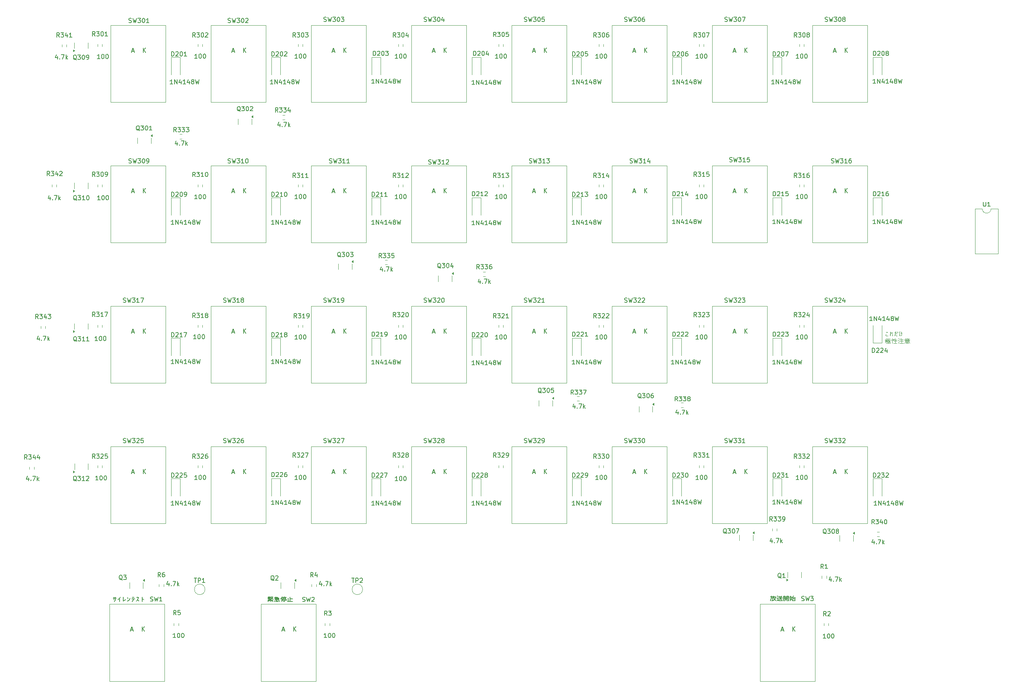
<source format=gbr>
%TF.GenerationSoftware,KiCad,Pcbnew,8.0.9-8.0.9-0~ubuntu22.04.1*%
%TF.CreationDate,2025-03-25T13:48:29+09:00*%
%TF.ProjectId,k2503100,6b323530-3331-4303-902e-6b696361645f,2.00*%
%TF.SameCoordinates,Original*%
%TF.FileFunction,Legend,Top*%
%TF.FilePolarity,Positive*%
%FSLAX46Y46*%
G04 Gerber Fmt 4.6, Leading zero omitted, Abs format (unit mm)*
G04 Created by KiCad (PCBNEW 8.0.9-8.0.9-0~ubuntu22.04.1) date 2025-03-25 13:48:29*
%MOMM*%
%LPD*%
G01*
G04 APERTURE LIST*
%ADD10C,0.120000*%
%ADD11C,0.150000*%
G04 APERTURE END LIST*
D10*
X275494280Y-143613054D02*
X275827613Y-143613054D01*
X275827613Y-143613054D02*
X275684756Y-143755911D01*
X275494280Y-144041625D02*
X275399042Y-144279720D01*
X275399042Y-144279720D02*
X275494280Y-144517816D01*
X275494280Y-144517816D02*
X275922851Y-144517816D01*
X276541899Y-143517816D02*
X276541899Y-144517816D01*
X276399042Y-143755911D02*
X276589518Y-143708292D01*
X276589518Y-143708292D02*
X276541899Y-143755911D01*
X276351423Y-144327339D02*
X276779994Y-143708292D01*
X276779994Y-143708292D02*
X276922851Y-143708292D01*
X276922851Y-143708292D02*
X276970470Y-143851149D01*
X276970470Y-143851149D02*
X276922851Y-144184482D01*
X276922851Y-144184482D02*
X276922851Y-144470196D01*
X276922851Y-144470196D02*
X277065708Y-144279720D01*
X277446661Y-143708292D02*
X277779994Y-143708292D01*
X277684756Y-143470196D02*
X277446661Y-144470196D01*
X277732375Y-143946387D02*
X278018089Y-143946387D01*
X277684756Y-144232101D02*
X277779994Y-144470196D01*
X277779994Y-144470196D02*
X278065708Y-144470196D01*
X277970470Y-143613054D02*
X278065708Y-143755911D01*
X278113327Y-143565435D02*
X278208565Y-143708292D01*
X278779994Y-143851149D02*
X279113327Y-143851149D01*
X278589518Y-143470196D02*
X278541899Y-143803530D01*
X278541899Y-143803530D02*
X278541899Y-144136863D01*
X278541899Y-144136863D02*
X278541899Y-144327339D01*
X278541899Y-144327339D02*
X278589518Y-144470196D01*
X278589518Y-144470196D02*
X278684756Y-144184482D01*
X278970470Y-143517816D02*
X279018089Y-143898768D01*
X279018089Y-143898768D02*
X279018089Y-144184482D01*
X279018089Y-144184482D02*
X278970470Y-144374958D01*
X278970470Y-144374958D02*
X278875232Y-144517816D01*
X275684756Y-145127760D02*
X276446661Y-145127760D01*
X275256185Y-145365855D02*
X275637137Y-145365855D01*
X275732375Y-145842045D02*
X275922851Y-145842045D01*
X275637137Y-146127760D02*
X276494280Y-146127760D01*
X275494280Y-145032521D02*
X275494280Y-146175379D01*
X275732375Y-145461093D02*
X275732375Y-145889664D01*
X275732375Y-145461093D02*
X275922851Y-145461093D01*
X275922851Y-145461093D02*
X275922851Y-145842045D01*
X275875232Y-145365855D02*
X276113327Y-145365855D01*
X276113327Y-145365855D02*
X276113327Y-145984902D01*
X275541899Y-145556331D02*
X275637137Y-145746807D01*
X276303804Y-145794426D02*
X276494280Y-145984902D01*
X276351423Y-145794426D02*
X276160947Y-145984902D01*
X276208566Y-145556331D02*
X276351423Y-145889664D01*
X276399042Y-145508712D02*
X276256185Y-145889664D01*
X276160947Y-145413474D02*
X276446661Y-145413474D01*
X276446661Y-145413474D02*
X276303804Y-145794426D01*
X275494280Y-145270617D02*
X275303804Y-145889664D01*
X275922851Y-145127760D02*
X275875232Y-145365855D01*
X276065708Y-146032521D02*
X275875232Y-146032521D01*
X277303803Y-145365855D02*
X277970470Y-145365855D01*
X277256184Y-145699188D02*
X277922851Y-145699188D01*
X277160946Y-146127760D02*
X277970470Y-146127760D01*
X276970470Y-145032521D02*
X276970470Y-146175379D01*
X277589517Y-145032521D02*
X277589517Y-146127760D01*
X277065708Y-145270617D02*
X277113327Y-145461093D01*
X276779994Y-145318236D02*
X276779994Y-145603950D01*
X277351422Y-145127760D02*
X277208565Y-145508712D01*
X278589517Y-145318236D02*
X279399041Y-145318236D01*
X278637136Y-145699188D02*
X279351422Y-145699188D01*
X278541898Y-146175379D02*
X279446660Y-146175379D01*
X279018088Y-145318236D02*
X279018088Y-146175379D01*
X278303803Y-145080140D02*
X278541898Y-145175379D01*
X278208565Y-145461093D02*
X278446660Y-145508712D01*
X278827612Y-145080140D02*
X279065707Y-145175379D01*
X278494279Y-145746807D02*
X278303803Y-146127760D01*
X279779993Y-145127760D02*
X280827612Y-145127760D01*
X279684755Y-145365855D02*
X280922850Y-145365855D01*
X279875231Y-145651569D02*
X280732374Y-145651569D01*
X279875231Y-145842045D02*
X280732374Y-145842045D01*
X280065707Y-146175379D02*
X280541897Y-146175379D01*
X279875231Y-145508712D02*
X279875231Y-145794426D01*
X280065707Y-145937283D02*
X280065707Y-146175379D01*
X280303802Y-145032521D02*
X280303802Y-145127760D01*
X279875231Y-145508712D02*
X280732374Y-145508712D01*
X280732374Y-145508712D02*
X280732374Y-145794426D01*
X280732374Y-145937283D02*
X280922850Y-146127760D01*
X279875231Y-145984902D02*
X279684755Y-146175379D01*
X280541897Y-146032521D02*
X280541897Y-146175379D01*
X280541897Y-145175379D02*
X280494278Y-145318236D01*
X280018088Y-145222998D02*
X280065707Y-145318236D01*
X280208564Y-145889664D02*
X280399040Y-145984902D01*
D11*
X261858333Y-208303819D02*
X261525000Y-207827628D01*
X261286905Y-208303819D02*
X261286905Y-207303819D01*
X261286905Y-207303819D02*
X261667857Y-207303819D01*
X261667857Y-207303819D02*
X261763095Y-207351438D01*
X261763095Y-207351438D02*
X261810714Y-207399057D01*
X261810714Y-207399057D02*
X261858333Y-207494295D01*
X261858333Y-207494295D02*
X261858333Y-207637152D01*
X261858333Y-207637152D02*
X261810714Y-207732390D01*
X261810714Y-207732390D02*
X261763095Y-207780009D01*
X261763095Y-207780009D02*
X261667857Y-207827628D01*
X261667857Y-207827628D02*
X261286905Y-207827628D01*
X262239286Y-207399057D02*
X262286905Y-207351438D01*
X262286905Y-207351438D02*
X262382143Y-207303819D01*
X262382143Y-207303819D02*
X262620238Y-207303819D01*
X262620238Y-207303819D02*
X262715476Y-207351438D01*
X262715476Y-207351438D02*
X262763095Y-207399057D01*
X262763095Y-207399057D02*
X262810714Y-207494295D01*
X262810714Y-207494295D02*
X262810714Y-207589533D01*
X262810714Y-207589533D02*
X262763095Y-207732390D01*
X262763095Y-207732390D02*
X262191667Y-208303819D01*
X262191667Y-208303819D02*
X262810714Y-208303819D01*
X261739333Y-213383819D02*
X261167905Y-213383819D01*
X261453619Y-213383819D02*
X261453619Y-212383819D01*
X261453619Y-212383819D02*
X261358381Y-212526676D01*
X261358381Y-212526676D02*
X261263143Y-212621914D01*
X261263143Y-212621914D02*
X261167905Y-212669533D01*
X262358381Y-212383819D02*
X262453619Y-212383819D01*
X262453619Y-212383819D02*
X262548857Y-212431438D01*
X262548857Y-212431438D02*
X262596476Y-212479057D01*
X262596476Y-212479057D02*
X262644095Y-212574295D01*
X262644095Y-212574295D02*
X262691714Y-212764771D01*
X262691714Y-212764771D02*
X262691714Y-213002866D01*
X262691714Y-213002866D02*
X262644095Y-213193342D01*
X262644095Y-213193342D02*
X262596476Y-213288580D01*
X262596476Y-213288580D02*
X262548857Y-213336200D01*
X262548857Y-213336200D02*
X262453619Y-213383819D01*
X262453619Y-213383819D02*
X262358381Y-213383819D01*
X262358381Y-213383819D02*
X262263143Y-213336200D01*
X262263143Y-213336200D02*
X262215524Y-213288580D01*
X262215524Y-213288580D02*
X262167905Y-213193342D01*
X262167905Y-213193342D02*
X262120286Y-213002866D01*
X262120286Y-213002866D02*
X262120286Y-212764771D01*
X262120286Y-212764771D02*
X262167905Y-212574295D01*
X262167905Y-212574295D02*
X262215524Y-212479057D01*
X262215524Y-212479057D02*
X262263143Y-212431438D01*
X262263143Y-212431438D02*
X262358381Y-212383819D01*
X263310762Y-212383819D02*
X263406000Y-212383819D01*
X263406000Y-212383819D02*
X263501238Y-212431438D01*
X263501238Y-212431438D02*
X263548857Y-212479057D01*
X263548857Y-212479057D02*
X263596476Y-212574295D01*
X263596476Y-212574295D02*
X263644095Y-212764771D01*
X263644095Y-212764771D02*
X263644095Y-213002866D01*
X263644095Y-213002866D02*
X263596476Y-213193342D01*
X263596476Y-213193342D02*
X263548857Y-213288580D01*
X263548857Y-213288580D02*
X263501238Y-213336200D01*
X263501238Y-213336200D02*
X263406000Y-213383819D01*
X263406000Y-213383819D02*
X263310762Y-213383819D01*
X263310762Y-213383819D02*
X263215524Y-213336200D01*
X263215524Y-213336200D02*
X263167905Y-213288580D01*
X263167905Y-213288580D02*
X263120286Y-213193342D01*
X263120286Y-213193342D02*
X263072667Y-213002866D01*
X263072667Y-213002866D02*
X263072667Y-212764771D01*
X263072667Y-212764771D02*
X263120286Y-212574295D01*
X263120286Y-212574295D02*
X263167905Y-212479057D01*
X263167905Y-212479057D02*
X263215524Y-212431438D01*
X263215524Y-212431438D02*
X263310762Y-212383819D01*
X186586952Y-76273819D02*
X186253619Y-75797628D01*
X186015524Y-76273819D02*
X186015524Y-75273819D01*
X186015524Y-75273819D02*
X186396476Y-75273819D01*
X186396476Y-75273819D02*
X186491714Y-75321438D01*
X186491714Y-75321438D02*
X186539333Y-75369057D01*
X186539333Y-75369057D02*
X186586952Y-75464295D01*
X186586952Y-75464295D02*
X186586952Y-75607152D01*
X186586952Y-75607152D02*
X186539333Y-75702390D01*
X186539333Y-75702390D02*
X186491714Y-75750009D01*
X186491714Y-75750009D02*
X186396476Y-75797628D01*
X186396476Y-75797628D02*
X186015524Y-75797628D01*
X186920286Y-75273819D02*
X187539333Y-75273819D01*
X187539333Y-75273819D02*
X187206000Y-75654771D01*
X187206000Y-75654771D02*
X187348857Y-75654771D01*
X187348857Y-75654771D02*
X187444095Y-75702390D01*
X187444095Y-75702390D02*
X187491714Y-75750009D01*
X187491714Y-75750009D02*
X187539333Y-75845247D01*
X187539333Y-75845247D02*
X187539333Y-76083342D01*
X187539333Y-76083342D02*
X187491714Y-76178580D01*
X187491714Y-76178580D02*
X187444095Y-76226200D01*
X187444095Y-76226200D02*
X187348857Y-76273819D01*
X187348857Y-76273819D02*
X187063143Y-76273819D01*
X187063143Y-76273819D02*
X186967905Y-76226200D01*
X186967905Y-76226200D02*
X186920286Y-76178580D01*
X188158381Y-75273819D02*
X188253619Y-75273819D01*
X188253619Y-75273819D02*
X188348857Y-75321438D01*
X188348857Y-75321438D02*
X188396476Y-75369057D01*
X188396476Y-75369057D02*
X188444095Y-75464295D01*
X188444095Y-75464295D02*
X188491714Y-75654771D01*
X188491714Y-75654771D02*
X188491714Y-75892866D01*
X188491714Y-75892866D02*
X188444095Y-76083342D01*
X188444095Y-76083342D02*
X188396476Y-76178580D01*
X188396476Y-76178580D02*
X188348857Y-76226200D01*
X188348857Y-76226200D02*
X188253619Y-76273819D01*
X188253619Y-76273819D02*
X188158381Y-76273819D01*
X188158381Y-76273819D02*
X188063143Y-76226200D01*
X188063143Y-76226200D02*
X188015524Y-76178580D01*
X188015524Y-76178580D02*
X187967905Y-76083342D01*
X187967905Y-76083342D02*
X187920286Y-75892866D01*
X187920286Y-75892866D02*
X187920286Y-75654771D01*
X187920286Y-75654771D02*
X187967905Y-75464295D01*
X187967905Y-75464295D02*
X188015524Y-75369057D01*
X188015524Y-75369057D02*
X188063143Y-75321438D01*
X188063143Y-75321438D02*
X188158381Y-75273819D01*
X189396476Y-75273819D02*
X188920286Y-75273819D01*
X188920286Y-75273819D02*
X188872667Y-75750009D01*
X188872667Y-75750009D02*
X188920286Y-75702390D01*
X188920286Y-75702390D02*
X189015524Y-75654771D01*
X189015524Y-75654771D02*
X189253619Y-75654771D01*
X189253619Y-75654771D02*
X189348857Y-75702390D01*
X189348857Y-75702390D02*
X189396476Y-75750009D01*
X189396476Y-75750009D02*
X189444095Y-75845247D01*
X189444095Y-75845247D02*
X189444095Y-76083342D01*
X189444095Y-76083342D02*
X189396476Y-76178580D01*
X189396476Y-76178580D02*
X189348857Y-76226200D01*
X189348857Y-76226200D02*
X189253619Y-76273819D01*
X189253619Y-76273819D02*
X189015524Y-76273819D01*
X189015524Y-76273819D02*
X188920286Y-76226200D01*
X188920286Y-76226200D02*
X188872667Y-76178580D01*
X187039333Y-81226819D02*
X186467905Y-81226819D01*
X186753619Y-81226819D02*
X186753619Y-80226819D01*
X186753619Y-80226819D02*
X186658381Y-80369676D01*
X186658381Y-80369676D02*
X186563143Y-80464914D01*
X186563143Y-80464914D02*
X186467905Y-80512533D01*
X187658381Y-80226819D02*
X187753619Y-80226819D01*
X187753619Y-80226819D02*
X187848857Y-80274438D01*
X187848857Y-80274438D02*
X187896476Y-80322057D01*
X187896476Y-80322057D02*
X187944095Y-80417295D01*
X187944095Y-80417295D02*
X187991714Y-80607771D01*
X187991714Y-80607771D02*
X187991714Y-80845866D01*
X187991714Y-80845866D02*
X187944095Y-81036342D01*
X187944095Y-81036342D02*
X187896476Y-81131580D01*
X187896476Y-81131580D02*
X187848857Y-81179200D01*
X187848857Y-81179200D02*
X187753619Y-81226819D01*
X187753619Y-81226819D02*
X187658381Y-81226819D01*
X187658381Y-81226819D02*
X187563143Y-81179200D01*
X187563143Y-81179200D02*
X187515524Y-81131580D01*
X187515524Y-81131580D02*
X187467905Y-81036342D01*
X187467905Y-81036342D02*
X187420286Y-80845866D01*
X187420286Y-80845866D02*
X187420286Y-80607771D01*
X187420286Y-80607771D02*
X187467905Y-80417295D01*
X187467905Y-80417295D02*
X187515524Y-80322057D01*
X187515524Y-80322057D02*
X187563143Y-80274438D01*
X187563143Y-80274438D02*
X187658381Y-80226819D01*
X188610762Y-80226819D02*
X188706000Y-80226819D01*
X188706000Y-80226819D02*
X188801238Y-80274438D01*
X188801238Y-80274438D02*
X188848857Y-80322057D01*
X188848857Y-80322057D02*
X188896476Y-80417295D01*
X188896476Y-80417295D02*
X188944095Y-80607771D01*
X188944095Y-80607771D02*
X188944095Y-80845866D01*
X188944095Y-80845866D02*
X188896476Y-81036342D01*
X188896476Y-81036342D02*
X188848857Y-81131580D01*
X188848857Y-81131580D02*
X188801238Y-81179200D01*
X188801238Y-81179200D02*
X188706000Y-81226819D01*
X188706000Y-81226819D02*
X188610762Y-81226819D01*
X188610762Y-81226819D02*
X188515524Y-81179200D01*
X188515524Y-81179200D02*
X188467905Y-81131580D01*
X188467905Y-81131580D02*
X188420286Y-81036342D01*
X188420286Y-81036342D02*
X188372667Y-80845866D01*
X188372667Y-80845866D02*
X188372667Y-80607771D01*
X188372667Y-80607771D02*
X188420286Y-80417295D01*
X188420286Y-80417295D02*
X188467905Y-80322057D01*
X188467905Y-80322057D02*
X188515524Y-80274438D01*
X188515524Y-80274438D02*
X188610762Y-80226819D01*
X215900286Y-136805200D02*
X216043143Y-136852819D01*
X216043143Y-136852819D02*
X216281238Y-136852819D01*
X216281238Y-136852819D02*
X216376476Y-136805200D01*
X216376476Y-136805200D02*
X216424095Y-136757580D01*
X216424095Y-136757580D02*
X216471714Y-136662342D01*
X216471714Y-136662342D02*
X216471714Y-136567104D01*
X216471714Y-136567104D02*
X216424095Y-136471866D01*
X216424095Y-136471866D02*
X216376476Y-136424247D01*
X216376476Y-136424247D02*
X216281238Y-136376628D01*
X216281238Y-136376628D02*
X216090762Y-136329009D01*
X216090762Y-136329009D02*
X215995524Y-136281390D01*
X215995524Y-136281390D02*
X215947905Y-136233771D01*
X215947905Y-136233771D02*
X215900286Y-136138533D01*
X215900286Y-136138533D02*
X215900286Y-136043295D01*
X215900286Y-136043295D02*
X215947905Y-135948057D01*
X215947905Y-135948057D02*
X215995524Y-135900438D01*
X215995524Y-135900438D02*
X216090762Y-135852819D01*
X216090762Y-135852819D02*
X216328857Y-135852819D01*
X216328857Y-135852819D02*
X216471714Y-135900438D01*
X216805048Y-135852819D02*
X217043143Y-136852819D01*
X217043143Y-136852819D02*
X217233619Y-136138533D01*
X217233619Y-136138533D02*
X217424095Y-136852819D01*
X217424095Y-136852819D02*
X217662191Y-135852819D01*
X217947905Y-135852819D02*
X218566952Y-135852819D01*
X218566952Y-135852819D02*
X218233619Y-136233771D01*
X218233619Y-136233771D02*
X218376476Y-136233771D01*
X218376476Y-136233771D02*
X218471714Y-136281390D01*
X218471714Y-136281390D02*
X218519333Y-136329009D01*
X218519333Y-136329009D02*
X218566952Y-136424247D01*
X218566952Y-136424247D02*
X218566952Y-136662342D01*
X218566952Y-136662342D02*
X218519333Y-136757580D01*
X218519333Y-136757580D02*
X218471714Y-136805200D01*
X218471714Y-136805200D02*
X218376476Y-136852819D01*
X218376476Y-136852819D02*
X218090762Y-136852819D01*
X218090762Y-136852819D02*
X217995524Y-136805200D01*
X217995524Y-136805200D02*
X217947905Y-136757580D01*
X218947905Y-135948057D02*
X218995524Y-135900438D01*
X218995524Y-135900438D02*
X219090762Y-135852819D01*
X219090762Y-135852819D02*
X219328857Y-135852819D01*
X219328857Y-135852819D02*
X219424095Y-135900438D01*
X219424095Y-135900438D02*
X219471714Y-135948057D01*
X219471714Y-135948057D02*
X219519333Y-136043295D01*
X219519333Y-136043295D02*
X219519333Y-136138533D01*
X219519333Y-136138533D02*
X219471714Y-136281390D01*
X219471714Y-136281390D02*
X218900286Y-136852819D01*
X218900286Y-136852819D02*
X219519333Y-136852819D01*
X219900286Y-135948057D02*
X219947905Y-135900438D01*
X219947905Y-135900438D02*
X220043143Y-135852819D01*
X220043143Y-135852819D02*
X220281238Y-135852819D01*
X220281238Y-135852819D02*
X220376476Y-135900438D01*
X220376476Y-135900438D02*
X220424095Y-135948057D01*
X220424095Y-135948057D02*
X220471714Y-136043295D01*
X220471714Y-136043295D02*
X220471714Y-136138533D01*
X220471714Y-136138533D02*
X220424095Y-136281390D01*
X220424095Y-136281390D02*
X219852667Y-136852819D01*
X219852667Y-136852819D02*
X220471714Y-136852819D01*
X220427779Y-143887819D02*
X220427779Y-142887819D01*
X220999207Y-143887819D02*
X220570636Y-143316390D01*
X220999207Y-142887819D02*
X220427779Y-143459247D01*
X217840160Y-143602104D02*
X218316350Y-143602104D01*
X217744922Y-143887819D02*
X218078255Y-142887819D01*
X218078255Y-142887819D02*
X218411588Y-143887819D01*
X124460286Y-168809200D02*
X124603143Y-168856819D01*
X124603143Y-168856819D02*
X124841238Y-168856819D01*
X124841238Y-168856819D02*
X124936476Y-168809200D01*
X124936476Y-168809200D02*
X124984095Y-168761580D01*
X124984095Y-168761580D02*
X125031714Y-168666342D01*
X125031714Y-168666342D02*
X125031714Y-168571104D01*
X125031714Y-168571104D02*
X124984095Y-168475866D01*
X124984095Y-168475866D02*
X124936476Y-168428247D01*
X124936476Y-168428247D02*
X124841238Y-168380628D01*
X124841238Y-168380628D02*
X124650762Y-168333009D01*
X124650762Y-168333009D02*
X124555524Y-168285390D01*
X124555524Y-168285390D02*
X124507905Y-168237771D01*
X124507905Y-168237771D02*
X124460286Y-168142533D01*
X124460286Y-168142533D02*
X124460286Y-168047295D01*
X124460286Y-168047295D02*
X124507905Y-167952057D01*
X124507905Y-167952057D02*
X124555524Y-167904438D01*
X124555524Y-167904438D02*
X124650762Y-167856819D01*
X124650762Y-167856819D02*
X124888857Y-167856819D01*
X124888857Y-167856819D02*
X125031714Y-167904438D01*
X125365048Y-167856819D02*
X125603143Y-168856819D01*
X125603143Y-168856819D02*
X125793619Y-168142533D01*
X125793619Y-168142533D02*
X125984095Y-168856819D01*
X125984095Y-168856819D02*
X126222191Y-167856819D01*
X126507905Y-167856819D02*
X127126952Y-167856819D01*
X127126952Y-167856819D02*
X126793619Y-168237771D01*
X126793619Y-168237771D02*
X126936476Y-168237771D01*
X126936476Y-168237771D02*
X127031714Y-168285390D01*
X127031714Y-168285390D02*
X127079333Y-168333009D01*
X127079333Y-168333009D02*
X127126952Y-168428247D01*
X127126952Y-168428247D02*
X127126952Y-168666342D01*
X127126952Y-168666342D02*
X127079333Y-168761580D01*
X127079333Y-168761580D02*
X127031714Y-168809200D01*
X127031714Y-168809200D02*
X126936476Y-168856819D01*
X126936476Y-168856819D02*
X126650762Y-168856819D01*
X126650762Y-168856819D02*
X126555524Y-168809200D01*
X126555524Y-168809200D02*
X126507905Y-168761580D01*
X127507905Y-167952057D02*
X127555524Y-167904438D01*
X127555524Y-167904438D02*
X127650762Y-167856819D01*
X127650762Y-167856819D02*
X127888857Y-167856819D01*
X127888857Y-167856819D02*
X127984095Y-167904438D01*
X127984095Y-167904438D02*
X128031714Y-167952057D01*
X128031714Y-167952057D02*
X128079333Y-168047295D01*
X128079333Y-168047295D02*
X128079333Y-168142533D01*
X128079333Y-168142533D02*
X128031714Y-168285390D01*
X128031714Y-168285390D02*
X127460286Y-168856819D01*
X127460286Y-168856819D02*
X128079333Y-168856819D01*
X128936476Y-167856819D02*
X128746000Y-167856819D01*
X128746000Y-167856819D02*
X128650762Y-167904438D01*
X128650762Y-167904438D02*
X128603143Y-167952057D01*
X128603143Y-167952057D02*
X128507905Y-168094914D01*
X128507905Y-168094914D02*
X128460286Y-168285390D01*
X128460286Y-168285390D02*
X128460286Y-168666342D01*
X128460286Y-168666342D02*
X128507905Y-168761580D01*
X128507905Y-168761580D02*
X128555524Y-168809200D01*
X128555524Y-168809200D02*
X128650762Y-168856819D01*
X128650762Y-168856819D02*
X128841238Y-168856819D01*
X128841238Y-168856819D02*
X128936476Y-168809200D01*
X128936476Y-168809200D02*
X128984095Y-168761580D01*
X128984095Y-168761580D02*
X129031714Y-168666342D01*
X129031714Y-168666342D02*
X129031714Y-168428247D01*
X129031714Y-168428247D02*
X128984095Y-168333009D01*
X128984095Y-168333009D02*
X128936476Y-168285390D01*
X128936476Y-168285390D02*
X128841238Y-168237771D01*
X128841238Y-168237771D02*
X128650762Y-168237771D01*
X128650762Y-168237771D02*
X128555524Y-168285390D01*
X128555524Y-168285390D02*
X128507905Y-168333009D01*
X128507905Y-168333009D02*
X128460286Y-168428247D01*
X126400160Y-175606104D02*
X126876350Y-175606104D01*
X126304922Y-175891819D02*
X126638255Y-174891819D01*
X126638255Y-174891819D02*
X126971588Y-175891819D01*
X128987779Y-175891819D02*
X128987779Y-174891819D01*
X129559207Y-175891819D02*
X129130636Y-175320390D01*
X129559207Y-174891819D02*
X128987779Y-175463247D01*
X181443524Y-80592819D02*
X181443524Y-79592819D01*
X181443524Y-79592819D02*
X181681619Y-79592819D01*
X181681619Y-79592819D02*
X181824476Y-79640438D01*
X181824476Y-79640438D02*
X181919714Y-79735676D01*
X181919714Y-79735676D02*
X181967333Y-79830914D01*
X181967333Y-79830914D02*
X182014952Y-80021390D01*
X182014952Y-80021390D02*
X182014952Y-80164247D01*
X182014952Y-80164247D02*
X181967333Y-80354723D01*
X181967333Y-80354723D02*
X181919714Y-80449961D01*
X181919714Y-80449961D02*
X181824476Y-80545200D01*
X181824476Y-80545200D02*
X181681619Y-80592819D01*
X181681619Y-80592819D02*
X181443524Y-80592819D01*
X182395905Y-79688057D02*
X182443524Y-79640438D01*
X182443524Y-79640438D02*
X182538762Y-79592819D01*
X182538762Y-79592819D02*
X182776857Y-79592819D01*
X182776857Y-79592819D02*
X182872095Y-79640438D01*
X182872095Y-79640438D02*
X182919714Y-79688057D01*
X182919714Y-79688057D02*
X182967333Y-79783295D01*
X182967333Y-79783295D02*
X182967333Y-79878533D01*
X182967333Y-79878533D02*
X182919714Y-80021390D01*
X182919714Y-80021390D02*
X182348286Y-80592819D01*
X182348286Y-80592819D02*
X182967333Y-80592819D01*
X183586381Y-79592819D02*
X183681619Y-79592819D01*
X183681619Y-79592819D02*
X183776857Y-79640438D01*
X183776857Y-79640438D02*
X183824476Y-79688057D01*
X183824476Y-79688057D02*
X183872095Y-79783295D01*
X183872095Y-79783295D02*
X183919714Y-79973771D01*
X183919714Y-79973771D02*
X183919714Y-80211866D01*
X183919714Y-80211866D02*
X183872095Y-80402342D01*
X183872095Y-80402342D02*
X183824476Y-80497580D01*
X183824476Y-80497580D02*
X183776857Y-80545200D01*
X183776857Y-80545200D02*
X183681619Y-80592819D01*
X183681619Y-80592819D02*
X183586381Y-80592819D01*
X183586381Y-80592819D02*
X183491143Y-80545200D01*
X183491143Y-80545200D02*
X183443524Y-80497580D01*
X183443524Y-80497580D02*
X183395905Y-80402342D01*
X183395905Y-80402342D02*
X183348286Y-80211866D01*
X183348286Y-80211866D02*
X183348286Y-79973771D01*
X183348286Y-79973771D02*
X183395905Y-79783295D01*
X183395905Y-79783295D02*
X183443524Y-79688057D01*
X183443524Y-79688057D02*
X183491143Y-79640438D01*
X183491143Y-79640438D02*
X183586381Y-79592819D01*
X184776857Y-79926152D02*
X184776857Y-80592819D01*
X184538762Y-79545200D02*
X184300667Y-80259485D01*
X184300667Y-80259485D02*
X184919714Y-80259485D01*
X181689714Y-87196819D02*
X181118286Y-87196819D01*
X181404000Y-87196819D02*
X181404000Y-86196819D01*
X181404000Y-86196819D02*
X181308762Y-86339676D01*
X181308762Y-86339676D02*
X181213524Y-86434914D01*
X181213524Y-86434914D02*
X181118286Y-86482533D01*
X182118286Y-87196819D02*
X182118286Y-86196819D01*
X182118286Y-86196819D02*
X182689714Y-87196819D01*
X182689714Y-87196819D02*
X182689714Y-86196819D01*
X183594476Y-86530152D02*
X183594476Y-87196819D01*
X183356381Y-86149200D02*
X183118286Y-86863485D01*
X183118286Y-86863485D02*
X183737333Y-86863485D01*
X184642095Y-87196819D02*
X184070667Y-87196819D01*
X184356381Y-87196819D02*
X184356381Y-86196819D01*
X184356381Y-86196819D02*
X184261143Y-86339676D01*
X184261143Y-86339676D02*
X184165905Y-86434914D01*
X184165905Y-86434914D02*
X184070667Y-86482533D01*
X185499238Y-86530152D02*
X185499238Y-87196819D01*
X185261143Y-86149200D02*
X185023048Y-86863485D01*
X185023048Y-86863485D02*
X185642095Y-86863485D01*
X186165905Y-86625390D02*
X186070667Y-86577771D01*
X186070667Y-86577771D02*
X186023048Y-86530152D01*
X186023048Y-86530152D02*
X185975429Y-86434914D01*
X185975429Y-86434914D02*
X185975429Y-86387295D01*
X185975429Y-86387295D02*
X186023048Y-86292057D01*
X186023048Y-86292057D02*
X186070667Y-86244438D01*
X186070667Y-86244438D02*
X186165905Y-86196819D01*
X186165905Y-86196819D02*
X186356381Y-86196819D01*
X186356381Y-86196819D02*
X186451619Y-86244438D01*
X186451619Y-86244438D02*
X186499238Y-86292057D01*
X186499238Y-86292057D02*
X186546857Y-86387295D01*
X186546857Y-86387295D02*
X186546857Y-86434914D01*
X186546857Y-86434914D02*
X186499238Y-86530152D01*
X186499238Y-86530152D02*
X186451619Y-86577771D01*
X186451619Y-86577771D02*
X186356381Y-86625390D01*
X186356381Y-86625390D02*
X186165905Y-86625390D01*
X186165905Y-86625390D02*
X186070667Y-86673009D01*
X186070667Y-86673009D02*
X186023048Y-86720628D01*
X186023048Y-86720628D02*
X185975429Y-86815866D01*
X185975429Y-86815866D02*
X185975429Y-87006342D01*
X185975429Y-87006342D02*
X186023048Y-87101580D01*
X186023048Y-87101580D02*
X186070667Y-87149200D01*
X186070667Y-87149200D02*
X186165905Y-87196819D01*
X186165905Y-87196819D02*
X186356381Y-87196819D01*
X186356381Y-87196819D02*
X186451619Y-87149200D01*
X186451619Y-87149200D02*
X186499238Y-87101580D01*
X186499238Y-87101580D02*
X186546857Y-87006342D01*
X186546857Y-87006342D02*
X186546857Y-86815866D01*
X186546857Y-86815866D02*
X186499238Y-86720628D01*
X186499238Y-86720628D02*
X186451619Y-86673009D01*
X186451619Y-86673009D02*
X186356381Y-86625390D01*
X186880191Y-86196819D02*
X187118286Y-87196819D01*
X187118286Y-87196819D02*
X187308762Y-86482533D01*
X187308762Y-86482533D02*
X187499238Y-87196819D01*
X187499238Y-87196819D02*
X187737334Y-86196819D01*
X297688095Y-113964819D02*
X297688095Y-114774342D01*
X297688095Y-114774342D02*
X297735714Y-114869580D01*
X297735714Y-114869580D02*
X297783333Y-114917200D01*
X297783333Y-114917200D02*
X297878571Y-114964819D01*
X297878571Y-114964819D02*
X298069047Y-114964819D01*
X298069047Y-114964819D02*
X298164285Y-114917200D01*
X298164285Y-114917200D02*
X298211904Y-114869580D01*
X298211904Y-114869580D02*
X298259523Y-114774342D01*
X298259523Y-114774342D02*
X298259523Y-113964819D01*
X299259523Y-114964819D02*
X298688095Y-114964819D01*
X298973809Y-114964819D02*
X298973809Y-113964819D01*
X298973809Y-113964819D02*
X298878571Y-114107676D01*
X298878571Y-114107676D02*
X298783333Y-114202914D01*
X298783333Y-114202914D02*
X298688095Y-114250533D01*
X171224286Y-105291200D02*
X171367143Y-105338819D01*
X171367143Y-105338819D02*
X171605238Y-105338819D01*
X171605238Y-105338819D02*
X171700476Y-105291200D01*
X171700476Y-105291200D02*
X171748095Y-105243580D01*
X171748095Y-105243580D02*
X171795714Y-105148342D01*
X171795714Y-105148342D02*
X171795714Y-105053104D01*
X171795714Y-105053104D02*
X171748095Y-104957866D01*
X171748095Y-104957866D02*
X171700476Y-104910247D01*
X171700476Y-104910247D02*
X171605238Y-104862628D01*
X171605238Y-104862628D02*
X171414762Y-104815009D01*
X171414762Y-104815009D02*
X171319524Y-104767390D01*
X171319524Y-104767390D02*
X171271905Y-104719771D01*
X171271905Y-104719771D02*
X171224286Y-104624533D01*
X171224286Y-104624533D02*
X171224286Y-104529295D01*
X171224286Y-104529295D02*
X171271905Y-104434057D01*
X171271905Y-104434057D02*
X171319524Y-104386438D01*
X171319524Y-104386438D02*
X171414762Y-104338819D01*
X171414762Y-104338819D02*
X171652857Y-104338819D01*
X171652857Y-104338819D02*
X171795714Y-104386438D01*
X172129048Y-104338819D02*
X172367143Y-105338819D01*
X172367143Y-105338819D02*
X172557619Y-104624533D01*
X172557619Y-104624533D02*
X172748095Y-105338819D01*
X172748095Y-105338819D02*
X172986191Y-104338819D01*
X173271905Y-104338819D02*
X173890952Y-104338819D01*
X173890952Y-104338819D02*
X173557619Y-104719771D01*
X173557619Y-104719771D02*
X173700476Y-104719771D01*
X173700476Y-104719771D02*
X173795714Y-104767390D01*
X173795714Y-104767390D02*
X173843333Y-104815009D01*
X173843333Y-104815009D02*
X173890952Y-104910247D01*
X173890952Y-104910247D02*
X173890952Y-105148342D01*
X173890952Y-105148342D02*
X173843333Y-105243580D01*
X173843333Y-105243580D02*
X173795714Y-105291200D01*
X173795714Y-105291200D02*
X173700476Y-105338819D01*
X173700476Y-105338819D02*
X173414762Y-105338819D01*
X173414762Y-105338819D02*
X173319524Y-105291200D01*
X173319524Y-105291200D02*
X173271905Y-105243580D01*
X174843333Y-105338819D02*
X174271905Y-105338819D01*
X174557619Y-105338819D02*
X174557619Y-104338819D01*
X174557619Y-104338819D02*
X174462381Y-104481676D01*
X174462381Y-104481676D02*
X174367143Y-104576914D01*
X174367143Y-104576914D02*
X174271905Y-104624533D01*
X175224286Y-104434057D02*
X175271905Y-104386438D01*
X175271905Y-104386438D02*
X175367143Y-104338819D01*
X175367143Y-104338819D02*
X175605238Y-104338819D01*
X175605238Y-104338819D02*
X175700476Y-104386438D01*
X175700476Y-104386438D02*
X175748095Y-104434057D01*
X175748095Y-104434057D02*
X175795714Y-104529295D01*
X175795714Y-104529295D02*
X175795714Y-104624533D01*
X175795714Y-104624533D02*
X175748095Y-104767390D01*
X175748095Y-104767390D02*
X175176667Y-105338819D01*
X175176667Y-105338819D02*
X175795714Y-105338819D01*
X174707779Y-111883819D02*
X174707779Y-110883819D01*
X175279207Y-111883819D02*
X174850636Y-111312390D01*
X175279207Y-110883819D02*
X174707779Y-111455247D01*
X172120160Y-111598104D02*
X172596350Y-111598104D01*
X172024922Y-111883819D02*
X172358255Y-110883819D01*
X172358255Y-110883819D02*
X172691588Y-111883819D01*
X163726952Y-140154819D02*
X163393619Y-139678628D01*
X163155524Y-140154819D02*
X163155524Y-139154819D01*
X163155524Y-139154819D02*
X163536476Y-139154819D01*
X163536476Y-139154819D02*
X163631714Y-139202438D01*
X163631714Y-139202438D02*
X163679333Y-139250057D01*
X163679333Y-139250057D02*
X163726952Y-139345295D01*
X163726952Y-139345295D02*
X163726952Y-139488152D01*
X163726952Y-139488152D02*
X163679333Y-139583390D01*
X163679333Y-139583390D02*
X163631714Y-139631009D01*
X163631714Y-139631009D02*
X163536476Y-139678628D01*
X163536476Y-139678628D02*
X163155524Y-139678628D01*
X164060286Y-139154819D02*
X164679333Y-139154819D01*
X164679333Y-139154819D02*
X164346000Y-139535771D01*
X164346000Y-139535771D02*
X164488857Y-139535771D01*
X164488857Y-139535771D02*
X164584095Y-139583390D01*
X164584095Y-139583390D02*
X164631714Y-139631009D01*
X164631714Y-139631009D02*
X164679333Y-139726247D01*
X164679333Y-139726247D02*
X164679333Y-139964342D01*
X164679333Y-139964342D02*
X164631714Y-140059580D01*
X164631714Y-140059580D02*
X164584095Y-140107200D01*
X164584095Y-140107200D02*
X164488857Y-140154819D01*
X164488857Y-140154819D02*
X164203143Y-140154819D01*
X164203143Y-140154819D02*
X164107905Y-140107200D01*
X164107905Y-140107200D02*
X164060286Y-140059580D01*
X165060286Y-139250057D02*
X165107905Y-139202438D01*
X165107905Y-139202438D02*
X165203143Y-139154819D01*
X165203143Y-139154819D02*
X165441238Y-139154819D01*
X165441238Y-139154819D02*
X165536476Y-139202438D01*
X165536476Y-139202438D02*
X165584095Y-139250057D01*
X165584095Y-139250057D02*
X165631714Y-139345295D01*
X165631714Y-139345295D02*
X165631714Y-139440533D01*
X165631714Y-139440533D02*
X165584095Y-139583390D01*
X165584095Y-139583390D02*
X165012667Y-140154819D01*
X165012667Y-140154819D02*
X165631714Y-140154819D01*
X166250762Y-139154819D02*
X166346000Y-139154819D01*
X166346000Y-139154819D02*
X166441238Y-139202438D01*
X166441238Y-139202438D02*
X166488857Y-139250057D01*
X166488857Y-139250057D02*
X166536476Y-139345295D01*
X166536476Y-139345295D02*
X166584095Y-139535771D01*
X166584095Y-139535771D02*
X166584095Y-139773866D01*
X166584095Y-139773866D02*
X166536476Y-139964342D01*
X166536476Y-139964342D02*
X166488857Y-140059580D01*
X166488857Y-140059580D02*
X166441238Y-140107200D01*
X166441238Y-140107200D02*
X166346000Y-140154819D01*
X166346000Y-140154819D02*
X166250762Y-140154819D01*
X166250762Y-140154819D02*
X166155524Y-140107200D01*
X166155524Y-140107200D02*
X166107905Y-140059580D01*
X166107905Y-140059580D02*
X166060286Y-139964342D01*
X166060286Y-139964342D02*
X166012667Y-139773866D01*
X166012667Y-139773866D02*
X166012667Y-139535771D01*
X166012667Y-139535771D02*
X166060286Y-139345295D01*
X166060286Y-139345295D02*
X166107905Y-139250057D01*
X166107905Y-139250057D02*
X166155524Y-139202438D01*
X166155524Y-139202438D02*
X166250762Y-139154819D01*
X164179333Y-145234819D02*
X163607905Y-145234819D01*
X163893619Y-145234819D02*
X163893619Y-144234819D01*
X163893619Y-144234819D02*
X163798381Y-144377676D01*
X163798381Y-144377676D02*
X163703143Y-144472914D01*
X163703143Y-144472914D02*
X163607905Y-144520533D01*
X164798381Y-144234819D02*
X164893619Y-144234819D01*
X164893619Y-144234819D02*
X164988857Y-144282438D01*
X164988857Y-144282438D02*
X165036476Y-144330057D01*
X165036476Y-144330057D02*
X165084095Y-144425295D01*
X165084095Y-144425295D02*
X165131714Y-144615771D01*
X165131714Y-144615771D02*
X165131714Y-144853866D01*
X165131714Y-144853866D02*
X165084095Y-145044342D01*
X165084095Y-145044342D02*
X165036476Y-145139580D01*
X165036476Y-145139580D02*
X164988857Y-145187200D01*
X164988857Y-145187200D02*
X164893619Y-145234819D01*
X164893619Y-145234819D02*
X164798381Y-145234819D01*
X164798381Y-145234819D02*
X164703143Y-145187200D01*
X164703143Y-145187200D02*
X164655524Y-145139580D01*
X164655524Y-145139580D02*
X164607905Y-145044342D01*
X164607905Y-145044342D02*
X164560286Y-144853866D01*
X164560286Y-144853866D02*
X164560286Y-144615771D01*
X164560286Y-144615771D02*
X164607905Y-144425295D01*
X164607905Y-144425295D02*
X164655524Y-144330057D01*
X164655524Y-144330057D02*
X164703143Y-144282438D01*
X164703143Y-144282438D02*
X164798381Y-144234819D01*
X165750762Y-144234819D02*
X165846000Y-144234819D01*
X165846000Y-144234819D02*
X165941238Y-144282438D01*
X165941238Y-144282438D02*
X165988857Y-144330057D01*
X165988857Y-144330057D02*
X166036476Y-144425295D01*
X166036476Y-144425295D02*
X166084095Y-144615771D01*
X166084095Y-144615771D02*
X166084095Y-144853866D01*
X166084095Y-144853866D02*
X166036476Y-145044342D01*
X166036476Y-145044342D02*
X165988857Y-145139580D01*
X165988857Y-145139580D02*
X165941238Y-145187200D01*
X165941238Y-145187200D02*
X165846000Y-145234819D01*
X165846000Y-145234819D02*
X165750762Y-145234819D01*
X165750762Y-145234819D02*
X165655524Y-145187200D01*
X165655524Y-145187200D02*
X165607905Y-145139580D01*
X165607905Y-145139580D02*
X165560286Y-145044342D01*
X165560286Y-145044342D02*
X165512667Y-144853866D01*
X165512667Y-144853866D02*
X165512667Y-144615771D01*
X165512667Y-144615771D02*
X165560286Y-144425295D01*
X165560286Y-144425295D02*
X165607905Y-144330057D01*
X165607905Y-144330057D02*
X165655524Y-144282438D01*
X165655524Y-144282438D02*
X165750762Y-144234819D01*
X163726952Y-172158819D02*
X163393619Y-171682628D01*
X163155524Y-172158819D02*
X163155524Y-171158819D01*
X163155524Y-171158819D02*
X163536476Y-171158819D01*
X163536476Y-171158819D02*
X163631714Y-171206438D01*
X163631714Y-171206438D02*
X163679333Y-171254057D01*
X163679333Y-171254057D02*
X163726952Y-171349295D01*
X163726952Y-171349295D02*
X163726952Y-171492152D01*
X163726952Y-171492152D02*
X163679333Y-171587390D01*
X163679333Y-171587390D02*
X163631714Y-171635009D01*
X163631714Y-171635009D02*
X163536476Y-171682628D01*
X163536476Y-171682628D02*
X163155524Y-171682628D01*
X164060286Y-171158819D02*
X164679333Y-171158819D01*
X164679333Y-171158819D02*
X164346000Y-171539771D01*
X164346000Y-171539771D02*
X164488857Y-171539771D01*
X164488857Y-171539771D02*
X164584095Y-171587390D01*
X164584095Y-171587390D02*
X164631714Y-171635009D01*
X164631714Y-171635009D02*
X164679333Y-171730247D01*
X164679333Y-171730247D02*
X164679333Y-171968342D01*
X164679333Y-171968342D02*
X164631714Y-172063580D01*
X164631714Y-172063580D02*
X164584095Y-172111200D01*
X164584095Y-172111200D02*
X164488857Y-172158819D01*
X164488857Y-172158819D02*
X164203143Y-172158819D01*
X164203143Y-172158819D02*
X164107905Y-172111200D01*
X164107905Y-172111200D02*
X164060286Y-172063580D01*
X165060286Y-171254057D02*
X165107905Y-171206438D01*
X165107905Y-171206438D02*
X165203143Y-171158819D01*
X165203143Y-171158819D02*
X165441238Y-171158819D01*
X165441238Y-171158819D02*
X165536476Y-171206438D01*
X165536476Y-171206438D02*
X165584095Y-171254057D01*
X165584095Y-171254057D02*
X165631714Y-171349295D01*
X165631714Y-171349295D02*
X165631714Y-171444533D01*
X165631714Y-171444533D02*
X165584095Y-171587390D01*
X165584095Y-171587390D02*
X165012667Y-172158819D01*
X165012667Y-172158819D02*
X165631714Y-172158819D01*
X166203143Y-171587390D02*
X166107905Y-171539771D01*
X166107905Y-171539771D02*
X166060286Y-171492152D01*
X166060286Y-171492152D02*
X166012667Y-171396914D01*
X166012667Y-171396914D02*
X166012667Y-171349295D01*
X166012667Y-171349295D02*
X166060286Y-171254057D01*
X166060286Y-171254057D02*
X166107905Y-171206438D01*
X166107905Y-171206438D02*
X166203143Y-171158819D01*
X166203143Y-171158819D02*
X166393619Y-171158819D01*
X166393619Y-171158819D02*
X166488857Y-171206438D01*
X166488857Y-171206438D02*
X166536476Y-171254057D01*
X166536476Y-171254057D02*
X166584095Y-171349295D01*
X166584095Y-171349295D02*
X166584095Y-171396914D01*
X166584095Y-171396914D02*
X166536476Y-171492152D01*
X166536476Y-171492152D02*
X166488857Y-171539771D01*
X166488857Y-171539771D02*
X166393619Y-171587390D01*
X166393619Y-171587390D02*
X166203143Y-171587390D01*
X166203143Y-171587390D02*
X166107905Y-171635009D01*
X166107905Y-171635009D02*
X166060286Y-171682628D01*
X166060286Y-171682628D02*
X166012667Y-171777866D01*
X166012667Y-171777866D02*
X166012667Y-171968342D01*
X166012667Y-171968342D02*
X166060286Y-172063580D01*
X166060286Y-172063580D02*
X166107905Y-172111200D01*
X166107905Y-172111200D02*
X166203143Y-172158819D01*
X166203143Y-172158819D02*
X166393619Y-172158819D01*
X166393619Y-172158819D02*
X166488857Y-172111200D01*
X166488857Y-172111200D02*
X166536476Y-172063580D01*
X166536476Y-172063580D02*
X166584095Y-171968342D01*
X166584095Y-171968342D02*
X166584095Y-171777866D01*
X166584095Y-171777866D02*
X166536476Y-171682628D01*
X166536476Y-171682628D02*
X166488857Y-171635009D01*
X166488857Y-171635009D02*
X166393619Y-171587390D01*
X164179333Y-177492819D02*
X163607905Y-177492819D01*
X163893619Y-177492819D02*
X163893619Y-176492819D01*
X163893619Y-176492819D02*
X163798381Y-176635676D01*
X163798381Y-176635676D02*
X163703143Y-176730914D01*
X163703143Y-176730914D02*
X163607905Y-176778533D01*
X164798381Y-176492819D02*
X164893619Y-176492819D01*
X164893619Y-176492819D02*
X164988857Y-176540438D01*
X164988857Y-176540438D02*
X165036476Y-176588057D01*
X165036476Y-176588057D02*
X165084095Y-176683295D01*
X165084095Y-176683295D02*
X165131714Y-176873771D01*
X165131714Y-176873771D02*
X165131714Y-177111866D01*
X165131714Y-177111866D02*
X165084095Y-177302342D01*
X165084095Y-177302342D02*
X165036476Y-177397580D01*
X165036476Y-177397580D02*
X164988857Y-177445200D01*
X164988857Y-177445200D02*
X164893619Y-177492819D01*
X164893619Y-177492819D02*
X164798381Y-177492819D01*
X164798381Y-177492819D02*
X164703143Y-177445200D01*
X164703143Y-177445200D02*
X164655524Y-177397580D01*
X164655524Y-177397580D02*
X164607905Y-177302342D01*
X164607905Y-177302342D02*
X164560286Y-177111866D01*
X164560286Y-177111866D02*
X164560286Y-176873771D01*
X164560286Y-176873771D02*
X164607905Y-176683295D01*
X164607905Y-176683295D02*
X164655524Y-176588057D01*
X164655524Y-176588057D02*
X164703143Y-176540438D01*
X164703143Y-176540438D02*
X164798381Y-176492819D01*
X165750762Y-176492819D02*
X165846000Y-176492819D01*
X165846000Y-176492819D02*
X165941238Y-176540438D01*
X165941238Y-176540438D02*
X165988857Y-176588057D01*
X165988857Y-176588057D02*
X166036476Y-176683295D01*
X166036476Y-176683295D02*
X166084095Y-176873771D01*
X166084095Y-176873771D02*
X166084095Y-177111866D01*
X166084095Y-177111866D02*
X166036476Y-177302342D01*
X166036476Y-177302342D02*
X165988857Y-177397580D01*
X165988857Y-177397580D02*
X165941238Y-177445200D01*
X165941238Y-177445200D02*
X165846000Y-177492819D01*
X165846000Y-177492819D02*
X165750762Y-177492819D01*
X165750762Y-177492819D02*
X165655524Y-177445200D01*
X165655524Y-177445200D02*
X165607905Y-177397580D01*
X165607905Y-177397580D02*
X165560286Y-177302342D01*
X165560286Y-177302342D02*
X165512667Y-177111866D01*
X165512667Y-177111866D02*
X165512667Y-176873771D01*
X165512667Y-176873771D02*
X165560286Y-176683295D01*
X165560286Y-176683295D02*
X165607905Y-176588057D01*
X165607905Y-176588057D02*
X165655524Y-176540438D01*
X165655524Y-176540438D02*
X165750762Y-176492819D01*
X219677380Y-158700057D02*
X219582142Y-158652438D01*
X219582142Y-158652438D02*
X219486904Y-158557200D01*
X219486904Y-158557200D02*
X219344047Y-158414342D01*
X219344047Y-158414342D02*
X219248809Y-158366723D01*
X219248809Y-158366723D02*
X219153571Y-158366723D01*
X219201190Y-158604819D02*
X219105952Y-158557200D01*
X219105952Y-158557200D02*
X219010714Y-158461961D01*
X219010714Y-158461961D02*
X218963095Y-158271485D01*
X218963095Y-158271485D02*
X218963095Y-157938152D01*
X218963095Y-157938152D02*
X219010714Y-157747676D01*
X219010714Y-157747676D02*
X219105952Y-157652438D01*
X219105952Y-157652438D02*
X219201190Y-157604819D01*
X219201190Y-157604819D02*
X219391666Y-157604819D01*
X219391666Y-157604819D02*
X219486904Y-157652438D01*
X219486904Y-157652438D02*
X219582142Y-157747676D01*
X219582142Y-157747676D02*
X219629761Y-157938152D01*
X219629761Y-157938152D02*
X219629761Y-158271485D01*
X219629761Y-158271485D02*
X219582142Y-158461961D01*
X219582142Y-158461961D02*
X219486904Y-158557200D01*
X219486904Y-158557200D02*
X219391666Y-158604819D01*
X219391666Y-158604819D02*
X219201190Y-158604819D01*
X219963095Y-157604819D02*
X220582142Y-157604819D01*
X220582142Y-157604819D02*
X220248809Y-157985771D01*
X220248809Y-157985771D02*
X220391666Y-157985771D01*
X220391666Y-157985771D02*
X220486904Y-158033390D01*
X220486904Y-158033390D02*
X220534523Y-158081009D01*
X220534523Y-158081009D02*
X220582142Y-158176247D01*
X220582142Y-158176247D02*
X220582142Y-158414342D01*
X220582142Y-158414342D02*
X220534523Y-158509580D01*
X220534523Y-158509580D02*
X220486904Y-158557200D01*
X220486904Y-158557200D02*
X220391666Y-158604819D01*
X220391666Y-158604819D02*
X220105952Y-158604819D01*
X220105952Y-158604819D02*
X220010714Y-158557200D01*
X220010714Y-158557200D02*
X219963095Y-158509580D01*
X221201190Y-157604819D02*
X221296428Y-157604819D01*
X221296428Y-157604819D02*
X221391666Y-157652438D01*
X221391666Y-157652438D02*
X221439285Y-157700057D01*
X221439285Y-157700057D02*
X221486904Y-157795295D01*
X221486904Y-157795295D02*
X221534523Y-157985771D01*
X221534523Y-157985771D02*
X221534523Y-158223866D01*
X221534523Y-158223866D02*
X221486904Y-158414342D01*
X221486904Y-158414342D02*
X221439285Y-158509580D01*
X221439285Y-158509580D02*
X221391666Y-158557200D01*
X221391666Y-158557200D02*
X221296428Y-158604819D01*
X221296428Y-158604819D02*
X221201190Y-158604819D01*
X221201190Y-158604819D02*
X221105952Y-158557200D01*
X221105952Y-158557200D02*
X221058333Y-158509580D01*
X221058333Y-158509580D02*
X221010714Y-158414342D01*
X221010714Y-158414342D02*
X220963095Y-158223866D01*
X220963095Y-158223866D02*
X220963095Y-157985771D01*
X220963095Y-157985771D02*
X221010714Y-157795295D01*
X221010714Y-157795295D02*
X221058333Y-157700057D01*
X221058333Y-157700057D02*
X221105952Y-157652438D01*
X221105952Y-157652438D02*
X221201190Y-157604819D01*
X222391666Y-157604819D02*
X222201190Y-157604819D01*
X222201190Y-157604819D02*
X222105952Y-157652438D01*
X222105952Y-157652438D02*
X222058333Y-157700057D01*
X222058333Y-157700057D02*
X221963095Y-157842914D01*
X221963095Y-157842914D02*
X221915476Y-158033390D01*
X221915476Y-158033390D02*
X221915476Y-158414342D01*
X221915476Y-158414342D02*
X221963095Y-158509580D01*
X221963095Y-158509580D02*
X222010714Y-158557200D01*
X222010714Y-158557200D02*
X222105952Y-158604819D01*
X222105952Y-158604819D02*
X222296428Y-158604819D01*
X222296428Y-158604819D02*
X222391666Y-158557200D01*
X222391666Y-158557200D02*
X222439285Y-158509580D01*
X222439285Y-158509580D02*
X222486904Y-158414342D01*
X222486904Y-158414342D02*
X222486904Y-158176247D01*
X222486904Y-158176247D02*
X222439285Y-158081009D01*
X222439285Y-158081009D02*
X222391666Y-158033390D01*
X222391666Y-158033390D02*
X222296428Y-157985771D01*
X222296428Y-157985771D02*
X222105952Y-157985771D01*
X222105952Y-157985771D02*
X222010714Y-158033390D01*
X222010714Y-158033390D02*
X221963095Y-158081009D01*
X221963095Y-158081009D02*
X221915476Y-158176247D01*
X90927380Y-81575057D02*
X90832142Y-81527438D01*
X90832142Y-81527438D02*
X90736904Y-81432200D01*
X90736904Y-81432200D02*
X90594047Y-81289342D01*
X90594047Y-81289342D02*
X90498809Y-81241723D01*
X90498809Y-81241723D02*
X90403571Y-81241723D01*
X90451190Y-81479819D02*
X90355952Y-81432200D01*
X90355952Y-81432200D02*
X90260714Y-81336961D01*
X90260714Y-81336961D02*
X90213095Y-81146485D01*
X90213095Y-81146485D02*
X90213095Y-80813152D01*
X90213095Y-80813152D02*
X90260714Y-80622676D01*
X90260714Y-80622676D02*
X90355952Y-80527438D01*
X90355952Y-80527438D02*
X90451190Y-80479819D01*
X90451190Y-80479819D02*
X90641666Y-80479819D01*
X90641666Y-80479819D02*
X90736904Y-80527438D01*
X90736904Y-80527438D02*
X90832142Y-80622676D01*
X90832142Y-80622676D02*
X90879761Y-80813152D01*
X90879761Y-80813152D02*
X90879761Y-81146485D01*
X90879761Y-81146485D02*
X90832142Y-81336961D01*
X90832142Y-81336961D02*
X90736904Y-81432200D01*
X90736904Y-81432200D02*
X90641666Y-81479819D01*
X90641666Y-81479819D02*
X90451190Y-81479819D01*
X91213095Y-80479819D02*
X91832142Y-80479819D01*
X91832142Y-80479819D02*
X91498809Y-80860771D01*
X91498809Y-80860771D02*
X91641666Y-80860771D01*
X91641666Y-80860771D02*
X91736904Y-80908390D01*
X91736904Y-80908390D02*
X91784523Y-80956009D01*
X91784523Y-80956009D02*
X91832142Y-81051247D01*
X91832142Y-81051247D02*
X91832142Y-81289342D01*
X91832142Y-81289342D02*
X91784523Y-81384580D01*
X91784523Y-81384580D02*
X91736904Y-81432200D01*
X91736904Y-81432200D02*
X91641666Y-81479819D01*
X91641666Y-81479819D02*
X91355952Y-81479819D01*
X91355952Y-81479819D02*
X91260714Y-81432200D01*
X91260714Y-81432200D02*
X91213095Y-81384580D01*
X92451190Y-80479819D02*
X92546428Y-80479819D01*
X92546428Y-80479819D02*
X92641666Y-80527438D01*
X92641666Y-80527438D02*
X92689285Y-80575057D01*
X92689285Y-80575057D02*
X92736904Y-80670295D01*
X92736904Y-80670295D02*
X92784523Y-80860771D01*
X92784523Y-80860771D02*
X92784523Y-81098866D01*
X92784523Y-81098866D02*
X92736904Y-81289342D01*
X92736904Y-81289342D02*
X92689285Y-81384580D01*
X92689285Y-81384580D02*
X92641666Y-81432200D01*
X92641666Y-81432200D02*
X92546428Y-81479819D01*
X92546428Y-81479819D02*
X92451190Y-81479819D01*
X92451190Y-81479819D02*
X92355952Y-81432200D01*
X92355952Y-81432200D02*
X92308333Y-81384580D01*
X92308333Y-81384580D02*
X92260714Y-81289342D01*
X92260714Y-81289342D02*
X92213095Y-81098866D01*
X92213095Y-81098866D02*
X92213095Y-80860771D01*
X92213095Y-80860771D02*
X92260714Y-80670295D01*
X92260714Y-80670295D02*
X92308333Y-80575057D01*
X92308333Y-80575057D02*
X92355952Y-80527438D01*
X92355952Y-80527438D02*
X92451190Y-80479819D01*
X93260714Y-81479819D02*
X93451190Y-81479819D01*
X93451190Y-81479819D02*
X93546428Y-81432200D01*
X93546428Y-81432200D02*
X93594047Y-81384580D01*
X93594047Y-81384580D02*
X93689285Y-81241723D01*
X93689285Y-81241723D02*
X93736904Y-81051247D01*
X93736904Y-81051247D02*
X93736904Y-80670295D01*
X93736904Y-80670295D02*
X93689285Y-80575057D01*
X93689285Y-80575057D02*
X93641666Y-80527438D01*
X93641666Y-80527438D02*
X93546428Y-80479819D01*
X93546428Y-80479819D02*
X93355952Y-80479819D01*
X93355952Y-80479819D02*
X93260714Y-80527438D01*
X93260714Y-80527438D02*
X93213095Y-80575057D01*
X93213095Y-80575057D02*
X93165476Y-80670295D01*
X93165476Y-80670295D02*
X93165476Y-80908390D01*
X93165476Y-80908390D02*
X93213095Y-81003628D01*
X93213095Y-81003628D02*
X93260714Y-81051247D01*
X93260714Y-81051247D02*
X93355952Y-81098866D01*
X93355952Y-81098866D02*
X93546428Y-81098866D01*
X93546428Y-81098866D02*
X93641666Y-81051247D01*
X93641666Y-81051247D02*
X93689285Y-81003628D01*
X93689285Y-81003628D02*
X93736904Y-80908390D01*
X140866952Y-172158819D02*
X140533619Y-171682628D01*
X140295524Y-172158819D02*
X140295524Y-171158819D01*
X140295524Y-171158819D02*
X140676476Y-171158819D01*
X140676476Y-171158819D02*
X140771714Y-171206438D01*
X140771714Y-171206438D02*
X140819333Y-171254057D01*
X140819333Y-171254057D02*
X140866952Y-171349295D01*
X140866952Y-171349295D02*
X140866952Y-171492152D01*
X140866952Y-171492152D02*
X140819333Y-171587390D01*
X140819333Y-171587390D02*
X140771714Y-171635009D01*
X140771714Y-171635009D02*
X140676476Y-171682628D01*
X140676476Y-171682628D02*
X140295524Y-171682628D01*
X141200286Y-171158819D02*
X141819333Y-171158819D01*
X141819333Y-171158819D02*
X141486000Y-171539771D01*
X141486000Y-171539771D02*
X141628857Y-171539771D01*
X141628857Y-171539771D02*
X141724095Y-171587390D01*
X141724095Y-171587390D02*
X141771714Y-171635009D01*
X141771714Y-171635009D02*
X141819333Y-171730247D01*
X141819333Y-171730247D02*
X141819333Y-171968342D01*
X141819333Y-171968342D02*
X141771714Y-172063580D01*
X141771714Y-172063580D02*
X141724095Y-172111200D01*
X141724095Y-172111200D02*
X141628857Y-172158819D01*
X141628857Y-172158819D02*
X141343143Y-172158819D01*
X141343143Y-172158819D02*
X141247905Y-172111200D01*
X141247905Y-172111200D02*
X141200286Y-172063580D01*
X142200286Y-171254057D02*
X142247905Y-171206438D01*
X142247905Y-171206438D02*
X142343143Y-171158819D01*
X142343143Y-171158819D02*
X142581238Y-171158819D01*
X142581238Y-171158819D02*
X142676476Y-171206438D01*
X142676476Y-171206438D02*
X142724095Y-171254057D01*
X142724095Y-171254057D02*
X142771714Y-171349295D01*
X142771714Y-171349295D02*
X142771714Y-171444533D01*
X142771714Y-171444533D02*
X142724095Y-171587390D01*
X142724095Y-171587390D02*
X142152667Y-172158819D01*
X142152667Y-172158819D02*
X142771714Y-172158819D01*
X143105048Y-171158819D02*
X143771714Y-171158819D01*
X143771714Y-171158819D02*
X143343143Y-172158819D01*
X141319333Y-177238819D02*
X140747905Y-177238819D01*
X141033619Y-177238819D02*
X141033619Y-176238819D01*
X141033619Y-176238819D02*
X140938381Y-176381676D01*
X140938381Y-176381676D02*
X140843143Y-176476914D01*
X140843143Y-176476914D02*
X140747905Y-176524533D01*
X141938381Y-176238819D02*
X142033619Y-176238819D01*
X142033619Y-176238819D02*
X142128857Y-176286438D01*
X142128857Y-176286438D02*
X142176476Y-176334057D01*
X142176476Y-176334057D02*
X142224095Y-176429295D01*
X142224095Y-176429295D02*
X142271714Y-176619771D01*
X142271714Y-176619771D02*
X142271714Y-176857866D01*
X142271714Y-176857866D02*
X142224095Y-177048342D01*
X142224095Y-177048342D02*
X142176476Y-177143580D01*
X142176476Y-177143580D02*
X142128857Y-177191200D01*
X142128857Y-177191200D02*
X142033619Y-177238819D01*
X142033619Y-177238819D02*
X141938381Y-177238819D01*
X141938381Y-177238819D02*
X141843143Y-177191200D01*
X141843143Y-177191200D02*
X141795524Y-177143580D01*
X141795524Y-177143580D02*
X141747905Y-177048342D01*
X141747905Y-177048342D02*
X141700286Y-176857866D01*
X141700286Y-176857866D02*
X141700286Y-176619771D01*
X141700286Y-176619771D02*
X141747905Y-176429295D01*
X141747905Y-176429295D02*
X141795524Y-176334057D01*
X141795524Y-176334057D02*
X141843143Y-176286438D01*
X141843143Y-176286438D02*
X141938381Y-176238819D01*
X142890762Y-176238819D02*
X142986000Y-176238819D01*
X142986000Y-176238819D02*
X143081238Y-176286438D01*
X143081238Y-176286438D02*
X143128857Y-176334057D01*
X143128857Y-176334057D02*
X143176476Y-176429295D01*
X143176476Y-176429295D02*
X143224095Y-176619771D01*
X143224095Y-176619771D02*
X143224095Y-176857866D01*
X143224095Y-176857866D02*
X143176476Y-177048342D01*
X143176476Y-177048342D02*
X143128857Y-177143580D01*
X143128857Y-177143580D02*
X143081238Y-177191200D01*
X143081238Y-177191200D02*
X142986000Y-177238819D01*
X142986000Y-177238819D02*
X142890762Y-177238819D01*
X142890762Y-177238819D02*
X142795524Y-177191200D01*
X142795524Y-177191200D02*
X142747905Y-177143580D01*
X142747905Y-177143580D02*
X142700286Y-177048342D01*
X142700286Y-177048342D02*
X142652667Y-176857866D01*
X142652667Y-176857866D02*
X142652667Y-176619771D01*
X142652667Y-176619771D02*
X142700286Y-176429295D01*
X142700286Y-176429295D02*
X142747905Y-176334057D01*
X142747905Y-176334057D02*
X142795524Y-176286438D01*
X142795524Y-176286438D02*
X142890762Y-176238819D01*
X90977380Y-145750057D02*
X90882142Y-145702438D01*
X90882142Y-145702438D02*
X90786904Y-145607200D01*
X90786904Y-145607200D02*
X90644047Y-145464342D01*
X90644047Y-145464342D02*
X90548809Y-145416723D01*
X90548809Y-145416723D02*
X90453571Y-145416723D01*
X90501190Y-145654819D02*
X90405952Y-145607200D01*
X90405952Y-145607200D02*
X90310714Y-145511961D01*
X90310714Y-145511961D02*
X90263095Y-145321485D01*
X90263095Y-145321485D02*
X90263095Y-144988152D01*
X90263095Y-144988152D02*
X90310714Y-144797676D01*
X90310714Y-144797676D02*
X90405952Y-144702438D01*
X90405952Y-144702438D02*
X90501190Y-144654819D01*
X90501190Y-144654819D02*
X90691666Y-144654819D01*
X90691666Y-144654819D02*
X90786904Y-144702438D01*
X90786904Y-144702438D02*
X90882142Y-144797676D01*
X90882142Y-144797676D02*
X90929761Y-144988152D01*
X90929761Y-144988152D02*
X90929761Y-145321485D01*
X90929761Y-145321485D02*
X90882142Y-145511961D01*
X90882142Y-145511961D02*
X90786904Y-145607200D01*
X90786904Y-145607200D02*
X90691666Y-145654819D01*
X90691666Y-145654819D02*
X90501190Y-145654819D01*
X91263095Y-144654819D02*
X91882142Y-144654819D01*
X91882142Y-144654819D02*
X91548809Y-145035771D01*
X91548809Y-145035771D02*
X91691666Y-145035771D01*
X91691666Y-145035771D02*
X91786904Y-145083390D01*
X91786904Y-145083390D02*
X91834523Y-145131009D01*
X91834523Y-145131009D02*
X91882142Y-145226247D01*
X91882142Y-145226247D02*
X91882142Y-145464342D01*
X91882142Y-145464342D02*
X91834523Y-145559580D01*
X91834523Y-145559580D02*
X91786904Y-145607200D01*
X91786904Y-145607200D02*
X91691666Y-145654819D01*
X91691666Y-145654819D02*
X91405952Y-145654819D01*
X91405952Y-145654819D02*
X91310714Y-145607200D01*
X91310714Y-145607200D02*
X91263095Y-145559580D01*
X92834523Y-145654819D02*
X92263095Y-145654819D01*
X92548809Y-145654819D02*
X92548809Y-144654819D01*
X92548809Y-144654819D02*
X92453571Y-144797676D01*
X92453571Y-144797676D02*
X92358333Y-144892914D01*
X92358333Y-144892914D02*
X92263095Y-144940533D01*
X93786904Y-145654819D02*
X93215476Y-145654819D01*
X93501190Y-145654819D02*
X93501190Y-144654819D01*
X93501190Y-144654819D02*
X93405952Y-144797676D01*
X93405952Y-144797676D02*
X93310714Y-144892914D01*
X93310714Y-144892914D02*
X93215476Y-144940533D01*
X215900286Y-168809200D02*
X216043143Y-168856819D01*
X216043143Y-168856819D02*
X216281238Y-168856819D01*
X216281238Y-168856819D02*
X216376476Y-168809200D01*
X216376476Y-168809200D02*
X216424095Y-168761580D01*
X216424095Y-168761580D02*
X216471714Y-168666342D01*
X216471714Y-168666342D02*
X216471714Y-168571104D01*
X216471714Y-168571104D02*
X216424095Y-168475866D01*
X216424095Y-168475866D02*
X216376476Y-168428247D01*
X216376476Y-168428247D02*
X216281238Y-168380628D01*
X216281238Y-168380628D02*
X216090762Y-168333009D01*
X216090762Y-168333009D02*
X215995524Y-168285390D01*
X215995524Y-168285390D02*
X215947905Y-168237771D01*
X215947905Y-168237771D02*
X215900286Y-168142533D01*
X215900286Y-168142533D02*
X215900286Y-168047295D01*
X215900286Y-168047295D02*
X215947905Y-167952057D01*
X215947905Y-167952057D02*
X215995524Y-167904438D01*
X215995524Y-167904438D02*
X216090762Y-167856819D01*
X216090762Y-167856819D02*
X216328857Y-167856819D01*
X216328857Y-167856819D02*
X216471714Y-167904438D01*
X216805048Y-167856819D02*
X217043143Y-168856819D01*
X217043143Y-168856819D02*
X217233619Y-168142533D01*
X217233619Y-168142533D02*
X217424095Y-168856819D01*
X217424095Y-168856819D02*
X217662191Y-167856819D01*
X217947905Y-167856819D02*
X218566952Y-167856819D01*
X218566952Y-167856819D02*
X218233619Y-168237771D01*
X218233619Y-168237771D02*
X218376476Y-168237771D01*
X218376476Y-168237771D02*
X218471714Y-168285390D01*
X218471714Y-168285390D02*
X218519333Y-168333009D01*
X218519333Y-168333009D02*
X218566952Y-168428247D01*
X218566952Y-168428247D02*
X218566952Y-168666342D01*
X218566952Y-168666342D02*
X218519333Y-168761580D01*
X218519333Y-168761580D02*
X218471714Y-168809200D01*
X218471714Y-168809200D02*
X218376476Y-168856819D01*
X218376476Y-168856819D02*
X218090762Y-168856819D01*
X218090762Y-168856819D02*
X217995524Y-168809200D01*
X217995524Y-168809200D02*
X217947905Y-168761580D01*
X218900286Y-167856819D02*
X219519333Y-167856819D01*
X219519333Y-167856819D02*
X219186000Y-168237771D01*
X219186000Y-168237771D02*
X219328857Y-168237771D01*
X219328857Y-168237771D02*
X219424095Y-168285390D01*
X219424095Y-168285390D02*
X219471714Y-168333009D01*
X219471714Y-168333009D02*
X219519333Y-168428247D01*
X219519333Y-168428247D02*
X219519333Y-168666342D01*
X219519333Y-168666342D02*
X219471714Y-168761580D01*
X219471714Y-168761580D02*
X219424095Y-168809200D01*
X219424095Y-168809200D02*
X219328857Y-168856819D01*
X219328857Y-168856819D02*
X219043143Y-168856819D01*
X219043143Y-168856819D02*
X218947905Y-168809200D01*
X218947905Y-168809200D02*
X218900286Y-168761580D01*
X220138381Y-167856819D02*
X220233619Y-167856819D01*
X220233619Y-167856819D02*
X220328857Y-167904438D01*
X220328857Y-167904438D02*
X220376476Y-167952057D01*
X220376476Y-167952057D02*
X220424095Y-168047295D01*
X220424095Y-168047295D02*
X220471714Y-168237771D01*
X220471714Y-168237771D02*
X220471714Y-168475866D01*
X220471714Y-168475866D02*
X220424095Y-168666342D01*
X220424095Y-168666342D02*
X220376476Y-168761580D01*
X220376476Y-168761580D02*
X220328857Y-168809200D01*
X220328857Y-168809200D02*
X220233619Y-168856819D01*
X220233619Y-168856819D02*
X220138381Y-168856819D01*
X220138381Y-168856819D02*
X220043143Y-168809200D01*
X220043143Y-168809200D02*
X219995524Y-168761580D01*
X219995524Y-168761580D02*
X219947905Y-168666342D01*
X219947905Y-168666342D02*
X219900286Y-168475866D01*
X219900286Y-168475866D02*
X219900286Y-168237771D01*
X219900286Y-168237771D02*
X219947905Y-168047295D01*
X219947905Y-168047295D02*
X219995524Y-167952057D01*
X219995524Y-167952057D02*
X220043143Y-167904438D01*
X220043143Y-167904438D02*
X220138381Y-167856819D01*
X220427779Y-175891819D02*
X220427779Y-174891819D01*
X220999207Y-175891819D02*
X220570636Y-175320390D01*
X220999207Y-174891819D02*
X220427779Y-175463247D01*
X217840160Y-175606104D02*
X218316350Y-175606104D01*
X217744922Y-175891819D02*
X218078255Y-174891819D01*
X218078255Y-174891819D02*
X218411588Y-175891819D01*
X90927380Y-177550057D02*
X90832142Y-177502438D01*
X90832142Y-177502438D02*
X90736904Y-177407200D01*
X90736904Y-177407200D02*
X90594047Y-177264342D01*
X90594047Y-177264342D02*
X90498809Y-177216723D01*
X90498809Y-177216723D02*
X90403571Y-177216723D01*
X90451190Y-177454819D02*
X90355952Y-177407200D01*
X90355952Y-177407200D02*
X90260714Y-177311961D01*
X90260714Y-177311961D02*
X90213095Y-177121485D01*
X90213095Y-177121485D02*
X90213095Y-176788152D01*
X90213095Y-176788152D02*
X90260714Y-176597676D01*
X90260714Y-176597676D02*
X90355952Y-176502438D01*
X90355952Y-176502438D02*
X90451190Y-176454819D01*
X90451190Y-176454819D02*
X90641666Y-176454819D01*
X90641666Y-176454819D02*
X90736904Y-176502438D01*
X90736904Y-176502438D02*
X90832142Y-176597676D01*
X90832142Y-176597676D02*
X90879761Y-176788152D01*
X90879761Y-176788152D02*
X90879761Y-177121485D01*
X90879761Y-177121485D02*
X90832142Y-177311961D01*
X90832142Y-177311961D02*
X90736904Y-177407200D01*
X90736904Y-177407200D02*
X90641666Y-177454819D01*
X90641666Y-177454819D02*
X90451190Y-177454819D01*
X91213095Y-176454819D02*
X91832142Y-176454819D01*
X91832142Y-176454819D02*
X91498809Y-176835771D01*
X91498809Y-176835771D02*
X91641666Y-176835771D01*
X91641666Y-176835771D02*
X91736904Y-176883390D01*
X91736904Y-176883390D02*
X91784523Y-176931009D01*
X91784523Y-176931009D02*
X91832142Y-177026247D01*
X91832142Y-177026247D02*
X91832142Y-177264342D01*
X91832142Y-177264342D02*
X91784523Y-177359580D01*
X91784523Y-177359580D02*
X91736904Y-177407200D01*
X91736904Y-177407200D02*
X91641666Y-177454819D01*
X91641666Y-177454819D02*
X91355952Y-177454819D01*
X91355952Y-177454819D02*
X91260714Y-177407200D01*
X91260714Y-177407200D02*
X91213095Y-177359580D01*
X92784523Y-177454819D02*
X92213095Y-177454819D01*
X92498809Y-177454819D02*
X92498809Y-176454819D01*
X92498809Y-176454819D02*
X92403571Y-176597676D01*
X92403571Y-176597676D02*
X92308333Y-176692914D01*
X92308333Y-176692914D02*
X92213095Y-176740533D01*
X93165476Y-176550057D02*
X93213095Y-176502438D01*
X93213095Y-176502438D02*
X93308333Y-176454819D01*
X93308333Y-176454819D02*
X93546428Y-176454819D01*
X93546428Y-176454819D02*
X93641666Y-176502438D01*
X93641666Y-176502438D02*
X93689285Y-176550057D01*
X93689285Y-176550057D02*
X93736904Y-176645295D01*
X93736904Y-176645295D02*
X93736904Y-176740533D01*
X93736904Y-176740533D02*
X93689285Y-176883390D01*
X93689285Y-176883390D02*
X93117857Y-177454819D01*
X93117857Y-177454819D02*
X93736904Y-177454819D01*
X170180286Y-136805200D02*
X170323143Y-136852819D01*
X170323143Y-136852819D02*
X170561238Y-136852819D01*
X170561238Y-136852819D02*
X170656476Y-136805200D01*
X170656476Y-136805200D02*
X170704095Y-136757580D01*
X170704095Y-136757580D02*
X170751714Y-136662342D01*
X170751714Y-136662342D02*
X170751714Y-136567104D01*
X170751714Y-136567104D02*
X170704095Y-136471866D01*
X170704095Y-136471866D02*
X170656476Y-136424247D01*
X170656476Y-136424247D02*
X170561238Y-136376628D01*
X170561238Y-136376628D02*
X170370762Y-136329009D01*
X170370762Y-136329009D02*
X170275524Y-136281390D01*
X170275524Y-136281390D02*
X170227905Y-136233771D01*
X170227905Y-136233771D02*
X170180286Y-136138533D01*
X170180286Y-136138533D02*
X170180286Y-136043295D01*
X170180286Y-136043295D02*
X170227905Y-135948057D01*
X170227905Y-135948057D02*
X170275524Y-135900438D01*
X170275524Y-135900438D02*
X170370762Y-135852819D01*
X170370762Y-135852819D02*
X170608857Y-135852819D01*
X170608857Y-135852819D02*
X170751714Y-135900438D01*
X171085048Y-135852819D02*
X171323143Y-136852819D01*
X171323143Y-136852819D02*
X171513619Y-136138533D01*
X171513619Y-136138533D02*
X171704095Y-136852819D01*
X171704095Y-136852819D02*
X171942191Y-135852819D01*
X172227905Y-135852819D02*
X172846952Y-135852819D01*
X172846952Y-135852819D02*
X172513619Y-136233771D01*
X172513619Y-136233771D02*
X172656476Y-136233771D01*
X172656476Y-136233771D02*
X172751714Y-136281390D01*
X172751714Y-136281390D02*
X172799333Y-136329009D01*
X172799333Y-136329009D02*
X172846952Y-136424247D01*
X172846952Y-136424247D02*
X172846952Y-136662342D01*
X172846952Y-136662342D02*
X172799333Y-136757580D01*
X172799333Y-136757580D02*
X172751714Y-136805200D01*
X172751714Y-136805200D02*
X172656476Y-136852819D01*
X172656476Y-136852819D02*
X172370762Y-136852819D01*
X172370762Y-136852819D02*
X172275524Y-136805200D01*
X172275524Y-136805200D02*
X172227905Y-136757580D01*
X173227905Y-135948057D02*
X173275524Y-135900438D01*
X173275524Y-135900438D02*
X173370762Y-135852819D01*
X173370762Y-135852819D02*
X173608857Y-135852819D01*
X173608857Y-135852819D02*
X173704095Y-135900438D01*
X173704095Y-135900438D02*
X173751714Y-135948057D01*
X173751714Y-135948057D02*
X173799333Y-136043295D01*
X173799333Y-136043295D02*
X173799333Y-136138533D01*
X173799333Y-136138533D02*
X173751714Y-136281390D01*
X173751714Y-136281390D02*
X173180286Y-136852819D01*
X173180286Y-136852819D02*
X173799333Y-136852819D01*
X174418381Y-135852819D02*
X174513619Y-135852819D01*
X174513619Y-135852819D02*
X174608857Y-135900438D01*
X174608857Y-135900438D02*
X174656476Y-135948057D01*
X174656476Y-135948057D02*
X174704095Y-136043295D01*
X174704095Y-136043295D02*
X174751714Y-136233771D01*
X174751714Y-136233771D02*
X174751714Y-136471866D01*
X174751714Y-136471866D02*
X174704095Y-136662342D01*
X174704095Y-136662342D02*
X174656476Y-136757580D01*
X174656476Y-136757580D02*
X174608857Y-136805200D01*
X174608857Y-136805200D02*
X174513619Y-136852819D01*
X174513619Y-136852819D02*
X174418381Y-136852819D01*
X174418381Y-136852819D02*
X174323143Y-136805200D01*
X174323143Y-136805200D02*
X174275524Y-136757580D01*
X174275524Y-136757580D02*
X174227905Y-136662342D01*
X174227905Y-136662342D02*
X174180286Y-136471866D01*
X174180286Y-136471866D02*
X174180286Y-136233771D01*
X174180286Y-136233771D02*
X174227905Y-136043295D01*
X174227905Y-136043295D02*
X174275524Y-135948057D01*
X174275524Y-135948057D02*
X174323143Y-135900438D01*
X174323143Y-135900438D02*
X174418381Y-135852819D01*
X174707779Y-143887819D02*
X174707779Y-142887819D01*
X175279207Y-143887819D02*
X174850636Y-143316390D01*
X175279207Y-142887819D02*
X174707779Y-143459247D01*
X172120160Y-143602104D02*
X172596350Y-143602104D01*
X172024922Y-143887819D02*
X172358255Y-142887819D01*
X172358255Y-142887819D02*
X172691588Y-143887819D01*
X227988952Y-159326819D02*
X227655619Y-158850628D01*
X227417524Y-159326819D02*
X227417524Y-158326819D01*
X227417524Y-158326819D02*
X227798476Y-158326819D01*
X227798476Y-158326819D02*
X227893714Y-158374438D01*
X227893714Y-158374438D02*
X227941333Y-158422057D01*
X227941333Y-158422057D02*
X227988952Y-158517295D01*
X227988952Y-158517295D02*
X227988952Y-158660152D01*
X227988952Y-158660152D02*
X227941333Y-158755390D01*
X227941333Y-158755390D02*
X227893714Y-158803009D01*
X227893714Y-158803009D02*
X227798476Y-158850628D01*
X227798476Y-158850628D02*
X227417524Y-158850628D01*
X228322286Y-158326819D02*
X228941333Y-158326819D01*
X228941333Y-158326819D02*
X228608000Y-158707771D01*
X228608000Y-158707771D02*
X228750857Y-158707771D01*
X228750857Y-158707771D02*
X228846095Y-158755390D01*
X228846095Y-158755390D02*
X228893714Y-158803009D01*
X228893714Y-158803009D02*
X228941333Y-158898247D01*
X228941333Y-158898247D02*
X228941333Y-159136342D01*
X228941333Y-159136342D02*
X228893714Y-159231580D01*
X228893714Y-159231580D02*
X228846095Y-159279200D01*
X228846095Y-159279200D02*
X228750857Y-159326819D01*
X228750857Y-159326819D02*
X228465143Y-159326819D01*
X228465143Y-159326819D02*
X228369905Y-159279200D01*
X228369905Y-159279200D02*
X228322286Y-159231580D01*
X229274667Y-158326819D02*
X229893714Y-158326819D01*
X229893714Y-158326819D02*
X229560381Y-158707771D01*
X229560381Y-158707771D02*
X229703238Y-158707771D01*
X229703238Y-158707771D02*
X229798476Y-158755390D01*
X229798476Y-158755390D02*
X229846095Y-158803009D01*
X229846095Y-158803009D02*
X229893714Y-158898247D01*
X229893714Y-158898247D02*
X229893714Y-159136342D01*
X229893714Y-159136342D02*
X229846095Y-159231580D01*
X229846095Y-159231580D02*
X229798476Y-159279200D01*
X229798476Y-159279200D02*
X229703238Y-159326819D01*
X229703238Y-159326819D02*
X229417524Y-159326819D01*
X229417524Y-159326819D02*
X229322286Y-159279200D01*
X229322286Y-159279200D02*
X229274667Y-159231580D01*
X230465143Y-158755390D02*
X230369905Y-158707771D01*
X230369905Y-158707771D02*
X230322286Y-158660152D01*
X230322286Y-158660152D02*
X230274667Y-158564914D01*
X230274667Y-158564914D02*
X230274667Y-158517295D01*
X230274667Y-158517295D02*
X230322286Y-158422057D01*
X230322286Y-158422057D02*
X230369905Y-158374438D01*
X230369905Y-158374438D02*
X230465143Y-158326819D01*
X230465143Y-158326819D02*
X230655619Y-158326819D01*
X230655619Y-158326819D02*
X230750857Y-158374438D01*
X230750857Y-158374438D02*
X230798476Y-158422057D01*
X230798476Y-158422057D02*
X230846095Y-158517295D01*
X230846095Y-158517295D02*
X230846095Y-158564914D01*
X230846095Y-158564914D02*
X230798476Y-158660152D01*
X230798476Y-158660152D02*
X230750857Y-158707771D01*
X230750857Y-158707771D02*
X230655619Y-158755390D01*
X230655619Y-158755390D02*
X230465143Y-158755390D01*
X230465143Y-158755390D02*
X230369905Y-158803009D01*
X230369905Y-158803009D02*
X230322286Y-158850628D01*
X230322286Y-158850628D02*
X230274667Y-158945866D01*
X230274667Y-158945866D02*
X230274667Y-159136342D01*
X230274667Y-159136342D02*
X230322286Y-159231580D01*
X230322286Y-159231580D02*
X230369905Y-159279200D01*
X230369905Y-159279200D02*
X230465143Y-159326819D01*
X230465143Y-159326819D02*
X230655619Y-159326819D01*
X230655619Y-159326819D02*
X230750857Y-159279200D01*
X230750857Y-159279200D02*
X230798476Y-159231580D01*
X230798476Y-159231580D02*
X230846095Y-159136342D01*
X230846095Y-159136342D02*
X230846095Y-158945866D01*
X230846095Y-158945866D02*
X230798476Y-158850628D01*
X230798476Y-158850628D02*
X230750857Y-158803009D01*
X230750857Y-158803009D02*
X230655619Y-158755390D01*
X228075928Y-161708152D02*
X228075928Y-162374819D01*
X227837833Y-161327200D02*
X227599738Y-162041485D01*
X227599738Y-162041485D02*
X228218785Y-162041485D01*
X228599738Y-162279580D02*
X228647357Y-162327200D01*
X228647357Y-162327200D02*
X228599738Y-162374819D01*
X228599738Y-162374819D02*
X228552119Y-162327200D01*
X228552119Y-162327200D02*
X228599738Y-162279580D01*
X228599738Y-162279580D02*
X228599738Y-162374819D01*
X228980690Y-161374819D02*
X229647356Y-161374819D01*
X229647356Y-161374819D02*
X229218785Y-162374819D01*
X230028309Y-162374819D02*
X230028309Y-161374819D01*
X230123547Y-161993866D02*
X230409261Y-162374819D01*
X230409261Y-161708152D02*
X230028309Y-162089104D01*
X261620286Y-136805200D02*
X261763143Y-136852819D01*
X261763143Y-136852819D02*
X262001238Y-136852819D01*
X262001238Y-136852819D02*
X262096476Y-136805200D01*
X262096476Y-136805200D02*
X262144095Y-136757580D01*
X262144095Y-136757580D02*
X262191714Y-136662342D01*
X262191714Y-136662342D02*
X262191714Y-136567104D01*
X262191714Y-136567104D02*
X262144095Y-136471866D01*
X262144095Y-136471866D02*
X262096476Y-136424247D01*
X262096476Y-136424247D02*
X262001238Y-136376628D01*
X262001238Y-136376628D02*
X261810762Y-136329009D01*
X261810762Y-136329009D02*
X261715524Y-136281390D01*
X261715524Y-136281390D02*
X261667905Y-136233771D01*
X261667905Y-136233771D02*
X261620286Y-136138533D01*
X261620286Y-136138533D02*
X261620286Y-136043295D01*
X261620286Y-136043295D02*
X261667905Y-135948057D01*
X261667905Y-135948057D02*
X261715524Y-135900438D01*
X261715524Y-135900438D02*
X261810762Y-135852819D01*
X261810762Y-135852819D02*
X262048857Y-135852819D01*
X262048857Y-135852819D02*
X262191714Y-135900438D01*
X262525048Y-135852819D02*
X262763143Y-136852819D01*
X262763143Y-136852819D02*
X262953619Y-136138533D01*
X262953619Y-136138533D02*
X263144095Y-136852819D01*
X263144095Y-136852819D02*
X263382191Y-135852819D01*
X263667905Y-135852819D02*
X264286952Y-135852819D01*
X264286952Y-135852819D02*
X263953619Y-136233771D01*
X263953619Y-136233771D02*
X264096476Y-136233771D01*
X264096476Y-136233771D02*
X264191714Y-136281390D01*
X264191714Y-136281390D02*
X264239333Y-136329009D01*
X264239333Y-136329009D02*
X264286952Y-136424247D01*
X264286952Y-136424247D02*
X264286952Y-136662342D01*
X264286952Y-136662342D02*
X264239333Y-136757580D01*
X264239333Y-136757580D02*
X264191714Y-136805200D01*
X264191714Y-136805200D02*
X264096476Y-136852819D01*
X264096476Y-136852819D02*
X263810762Y-136852819D01*
X263810762Y-136852819D02*
X263715524Y-136805200D01*
X263715524Y-136805200D02*
X263667905Y-136757580D01*
X264667905Y-135948057D02*
X264715524Y-135900438D01*
X264715524Y-135900438D02*
X264810762Y-135852819D01*
X264810762Y-135852819D02*
X265048857Y-135852819D01*
X265048857Y-135852819D02*
X265144095Y-135900438D01*
X265144095Y-135900438D02*
X265191714Y-135948057D01*
X265191714Y-135948057D02*
X265239333Y-136043295D01*
X265239333Y-136043295D02*
X265239333Y-136138533D01*
X265239333Y-136138533D02*
X265191714Y-136281390D01*
X265191714Y-136281390D02*
X264620286Y-136852819D01*
X264620286Y-136852819D02*
X265239333Y-136852819D01*
X266096476Y-136186152D02*
X266096476Y-136852819D01*
X265858381Y-135805200D02*
X265620286Y-136519485D01*
X265620286Y-136519485D02*
X266239333Y-136519485D01*
X266147779Y-143887819D02*
X266147779Y-142887819D01*
X266719207Y-143887819D02*
X266290636Y-143316390D01*
X266719207Y-142887819D02*
X266147779Y-143459247D01*
X263560160Y-143602104D02*
X264036350Y-143602104D01*
X263464922Y-143887819D02*
X263798255Y-142887819D01*
X263798255Y-142887819D02*
X264131588Y-143887819D01*
X125476286Y-105055200D02*
X125619143Y-105102819D01*
X125619143Y-105102819D02*
X125857238Y-105102819D01*
X125857238Y-105102819D02*
X125952476Y-105055200D01*
X125952476Y-105055200D02*
X126000095Y-105007580D01*
X126000095Y-105007580D02*
X126047714Y-104912342D01*
X126047714Y-104912342D02*
X126047714Y-104817104D01*
X126047714Y-104817104D02*
X126000095Y-104721866D01*
X126000095Y-104721866D02*
X125952476Y-104674247D01*
X125952476Y-104674247D02*
X125857238Y-104626628D01*
X125857238Y-104626628D02*
X125666762Y-104579009D01*
X125666762Y-104579009D02*
X125571524Y-104531390D01*
X125571524Y-104531390D02*
X125523905Y-104483771D01*
X125523905Y-104483771D02*
X125476286Y-104388533D01*
X125476286Y-104388533D02*
X125476286Y-104293295D01*
X125476286Y-104293295D02*
X125523905Y-104198057D01*
X125523905Y-104198057D02*
X125571524Y-104150438D01*
X125571524Y-104150438D02*
X125666762Y-104102819D01*
X125666762Y-104102819D02*
X125904857Y-104102819D01*
X125904857Y-104102819D02*
X126047714Y-104150438D01*
X126381048Y-104102819D02*
X126619143Y-105102819D01*
X126619143Y-105102819D02*
X126809619Y-104388533D01*
X126809619Y-104388533D02*
X127000095Y-105102819D01*
X127000095Y-105102819D02*
X127238191Y-104102819D01*
X127523905Y-104102819D02*
X128142952Y-104102819D01*
X128142952Y-104102819D02*
X127809619Y-104483771D01*
X127809619Y-104483771D02*
X127952476Y-104483771D01*
X127952476Y-104483771D02*
X128047714Y-104531390D01*
X128047714Y-104531390D02*
X128095333Y-104579009D01*
X128095333Y-104579009D02*
X128142952Y-104674247D01*
X128142952Y-104674247D02*
X128142952Y-104912342D01*
X128142952Y-104912342D02*
X128095333Y-105007580D01*
X128095333Y-105007580D02*
X128047714Y-105055200D01*
X128047714Y-105055200D02*
X127952476Y-105102819D01*
X127952476Y-105102819D02*
X127666762Y-105102819D01*
X127666762Y-105102819D02*
X127571524Y-105055200D01*
X127571524Y-105055200D02*
X127523905Y-105007580D01*
X129095333Y-105102819D02*
X128523905Y-105102819D01*
X128809619Y-105102819D02*
X128809619Y-104102819D01*
X128809619Y-104102819D02*
X128714381Y-104245676D01*
X128714381Y-104245676D02*
X128619143Y-104340914D01*
X128619143Y-104340914D02*
X128523905Y-104388533D01*
X129714381Y-104102819D02*
X129809619Y-104102819D01*
X129809619Y-104102819D02*
X129904857Y-104150438D01*
X129904857Y-104150438D02*
X129952476Y-104198057D01*
X129952476Y-104198057D02*
X130000095Y-104293295D01*
X130000095Y-104293295D02*
X130047714Y-104483771D01*
X130047714Y-104483771D02*
X130047714Y-104721866D01*
X130047714Y-104721866D02*
X130000095Y-104912342D01*
X130000095Y-104912342D02*
X129952476Y-105007580D01*
X129952476Y-105007580D02*
X129904857Y-105055200D01*
X129904857Y-105055200D02*
X129809619Y-105102819D01*
X129809619Y-105102819D02*
X129714381Y-105102819D01*
X129714381Y-105102819D02*
X129619143Y-105055200D01*
X129619143Y-105055200D02*
X129571524Y-105007580D01*
X129571524Y-105007580D02*
X129523905Y-104912342D01*
X129523905Y-104912342D02*
X129476286Y-104721866D01*
X129476286Y-104721866D02*
X129476286Y-104483771D01*
X129476286Y-104483771D02*
X129523905Y-104293295D01*
X129523905Y-104293295D02*
X129571524Y-104198057D01*
X129571524Y-104198057D02*
X129619143Y-104150438D01*
X129619143Y-104150438D02*
X129714381Y-104102819D01*
X126400160Y-111598104D02*
X126876350Y-111598104D01*
X126304922Y-111883819D02*
X126638255Y-110883819D01*
X126638255Y-110883819D02*
X126971588Y-111883819D01*
X128987779Y-111883819D02*
X128987779Y-110883819D01*
X129559207Y-111883819D02*
X129130636Y-111312390D01*
X129559207Y-110883819D02*
X128987779Y-111455247D01*
X193040286Y-168809200D02*
X193183143Y-168856819D01*
X193183143Y-168856819D02*
X193421238Y-168856819D01*
X193421238Y-168856819D02*
X193516476Y-168809200D01*
X193516476Y-168809200D02*
X193564095Y-168761580D01*
X193564095Y-168761580D02*
X193611714Y-168666342D01*
X193611714Y-168666342D02*
X193611714Y-168571104D01*
X193611714Y-168571104D02*
X193564095Y-168475866D01*
X193564095Y-168475866D02*
X193516476Y-168428247D01*
X193516476Y-168428247D02*
X193421238Y-168380628D01*
X193421238Y-168380628D02*
X193230762Y-168333009D01*
X193230762Y-168333009D02*
X193135524Y-168285390D01*
X193135524Y-168285390D02*
X193087905Y-168237771D01*
X193087905Y-168237771D02*
X193040286Y-168142533D01*
X193040286Y-168142533D02*
X193040286Y-168047295D01*
X193040286Y-168047295D02*
X193087905Y-167952057D01*
X193087905Y-167952057D02*
X193135524Y-167904438D01*
X193135524Y-167904438D02*
X193230762Y-167856819D01*
X193230762Y-167856819D02*
X193468857Y-167856819D01*
X193468857Y-167856819D02*
X193611714Y-167904438D01*
X193945048Y-167856819D02*
X194183143Y-168856819D01*
X194183143Y-168856819D02*
X194373619Y-168142533D01*
X194373619Y-168142533D02*
X194564095Y-168856819D01*
X194564095Y-168856819D02*
X194802191Y-167856819D01*
X195087905Y-167856819D02*
X195706952Y-167856819D01*
X195706952Y-167856819D02*
X195373619Y-168237771D01*
X195373619Y-168237771D02*
X195516476Y-168237771D01*
X195516476Y-168237771D02*
X195611714Y-168285390D01*
X195611714Y-168285390D02*
X195659333Y-168333009D01*
X195659333Y-168333009D02*
X195706952Y-168428247D01*
X195706952Y-168428247D02*
X195706952Y-168666342D01*
X195706952Y-168666342D02*
X195659333Y-168761580D01*
X195659333Y-168761580D02*
X195611714Y-168809200D01*
X195611714Y-168809200D02*
X195516476Y-168856819D01*
X195516476Y-168856819D02*
X195230762Y-168856819D01*
X195230762Y-168856819D02*
X195135524Y-168809200D01*
X195135524Y-168809200D02*
X195087905Y-168761580D01*
X196087905Y-167952057D02*
X196135524Y-167904438D01*
X196135524Y-167904438D02*
X196230762Y-167856819D01*
X196230762Y-167856819D02*
X196468857Y-167856819D01*
X196468857Y-167856819D02*
X196564095Y-167904438D01*
X196564095Y-167904438D02*
X196611714Y-167952057D01*
X196611714Y-167952057D02*
X196659333Y-168047295D01*
X196659333Y-168047295D02*
X196659333Y-168142533D01*
X196659333Y-168142533D02*
X196611714Y-168285390D01*
X196611714Y-168285390D02*
X196040286Y-168856819D01*
X196040286Y-168856819D02*
X196659333Y-168856819D01*
X197135524Y-168856819D02*
X197326000Y-168856819D01*
X197326000Y-168856819D02*
X197421238Y-168809200D01*
X197421238Y-168809200D02*
X197468857Y-168761580D01*
X197468857Y-168761580D02*
X197564095Y-168618723D01*
X197564095Y-168618723D02*
X197611714Y-168428247D01*
X197611714Y-168428247D02*
X197611714Y-168047295D01*
X197611714Y-168047295D02*
X197564095Y-167952057D01*
X197564095Y-167952057D02*
X197516476Y-167904438D01*
X197516476Y-167904438D02*
X197421238Y-167856819D01*
X197421238Y-167856819D02*
X197230762Y-167856819D01*
X197230762Y-167856819D02*
X197135524Y-167904438D01*
X197135524Y-167904438D02*
X197087905Y-167952057D01*
X197087905Y-167952057D02*
X197040286Y-168047295D01*
X197040286Y-168047295D02*
X197040286Y-168285390D01*
X197040286Y-168285390D02*
X197087905Y-168380628D01*
X197087905Y-168380628D02*
X197135524Y-168428247D01*
X197135524Y-168428247D02*
X197230762Y-168475866D01*
X197230762Y-168475866D02*
X197421238Y-168475866D01*
X197421238Y-168475866D02*
X197516476Y-168428247D01*
X197516476Y-168428247D02*
X197564095Y-168380628D01*
X197564095Y-168380628D02*
X197611714Y-168285390D01*
X197567779Y-175891819D02*
X197567779Y-174891819D01*
X198139207Y-175891819D02*
X197710636Y-175320390D01*
X198139207Y-174891819D02*
X197567779Y-175463247D01*
X194980160Y-175606104D02*
X195456350Y-175606104D01*
X194884922Y-175891819D02*
X195218255Y-174891819D01*
X195218255Y-174891819D02*
X195551588Y-175891819D01*
X182776952Y-129232819D02*
X182443619Y-128756628D01*
X182205524Y-129232819D02*
X182205524Y-128232819D01*
X182205524Y-128232819D02*
X182586476Y-128232819D01*
X182586476Y-128232819D02*
X182681714Y-128280438D01*
X182681714Y-128280438D02*
X182729333Y-128328057D01*
X182729333Y-128328057D02*
X182776952Y-128423295D01*
X182776952Y-128423295D02*
X182776952Y-128566152D01*
X182776952Y-128566152D02*
X182729333Y-128661390D01*
X182729333Y-128661390D02*
X182681714Y-128709009D01*
X182681714Y-128709009D02*
X182586476Y-128756628D01*
X182586476Y-128756628D02*
X182205524Y-128756628D01*
X183110286Y-128232819D02*
X183729333Y-128232819D01*
X183729333Y-128232819D02*
X183396000Y-128613771D01*
X183396000Y-128613771D02*
X183538857Y-128613771D01*
X183538857Y-128613771D02*
X183634095Y-128661390D01*
X183634095Y-128661390D02*
X183681714Y-128709009D01*
X183681714Y-128709009D02*
X183729333Y-128804247D01*
X183729333Y-128804247D02*
X183729333Y-129042342D01*
X183729333Y-129042342D02*
X183681714Y-129137580D01*
X183681714Y-129137580D02*
X183634095Y-129185200D01*
X183634095Y-129185200D02*
X183538857Y-129232819D01*
X183538857Y-129232819D02*
X183253143Y-129232819D01*
X183253143Y-129232819D02*
X183157905Y-129185200D01*
X183157905Y-129185200D02*
X183110286Y-129137580D01*
X184062667Y-128232819D02*
X184681714Y-128232819D01*
X184681714Y-128232819D02*
X184348381Y-128613771D01*
X184348381Y-128613771D02*
X184491238Y-128613771D01*
X184491238Y-128613771D02*
X184586476Y-128661390D01*
X184586476Y-128661390D02*
X184634095Y-128709009D01*
X184634095Y-128709009D02*
X184681714Y-128804247D01*
X184681714Y-128804247D02*
X184681714Y-129042342D01*
X184681714Y-129042342D02*
X184634095Y-129137580D01*
X184634095Y-129137580D02*
X184586476Y-129185200D01*
X184586476Y-129185200D02*
X184491238Y-129232819D01*
X184491238Y-129232819D02*
X184205524Y-129232819D01*
X184205524Y-129232819D02*
X184110286Y-129185200D01*
X184110286Y-129185200D02*
X184062667Y-129137580D01*
X185538857Y-128232819D02*
X185348381Y-128232819D01*
X185348381Y-128232819D02*
X185253143Y-128280438D01*
X185253143Y-128280438D02*
X185205524Y-128328057D01*
X185205524Y-128328057D02*
X185110286Y-128470914D01*
X185110286Y-128470914D02*
X185062667Y-128661390D01*
X185062667Y-128661390D02*
X185062667Y-129042342D01*
X185062667Y-129042342D02*
X185110286Y-129137580D01*
X185110286Y-129137580D02*
X185157905Y-129185200D01*
X185157905Y-129185200D02*
X185253143Y-129232819D01*
X185253143Y-129232819D02*
X185443619Y-129232819D01*
X185443619Y-129232819D02*
X185538857Y-129185200D01*
X185538857Y-129185200D02*
X185586476Y-129137580D01*
X185586476Y-129137580D02*
X185634095Y-129042342D01*
X185634095Y-129042342D02*
X185634095Y-128804247D01*
X185634095Y-128804247D02*
X185586476Y-128709009D01*
X185586476Y-128709009D02*
X185538857Y-128661390D01*
X185538857Y-128661390D02*
X185443619Y-128613771D01*
X185443619Y-128613771D02*
X185253143Y-128613771D01*
X185253143Y-128613771D02*
X185157905Y-128661390D01*
X185157905Y-128661390D02*
X185110286Y-128709009D01*
X185110286Y-128709009D02*
X185062667Y-128804247D01*
X182967428Y-131868152D02*
X182967428Y-132534819D01*
X182729333Y-131487200D02*
X182491238Y-132201485D01*
X182491238Y-132201485D02*
X183110285Y-132201485D01*
X183491238Y-132439580D02*
X183538857Y-132487200D01*
X183538857Y-132487200D02*
X183491238Y-132534819D01*
X183491238Y-132534819D02*
X183443619Y-132487200D01*
X183443619Y-132487200D02*
X183491238Y-132439580D01*
X183491238Y-132439580D02*
X183491238Y-132534819D01*
X183872190Y-131534819D02*
X184538856Y-131534819D01*
X184538856Y-131534819D02*
X184110285Y-132534819D01*
X184919809Y-132534819D02*
X184919809Y-131534819D01*
X185015047Y-132153866D02*
X185300761Y-132534819D01*
X185300761Y-131868152D02*
X184919809Y-132249104D01*
X147320286Y-72797200D02*
X147463143Y-72844819D01*
X147463143Y-72844819D02*
X147701238Y-72844819D01*
X147701238Y-72844819D02*
X147796476Y-72797200D01*
X147796476Y-72797200D02*
X147844095Y-72749580D01*
X147844095Y-72749580D02*
X147891714Y-72654342D01*
X147891714Y-72654342D02*
X147891714Y-72559104D01*
X147891714Y-72559104D02*
X147844095Y-72463866D01*
X147844095Y-72463866D02*
X147796476Y-72416247D01*
X147796476Y-72416247D02*
X147701238Y-72368628D01*
X147701238Y-72368628D02*
X147510762Y-72321009D01*
X147510762Y-72321009D02*
X147415524Y-72273390D01*
X147415524Y-72273390D02*
X147367905Y-72225771D01*
X147367905Y-72225771D02*
X147320286Y-72130533D01*
X147320286Y-72130533D02*
X147320286Y-72035295D01*
X147320286Y-72035295D02*
X147367905Y-71940057D01*
X147367905Y-71940057D02*
X147415524Y-71892438D01*
X147415524Y-71892438D02*
X147510762Y-71844819D01*
X147510762Y-71844819D02*
X147748857Y-71844819D01*
X147748857Y-71844819D02*
X147891714Y-71892438D01*
X148225048Y-71844819D02*
X148463143Y-72844819D01*
X148463143Y-72844819D02*
X148653619Y-72130533D01*
X148653619Y-72130533D02*
X148844095Y-72844819D01*
X148844095Y-72844819D02*
X149082191Y-71844819D01*
X149367905Y-71844819D02*
X149986952Y-71844819D01*
X149986952Y-71844819D02*
X149653619Y-72225771D01*
X149653619Y-72225771D02*
X149796476Y-72225771D01*
X149796476Y-72225771D02*
X149891714Y-72273390D01*
X149891714Y-72273390D02*
X149939333Y-72321009D01*
X149939333Y-72321009D02*
X149986952Y-72416247D01*
X149986952Y-72416247D02*
X149986952Y-72654342D01*
X149986952Y-72654342D02*
X149939333Y-72749580D01*
X149939333Y-72749580D02*
X149891714Y-72797200D01*
X149891714Y-72797200D02*
X149796476Y-72844819D01*
X149796476Y-72844819D02*
X149510762Y-72844819D01*
X149510762Y-72844819D02*
X149415524Y-72797200D01*
X149415524Y-72797200D02*
X149367905Y-72749580D01*
X150606000Y-71844819D02*
X150701238Y-71844819D01*
X150701238Y-71844819D02*
X150796476Y-71892438D01*
X150796476Y-71892438D02*
X150844095Y-71940057D01*
X150844095Y-71940057D02*
X150891714Y-72035295D01*
X150891714Y-72035295D02*
X150939333Y-72225771D01*
X150939333Y-72225771D02*
X150939333Y-72463866D01*
X150939333Y-72463866D02*
X150891714Y-72654342D01*
X150891714Y-72654342D02*
X150844095Y-72749580D01*
X150844095Y-72749580D02*
X150796476Y-72797200D01*
X150796476Y-72797200D02*
X150701238Y-72844819D01*
X150701238Y-72844819D02*
X150606000Y-72844819D01*
X150606000Y-72844819D02*
X150510762Y-72797200D01*
X150510762Y-72797200D02*
X150463143Y-72749580D01*
X150463143Y-72749580D02*
X150415524Y-72654342D01*
X150415524Y-72654342D02*
X150367905Y-72463866D01*
X150367905Y-72463866D02*
X150367905Y-72225771D01*
X150367905Y-72225771D02*
X150415524Y-72035295D01*
X150415524Y-72035295D02*
X150463143Y-71940057D01*
X150463143Y-71940057D02*
X150510762Y-71892438D01*
X150510762Y-71892438D02*
X150606000Y-71844819D01*
X151272667Y-71844819D02*
X151891714Y-71844819D01*
X151891714Y-71844819D02*
X151558381Y-72225771D01*
X151558381Y-72225771D02*
X151701238Y-72225771D01*
X151701238Y-72225771D02*
X151796476Y-72273390D01*
X151796476Y-72273390D02*
X151844095Y-72321009D01*
X151844095Y-72321009D02*
X151891714Y-72416247D01*
X151891714Y-72416247D02*
X151891714Y-72654342D01*
X151891714Y-72654342D02*
X151844095Y-72749580D01*
X151844095Y-72749580D02*
X151796476Y-72797200D01*
X151796476Y-72797200D02*
X151701238Y-72844819D01*
X151701238Y-72844819D02*
X151415524Y-72844819D01*
X151415524Y-72844819D02*
X151320286Y-72797200D01*
X151320286Y-72797200D02*
X151272667Y-72749580D01*
X149260160Y-79594104D02*
X149736350Y-79594104D01*
X149164922Y-79879819D02*
X149498255Y-78879819D01*
X149498255Y-78879819D02*
X149831588Y-79879819D01*
X151847779Y-79879819D02*
X151847779Y-78879819D01*
X152419207Y-79879819D02*
X151990636Y-79308390D01*
X152419207Y-78879819D02*
X151847779Y-79451247D01*
X95146952Y-172412819D02*
X94813619Y-171936628D01*
X94575524Y-172412819D02*
X94575524Y-171412819D01*
X94575524Y-171412819D02*
X94956476Y-171412819D01*
X94956476Y-171412819D02*
X95051714Y-171460438D01*
X95051714Y-171460438D02*
X95099333Y-171508057D01*
X95099333Y-171508057D02*
X95146952Y-171603295D01*
X95146952Y-171603295D02*
X95146952Y-171746152D01*
X95146952Y-171746152D02*
X95099333Y-171841390D01*
X95099333Y-171841390D02*
X95051714Y-171889009D01*
X95051714Y-171889009D02*
X94956476Y-171936628D01*
X94956476Y-171936628D02*
X94575524Y-171936628D01*
X95480286Y-171412819D02*
X96099333Y-171412819D01*
X96099333Y-171412819D02*
X95766000Y-171793771D01*
X95766000Y-171793771D02*
X95908857Y-171793771D01*
X95908857Y-171793771D02*
X96004095Y-171841390D01*
X96004095Y-171841390D02*
X96051714Y-171889009D01*
X96051714Y-171889009D02*
X96099333Y-171984247D01*
X96099333Y-171984247D02*
X96099333Y-172222342D01*
X96099333Y-172222342D02*
X96051714Y-172317580D01*
X96051714Y-172317580D02*
X96004095Y-172365200D01*
X96004095Y-172365200D02*
X95908857Y-172412819D01*
X95908857Y-172412819D02*
X95623143Y-172412819D01*
X95623143Y-172412819D02*
X95527905Y-172365200D01*
X95527905Y-172365200D02*
X95480286Y-172317580D01*
X96480286Y-171508057D02*
X96527905Y-171460438D01*
X96527905Y-171460438D02*
X96623143Y-171412819D01*
X96623143Y-171412819D02*
X96861238Y-171412819D01*
X96861238Y-171412819D02*
X96956476Y-171460438D01*
X96956476Y-171460438D02*
X97004095Y-171508057D01*
X97004095Y-171508057D02*
X97051714Y-171603295D01*
X97051714Y-171603295D02*
X97051714Y-171698533D01*
X97051714Y-171698533D02*
X97004095Y-171841390D01*
X97004095Y-171841390D02*
X96432667Y-172412819D01*
X96432667Y-172412819D02*
X97051714Y-172412819D01*
X97956476Y-171412819D02*
X97480286Y-171412819D01*
X97480286Y-171412819D02*
X97432667Y-171889009D01*
X97432667Y-171889009D02*
X97480286Y-171841390D01*
X97480286Y-171841390D02*
X97575524Y-171793771D01*
X97575524Y-171793771D02*
X97813619Y-171793771D01*
X97813619Y-171793771D02*
X97908857Y-171841390D01*
X97908857Y-171841390D02*
X97956476Y-171889009D01*
X97956476Y-171889009D02*
X98004095Y-171984247D01*
X98004095Y-171984247D02*
X98004095Y-172222342D01*
X98004095Y-172222342D02*
X97956476Y-172317580D01*
X97956476Y-172317580D02*
X97908857Y-172365200D01*
X97908857Y-172365200D02*
X97813619Y-172412819D01*
X97813619Y-172412819D02*
X97575524Y-172412819D01*
X97575524Y-172412819D02*
X97480286Y-172365200D01*
X97480286Y-172365200D02*
X97432667Y-172317580D01*
X95858333Y-177354819D02*
X95286905Y-177354819D01*
X95572619Y-177354819D02*
X95572619Y-176354819D01*
X95572619Y-176354819D02*
X95477381Y-176497676D01*
X95477381Y-176497676D02*
X95382143Y-176592914D01*
X95382143Y-176592914D02*
X95286905Y-176640533D01*
X96477381Y-176354819D02*
X96572619Y-176354819D01*
X96572619Y-176354819D02*
X96667857Y-176402438D01*
X96667857Y-176402438D02*
X96715476Y-176450057D01*
X96715476Y-176450057D02*
X96763095Y-176545295D01*
X96763095Y-176545295D02*
X96810714Y-176735771D01*
X96810714Y-176735771D02*
X96810714Y-176973866D01*
X96810714Y-176973866D02*
X96763095Y-177164342D01*
X96763095Y-177164342D02*
X96715476Y-177259580D01*
X96715476Y-177259580D02*
X96667857Y-177307200D01*
X96667857Y-177307200D02*
X96572619Y-177354819D01*
X96572619Y-177354819D02*
X96477381Y-177354819D01*
X96477381Y-177354819D02*
X96382143Y-177307200D01*
X96382143Y-177307200D02*
X96334524Y-177259580D01*
X96334524Y-177259580D02*
X96286905Y-177164342D01*
X96286905Y-177164342D02*
X96239286Y-176973866D01*
X96239286Y-176973866D02*
X96239286Y-176735771D01*
X96239286Y-176735771D02*
X96286905Y-176545295D01*
X96286905Y-176545295D02*
X96334524Y-176450057D01*
X96334524Y-176450057D02*
X96382143Y-176402438D01*
X96382143Y-176402438D02*
X96477381Y-176354819D01*
X97429762Y-176354819D02*
X97525000Y-176354819D01*
X97525000Y-176354819D02*
X97620238Y-176402438D01*
X97620238Y-176402438D02*
X97667857Y-176450057D01*
X97667857Y-176450057D02*
X97715476Y-176545295D01*
X97715476Y-176545295D02*
X97763095Y-176735771D01*
X97763095Y-176735771D02*
X97763095Y-176973866D01*
X97763095Y-176973866D02*
X97715476Y-177164342D01*
X97715476Y-177164342D02*
X97667857Y-177259580D01*
X97667857Y-177259580D02*
X97620238Y-177307200D01*
X97620238Y-177307200D02*
X97525000Y-177354819D01*
X97525000Y-177354819D02*
X97429762Y-177354819D01*
X97429762Y-177354819D02*
X97334524Y-177307200D01*
X97334524Y-177307200D02*
X97286905Y-177259580D01*
X97286905Y-177259580D02*
X97239286Y-177164342D01*
X97239286Y-177164342D02*
X97191667Y-176973866D01*
X97191667Y-176973866D02*
X97191667Y-176735771D01*
X97191667Y-176735771D02*
X97239286Y-176545295D01*
X97239286Y-176545295D02*
X97286905Y-176450057D01*
X97286905Y-176450057D02*
X97334524Y-176402438D01*
X97334524Y-176402438D02*
X97429762Y-176354819D01*
X194180286Y-105037200D02*
X194323143Y-105084819D01*
X194323143Y-105084819D02*
X194561238Y-105084819D01*
X194561238Y-105084819D02*
X194656476Y-105037200D01*
X194656476Y-105037200D02*
X194704095Y-104989580D01*
X194704095Y-104989580D02*
X194751714Y-104894342D01*
X194751714Y-104894342D02*
X194751714Y-104799104D01*
X194751714Y-104799104D02*
X194704095Y-104703866D01*
X194704095Y-104703866D02*
X194656476Y-104656247D01*
X194656476Y-104656247D02*
X194561238Y-104608628D01*
X194561238Y-104608628D02*
X194370762Y-104561009D01*
X194370762Y-104561009D02*
X194275524Y-104513390D01*
X194275524Y-104513390D02*
X194227905Y-104465771D01*
X194227905Y-104465771D02*
X194180286Y-104370533D01*
X194180286Y-104370533D02*
X194180286Y-104275295D01*
X194180286Y-104275295D02*
X194227905Y-104180057D01*
X194227905Y-104180057D02*
X194275524Y-104132438D01*
X194275524Y-104132438D02*
X194370762Y-104084819D01*
X194370762Y-104084819D02*
X194608857Y-104084819D01*
X194608857Y-104084819D02*
X194751714Y-104132438D01*
X195085048Y-104084819D02*
X195323143Y-105084819D01*
X195323143Y-105084819D02*
X195513619Y-104370533D01*
X195513619Y-104370533D02*
X195704095Y-105084819D01*
X195704095Y-105084819D02*
X195942191Y-104084819D01*
X196227905Y-104084819D02*
X196846952Y-104084819D01*
X196846952Y-104084819D02*
X196513619Y-104465771D01*
X196513619Y-104465771D02*
X196656476Y-104465771D01*
X196656476Y-104465771D02*
X196751714Y-104513390D01*
X196751714Y-104513390D02*
X196799333Y-104561009D01*
X196799333Y-104561009D02*
X196846952Y-104656247D01*
X196846952Y-104656247D02*
X196846952Y-104894342D01*
X196846952Y-104894342D02*
X196799333Y-104989580D01*
X196799333Y-104989580D02*
X196751714Y-105037200D01*
X196751714Y-105037200D02*
X196656476Y-105084819D01*
X196656476Y-105084819D02*
X196370762Y-105084819D01*
X196370762Y-105084819D02*
X196275524Y-105037200D01*
X196275524Y-105037200D02*
X196227905Y-104989580D01*
X197799333Y-105084819D02*
X197227905Y-105084819D01*
X197513619Y-105084819D02*
X197513619Y-104084819D01*
X197513619Y-104084819D02*
X197418381Y-104227676D01*
X197418381Y-104227676D02*
X197323143Y-104322914D01*
X197323143Y-104322914D02*
X197227905Y-104370533D01*
X198132667Y-104084819D02*
X198751714Y-104084819D01*
X198751714Y-104084819D02*
X198418381Y-104465771D01*
X198418381Y-104465771D02*
X198561238Y-104465771D01*
X198561238Y-104465771D02*
X198656476Y-104513390D01*
X198656476Y-104513390D02*
X198704095Y-104561009D01*
X198704095Y-104561009D02*
X198751714Y-104656247D01*
X198751714Y-104656247D02*
X198751714Y-104894342D01*
X198751714Y-104894342D02*
X198704095Y-104989580D01*
X198704095Y-104989580D02*
X198656476Y-105037200D01*
X198656476Y-105037200D02*
X198561238Y-105084819D01*
X198561238Y-105084819D02*
X198275524Y-105084819D01*
X198275524Y-105084819D02*
X198180286Y-105037200D01*
X198180286Y-105037200D02*
X198132667Y-104989580D01*
X197567779Y-111883819D02*
X197567779Y-110883819D01*
X198139207Y-111883819D02*
X197710636Y-111312390D01*
X198139207Y-110883819D02*
X197567779Y-111455247D01*
X194980160Y-111598104D02*
X195456350Y-111598104D01*
X194884922Y-111883819D02*
X195218255Y-110883819D01*
X195218255Y-110883819D02*
X195551588Y-111883819D01*
X196922380Y-157490057D02*
X196827142Y-157442438D01*
X196827142Y-157442438D02*
X196731904Y-157347200D01*
X196731904Y-157347200D02*
X196589047Y-157204342D01*
X196589047Y-157204342D02*
X196493809Y-157156723D01*
X196493809Y-157156723D02*
X196398571Y-157156723D01*
X196446190Y-157394819D02*
X196350952Y-157347200D01*
X196350952Y-157347200D02*
X196255714Y-157251961D01*
X196255714Y-157251961D02*
X196208095Y-157061485D01*
X196208095Y-157061485D02*
X196208095Y-156728152D01*
X196208095Y-156728152D02*
X196255714Y-156537676D01*
X196255714Y-156537676D02*
X196350952Y-156442438D01*
X196350952Y-156442438D02*
X196446190Y-156394819D01*
X196446190Y-156394819D02*
X196636666Y-156394819D01*
X196636666Y-156394819D02*
X196731904Y-156442438D01*
X196731904Y-156442438D02*
X196827142Y-156537676D01*
X196827142Y-156537676D02*
X196874761Y-156728152D01*
X196874761Y-156728152D02*
X196874761Y-157061485D01*
X196874761Y-157061485D02*
X196827142Y-157251961D01*
X196827142Y-157251961D02*
X196731904Y-157347200D01*
X196731904Y-157347200D02*
X196636666Y-157394819D01*
X196636666Y-157394819D02*
X196446190Y-157394819D01*
X197208095Y-156394819D02*
X197827142Y-156394819D01*
X197827142Y-156394819D02*
X197493809Y-156775771D01*
X197493809Y-156775771D02*
X197636666Y-156775771D01*
X197636666Y-156775771D02*
X197731904Y-156823390D01*
X197731904Y-156823390D02*
X197779523Y-156871009D01*
X197779523Y-156871009D02*
X197827142Y-156966247D01*
X197827142Y-156966247D02*
X197827142Y-157204342D01*
X197827142Y-157204342D02*
X197779523Y-157299580D01*
X197779523Y-157299580D02*
X197731904Y-157347200D01*
X197731904Y-157347200D02*
X197636666Y-157394819D01*
X197636666Y-157394819D02*
X197350952Y-157394819D01*
X197350952Y-157394819D02*
X197255714Y-157347200D01*
X197255714Y-157347200D02*
X197208095Y-157299580D01*
X198446190Y-156394819D02*
X198541428Y-156394819D01*
X198541428Y-156394819D02*
X198636666Y-156442438D01*
X198636666Y-156442438D02*
X198684285Y-156490057D01*
X198684285Y-156490057D02*
X198731904Y-156585295D01*
X198731904Y-156585295D02*
X198779523Y-156775771D01*
X198779523Y-156775771D02*
X198779523Y-157013866D01*
X198779523Y-157013866D02*
X198731904Y-157204342D01*
X198731904Y-157204342D02*
X198684285Y-157299580D01*
X198684285Y-157299580D02*
X198636666Y-157347200D01*
X198636666Y-157347200D02*
X198541428Y-157394819D01*
X198541428Y-157394819D02*
X198446190Y-157394819D01*
X198446190Y-157394819D02*
X198350952Y-157347200D01*
X198350952Y-157347200D02*
X198303333Y-157299580D01*
X198303333Y-157299580D02*
X198255714Y-157204342D01*
X198255714Y-157204342D02*
X198208095Y-157013866D01*
X198208095Y-157013866D02*
X198208095Y-156775771D01*
X198208095Y-156775771D02*
X198255714Y-156585295D01*
X198255714Y-156585295D02*
X198303333Y-156490057D01*
X198303333Y-156490057D02*
X198350952Y-156442438D01*
X198350952Y-156442438D02*
X198446190Y-156394819D01*
X199684285Y-156394819D02*
X199208095Y-156394819D01*
X199208095Y-156394819D02*
X199160476Y-156871009D01*
X199160476Y-156871009D02*
X199208095Y-156823390D01*
X199208095Y-156823390D02*
X199303333Y-156775771D01*
X199303333Y-156775771D02*
X199541428Y-156775771D01*
X199541428Y-156775771D02*
X199636666Y-156823390D01*
X199636666Y-156823390D02*
X199684285Y-156871009D01*
X199684285Y-156871009D02*
X199731904Y-156966247D01*
X199731904Y-156966247D02*
X199731904Y-157204342D01*
X199731904Y-157204342D02*
X199684285Y-157299580D01*
X199684285Y-157299580D02*
X199636666Y-157347200D01*
X199636666Y-157347200D02*
X199541428Y-157394819D01*
X199541428Y-157394819D02*
X199303333Y-157394819D01*
X199303333Y-157394819D02*
X199208095Y-157347200D01*
X199208095Y-157347200D02*
X199160476Y-157299580D01*
X226909524Y-80718819D02*
X226909524Y-79718819D01*
X226909524Y-79718819D02*
X227147619Y-79718819D01*
X227147619Y-79718819D02*
X227290476Y-79766438D01*
X227290476Y-79766438D02*
X227385714Y-79861676D01*
X227385714Y-79861676D02*
X227433333Y-79956914D01*
X227433333Y-79956914D02*
X227480952Y-80147390D01*
X227480952Y-80147390D02*
X227480952Y-80290247D01*
X227480952Y-80290247D02*
X227433333Y-80480723D01*
X227433333Y-80480723D02*
X227385714Y-80575961D01*
X227385714Y-80575961D02*
X227290476Y-80671200D01*
X227290476Y-80671200D02*
X227147619Y-80718819D01*
X227147619Y-80718819D02*
X226909524Y-80718819D01*
X227861905Y-79814057D02*
X227909524Y-79766438D01*
X227909524Y-79766438D02*
X228004762Y-79718819D01*
X228004762Y-79718819D02*
X228242857Y-79718819D01*
X228242857Y-79718819D02*
X228338095Y-79766438D01*
X228338095Y-79766438D02*
X228385714Y-79814057D01*
X228385714Y-79814057D02*
X228433333Y-79909295D01*
X228433333Y-79909295D02*
X228433333Y-80004533D01*
X228433333Y-80004533D02*
X228385714Y-80147390D01*
X228385714Y-80147390D02*
X227814286Y-80718819D01*
X227814286Y-80718819D02*
X228433333Y-80718819D01*
X229052381Y-79718819D02*
X229147619Y-79718819D01*
X229147619Y-79718819D02*
X229242857Y-79766438D01*
X229242857Y-79766438D02*
X229290476Y-79814057D01*
X229290476Y-79814057D02*
X229338095Y-79909295D01*
X229338095Y-79909295D02*
X229385714Y-80099771D01*
X229385714Y-80099771D02*
X229385714Y-80337866D01*
X229385714Y-80337866D02*
X229338095Y-80528342D01*
X229338095Y-80528342D02*
X229290476Y-80623580D01*
X229290476Y-80623580D02*
X229242857Y-80671200D01*
X229242857Y-80671200D02*
X229147619Y-80718819D01*
X229147619Y-80718819D02*
X229052381Y-80718819D01*
X229052381Y-80718819D02*
X228957143Y-80671200D01*
X228957143Y-80671200D02*
X228909524Y-80623580D01*
X228909524Y-80623580D02*
X228861905Y-80528342D01*
X228861905Y-80528342D02*
X228814286Y-80337866D01*
X228814286Y-80337866D02*
X228814286Y-80099771D01*
X228814286Y-80099771D02*
X228861905Y-79909295D01*
X228861905Y-79909295D02*
X228909524Y-79814057D01*
X228909524Y-79814057D02*
X228957143Y-79766438D01*
X228957143Y-79766438D02*
X229052381Y-79718819D01*
X230242857Y-79718819D02*
X230052381Y-79718819D01*
X230052381Y-79718819D02*
X229957143Y-79766438D01*
X229957143Y-79766438D02*
X229909524Y-79814057D01*
X229909524Y-79814057D02*
X229814286Y-79956914D01*
X229814286Y-79956914D02*
X229766667Y-80147390D01*
X229766667Y-80147390D02*
X229766667Y-80528342D01*
X229766667Y-80528342D02*
X229814286Y-80623580D01*
X229814286Y-80623580D02*
X229861905Y-80671200D01*
X229861905Y-80671200D02*
X229957143Y-80718819D01*
X229957143Y-80718819D02*
X230147619Y-80718819D01*
X230147619Y-80718819D02*
X230242857Y-80671200D01*
X230242857Y-80671200D02*
X230290476Y-80623580D01*
X230290476Y-80623580D02*
X230338095Y-80528342D01*
X230338095Y-80528342D02*
X230338095Y-80290247D01*
X230338095Y-80290247D02*
X230290476Y-80195009D01*
X230290476Y-80195009D02*
X230242857Y-80147390D01*
X230242857Y-80147390D02*
X230147619Y-80099771D01*
X230147619Y-80099771D02*
X229957143Y-80099771D01*
X229957143Y-80099771D02*
X229861905Y-80147390D01*
X229861905Y-80147390D02*
X229814286Y-80195009D01*
X229814286Y-80195009D02*
X229766667Y-80290247D01*
X227409714Y-87068819D02*
X226838286Y-87068819D01*
X227124000Y-87068819D02*
X227124000Y-86068819D01*
X227124000Y-86068819D02*
X227028762Y-86211676D01*
X227028762Y-86211676D02*
X226933524Y-86306914D01*
X226933524Y-86306914D02*
X226838286Y-86354533D01*
X227838286Y-87068819D02*
X227838286Y-86068819D01*
X227838286Y-86068819D02*
X228409714Y-87068819D01*
X228409714Y-87068819D02*
X228409714Y-86068819D01*
X229314476Y-86402152D02*
X229314476Y-87068819D01*
X229076381Y-86021200D02*
X228838286Y-86735485D01*
X228838286Y-86735485D02*
X229457333Y-86735485D01*
X230362095Y-87068819D02*
X229790667Y-87068819D01*
X230076381Y-87068819D02*
X230076381Y-86068819D01*
X230076381Y-86068819D02*
X229981143Y-86211676D01*
X229981143Y-86211676D02*
X229885905Y-86306914D01*
X229885905Y-86306914D02*
X229790667Y-86354533D01*
X231219238Y-86402152D02*
X231219238Y-87068819D01*
X230981143Y-86021200D02*
X230743048Y-86735485D01*
X230743048Y-86735485D02*
X231362095Y-86735485D01*
X231885905Y-86497390D02*
X231790667Y-86449771D01*
X231790667Y-86449771D02*
X231743048Y-86402152D01*
X231743048Y-86402152D02*
X231695429Y-86306914D01*
X231695429Y-86306914D02*
X231695429Y-86259295D01*
X231695429Y-86259295D02*
X231743048Y-86164057D01*
X231743048Y-86164057D02*
X231790667Y-86116438D01*
X231790667Y-86116438D02*
X231885905Y-86068819D01*
X231885905Y-86068819D02*
X232076381Y-86068819D01*
X232076381Y-86068819D02*
X232171619Y-86116438D01*
X232171619Y-86116438D02*
X232219238Y-86164057D01*
X232219238Y-86164057D02*
X232266857Y-86259295D01*
X232266857Y-86259295D02*
X232266857Y-86306914D01*
X232266857Y-86306914D02*
X232219238Y-86402152D01*
X232219238Y-86402152D02*
X232171619Y-86449771D01*
X232171619Y-86449771D02*
X232076381Y-86497390D01*
X232076381Y-86497390D02*
X231885905Y-86497390D01*
X231885905Y-86497390D02*
X231790667Y-86545009D01*
X231790667Y-86545009D02*
X231743048Y-86592628D01*
X231743048Y-86592628D02*
X231695429Y-86687866D01*
X231695429Y-86687866D02*
X231695429Y-86878342D01*
X231695429Y-86878342D02*
X231743048Y-86973580D01*
X231743048Y-86973580D02*
X231790667Y-87021200D01*
X231790667Y-87021200D02*
X231885905Y-87068819D01*
X231885905Y-87068819D02*
X232076381Y-87068819D01*
X232076381Y-87068819D02*
X232171619Y-87021200D01*
X232171619Y-87021200D02*
X232219238Y-86973580D01*
X232219238Y-86973580D02*
X232266857Y-86878342D01*
X232266857Y-86878342D02*
X232266857Y-86687866D01*
X232266857Y-86687866D02*
X232219238Y-86592628D01*
X232219238Y-86592628D02*
X232171619Y-86545009D01*
X232171619Y-86545009D02*
X232076381Y-86497390D01*
X232600191Y-86068819D02*
X232838286Y-87068819D01*
X232838286Y-87068819D02*
X233028762Y-86354533D01*
X233028762Y-86354533D02*
X233219238Y-87068819D01*
X233219238Y-87068819D02*
X233457334Y-86068819D01*
X158329524Y-112722819D02*
X158329524Y-111722819D01*
X158329524Y-111722819D02*
X158567619Y-111722819D01*
X158567619Y-111722819D02*
X158710476Y-111770438D01*
X158710476Y-111770438D02*
X158805714Y-111865676D01*
X158805714Y-111865676D02*
X158853333Y-111960914D01*
X158853333Y-111960914D02*
X158900952Y-112151390D01*
X158900952Y-112151390D02*
X158900952Y-112294247D01*
X158900952Y-112294247D02*
X158853333Y-112484723D01*
X158853333Y-112484723D02*
X158805714Y-112579961D01*
X158805714Y-112579961D02*
X158710476Y-112675200D01*
X158710476Y-112675200D02*
X158567619Y-112722819D01*
X158567619Y-112722819D02*
X158329524Y-112722819D01*
X159281905Y-111818057D02*
X159329524Y-111770438D01*
X159329524Y-111770438D02*
X159424762Y-111722819D01*
X159424762Y-111722819D02*
X159662857Y-111722819D01*
X159662857Y-111722819D02*
X159758095Y-111770438D01*
X159758095Y-111770438D02*
X159805714Y-111818057D01*
X159805714Y-111818057D02*
X159853333Y-111913295D01*
X159853333Y-111913295D02*
X159853333Y-112008533D01*
X159853333Y-112008533D02*
X159805714Y-112151390D01*
X159805714Y-112151390D02*
X159234286Y-112722819D01*
X159234286Y-112722819D02*
X159853333Y-112722819D01*
X160805714Y-112722819D02*
X160234286Y-112722819D01*
X160520000Y-112722819D02*
X160520000Y-111722819D01*
X160520000Y-111722819D02*
X160424762Y-111865676D01*
X160424762Y-111865676D02*
X160329524Y-111960914D01*
X160329524Y-111960914D02*
X160234286Y-112008533D01*
X161758095Y-112722819D02*
X161186667Y-112722819D01*
X161472381Y-112722819D02*
X161472381Y-111722819D01*
X161472381Y-111722819D02*
X161377143Y-111865676D01*
X161377143Y-111865676D02*
X161281905Y-111960914D01*
X161281905Y-111960914D02*
X161186667Y-112008533D01*
X158829714Y-119072819D02*
X158258286Y-119072819D01*
X158544000Y-119072819D02*
X158544000Y-118072819D01*
X158544000Y-118072819D02*
X158448762Y-118215676D01*
X158448762Y-118215676D02*
X158353524Y-118310914D01*
X158353524Y-118310914D02*
X158258286Y-118358533D01*
X159258286Y-119072819D02*
X159258286Y-118072819D01*
X159258286Y-118072819D02*
X159829714Y-119072819D01*
X159829714Y-119072819D02*
X159829714Y-118072819D01*
X160734476Y-118406152D02*
X160734476Y-119072819D01*
X160496381Y-118025200D02*
X160258286Y-118739485D01*
X160258286Y-118739485D02*
X160877333Y-118739485D01*
X161782095Y-119072819D02*
X161210667Y-119072819D01*
X161496381Y-119072819D02*
X161496381Y-118072819D01*
X161496381Y-118072819D02*
X161401143Y-118215676D01*
X161401143Y-118215676D02*
X161305905Y-118310914D01*
X161305905Y-118310914D02*
X161210667Y-118358533D01*
X162639238Y-118406152D02*
X162639238Y-119072819D01*
X162401143Y-118025200D02*
X162163048Y-118739485D01*
X162163048Y-118739485D02*
X162782095Y-118739485D01*
X163305905Y-118501390D02*
X163210667Y-118453771D01*
X163210667Y-118453771D02*
X163163048Y-118406152D01*
X163163048Y-118406152D02*
X163115429Y-118310914D01*
X163115429Y-118310914D02*
X163115429Y-118263295D01*
X163115429Y-118263295D02*
X163163048Y-118168057D01*
X163163048Y-118168057D02*
X163210667Y-118120438D01*
X163210667Y-118120438D02*
X163305905Y-118072819D01*
X163305905Y-118072819D02*
X163496381Y-118072819D01*
X163496381Y-118072819D02*
X163591619Y-118120438D01*
X163591619Y-118120438D02*
X163639238Y-118168057D01*
X163639238Y-118168057D02*
X163686857Y-118263295D01*
X163686857Y-118263295D02*
X163686857Y-118310914D01*
X163686857Y-118310914D02*
X163639238Y-118406152D01*
X163639238Y-118406152D02*
X163591619Y-118453771D01*
X163591619Y-118453771D02*
X163496381Y-118501390D01*
X163496381Y-118501390D02*
X163305905Y-118501390D01*
X163305905Y-118501390D02*
X163210667Y-118549009D01*
X163210667Y-118549009D02*
X163163048Y-118596628D01*
X163163048Y-118596628D02*
X163115429Y-118691866D01*
X163115429Y-118691866D02*
X163115429Y-118882342D01*
X163115429Y-118882342D02*
X163163048Y-118977580D01*
X163163048Y-118977580D02*
X163210667Y-119025200D01*
X163210667Y-119025200D02*
X163305905Y-119072819D01*
X163305905Y-119072819D02*
X163496381Y-119072819D01*
X163496381Y-119072819D02*
X163591619Y-119025200D01*
X163591619Y-119025200D02*
X163639238Y-118977580D01*
X163639238Y-118977580D02*
X163686857Y-118882342D01*
X163686857Y-118882342D02*
X163686857Y-118691866D01*
X163686857Y-118691866D02*
X163639238Y-118596628D01*
X163639238Y-118596628D02*
X163591619Y-118549009D01*
X163591619Y-118549009D02*
X163496381Y-118501390D01*
X164020191Y-118072819D02*
X164258286Y-119072819D01*
X164258286Y-119072819D02*
X164448762Y-118358533D01*
X164448762Y-118358533D02*
X164639238Y-119072819D01*
X164639238Y-119072819D02*
X164877334Y-118072819D01*
X272375524Y-148282819D02*
X272375524Y-147282819D01*
X272375524Y-147282819D02*
X272613619Y-147282819D01*
X272613619Y-147282819D02*
X272756476Y-147330438D01*
X272756476Y-147330438D02*
X272851714Y-147425676D01*
X272851714Y-147425676D02*
X272899333Y-147520914D01*
X272899333Y-147520914D02*
X272946952Y-147711390D01*
X272946952Y-147711390D02*
X272946952Y-147854247D01*
X272946952Y-147854247D02*
X272899333Y-148044723D01*
X272899333Y-148044723D02*
X272851714Y-148139961D01*
X272851714Y-148139961D02*
X272756476Y-148235200D01*
X272756476Y-148235200D02*
X272613619Y-148282819D01*
X272613619Y-148282819D02*
X272375524Y-148282819D01*
X273327905Y-147378057D02*
X273375524Y-147330438D01*
X273375524Y-147330438D02*
X273470762Y-147282819D01*
X273470762Y-147282819D02*
X273708857Y-147282819D01*
X273708857Y-147282819D02*
X273804095Y-147330438D01*
X273804095Y-147330438D02*
X273851714Y-147378057D01*
X273851714Y-147378057D02*
X273899333Y-147473295D01*
X273899333Y-147473295D02*
X273899333Y-147568533D01*
X273899333Y-147568533D02*
X273851714Y-147711390D01*
X273851714Y-147711390D02*
X273280286Y-148282819D01*
X273280286Y-148282819D02*
X273899333Y-148282819D01*
X274280286Y-147378057D02*
X274327905Y-147330438D01*
X274327905Y-147330438D02*
X274423143Y-147282819D01*
X274423143Y-147282819D02*
X274661238Y-147282819D01*
X274661238Y-147282819D02*
X274756476Y-147330438D01*
X274756476Y-147330438D02*
X274804095Y-147378057D01*
X274804095Y-147378057D02*
X274851714Y-147473295D01*
X274851714Y-147473295D02*
X274851714Y-147568533D01*
X274851714Y-147568533D02*
X274804095Y-147711390D01*
X274804095Y-147711390D02*
X274232667Y-148282819D01*
X274232667Y-148282819D02*
X274851714Y-148282819D01*
X275708857Y-147616152D02*
X275708857Y-148282819D01*
X275470762Y-147235200D02*
X275232667Y-147949485D01*
X275232667Y-147949485D02*
X275851714Y-147949485D01*
X272367714Y-141042819D02*
X271796286Y-141042819D01*
X272082000Y-141042819D02*
X272082000Y-140042819D01*
X272082000Y-140042819D02*
X271986762Y-140185676D01*
X271986762Y-140185676D02*
X271891524Y-140280914D01*
X271891524Y-140280914D02*
X271796286Y-140328533D01*
X272796286Y-141042819D02*
X272796286Y-140042819D01*
X272796286Y-140042819D02*
X273367714Y-141042819D01*
X273367714Y-141042819D02*
X273367714Y-140042819D01*
X274272476Y-140376152D02*
X274272476Y-141042819D01*
X274034381Y-139995200D02*
X273796286Y-140709485D01*
X273796286Y-140709485D02*
X274415333Y-140709485D01*
X275320095Y-141042819D02*
X274748667Y-141042819D01*
X275034381Y-141042819D02*
X275034381Y-140042819D01*
X275034381Y-140042819D02*
X274939143Y-140185676D01*
X274939143Y-140185676D02*
X274843905Y-140280914D01*
X274843905Y-140280914D02*
X274748667Y-140328533D01*
X276177238Y-140376152D02*
X276177238Y-141042819D01*
X275939143Y-139995200D02*
X275701048Y-140709485D01*
X275701048Y-140709485D02*
X276320095Y-140709485D01*
X276843905Y-140471390D02*
X276748667Y-140423771D01*
X276748667Y-140423771D02*
X276701048Y-140376152D01*
X276701048Y-140376152D02*
X276653429Y-140280914D01*
X276653429Y-140280914D02*
X276653429Y-140233295D01*
X276653429Y-140233295D02*
X276701048Y-140138057D01*
X276701048Y-140138057D02*
X276748667Y-140090438D01*
X276748667Y-140090438D02*
X276843905Y-140042819D01*
X276843905Y-140042819D02*
X277034381Y-140042819D01*
X277034381Y-140042819D02*
X277129619Y-140090438D01*
X277129619Y-140090438D02*
X277177238Y-140138057D01*
X277177238Y-140138057D02*
X277224857Y-140233295D01*
X277224857Y-140233295D02*
X277224857Y-140280914D01*
X277224857Y-140280914D02*
X277177238Y-140376152D01*
X277177238Y-140376152D02*
X277129619Y-140423771D01*
X277129619Y-140423771D02*
X277034381Y-140471390D01*
X277034381Y-140471390D02*
X276843905Y-140471390D01*
X276843905Y-140471390D02*
X276748667Y-140519009D01*
X276748667Y-140519009D02*
X276701048Y-140566628D01*
X276701048Y-140566628D02*
X276653429Y-140661866D01*
X276653429Y-140661866D02*
X276653429Y-140852342D01*
X276653429Y-140852342D02*
X276701048Y-140947580D01*
X276701048Y-140947580D02*
X276748667Y-140995200D01*
X276748667Y-140995200D02*
X276843905Y-141042819D01*
X276843905Y-141042819D02*
X277034381Y-141042819D01*
X277034381Y-141042819D02*
X277129619Y-140995200D01*
X277129619Y-140995200D02*
X277177238Y-140947580D01*
X277177238Y-140947580D02*
X277224857Y-140852342D01*
X277224857Y-140852342D02*
X277224857Y-140661866D01*
X277224857Y-140661866D02*
X277177238Y-140566628D01*
X277177238Y-140566628D02*
X277129619Y-140519009D01*
X277129619Y-140519009D02*
X277034381Y-140471390D01*
X277558191Y-140042819D02*
X277796286Y-141042819D01*
X277796286Y-141042819D02*
X277986762Y-140328533D01*
X277986762Y-140328533D02*
X278177238Y-141042819D01*
X278177238Y-141042819D02*
X278415334Y-140042819D01*
X204239952Y-157807819D02*
X203906619Y-157331628D01*
X203668524Y-157807819D02*
X203668524Y-156807819D01*
X203668524Y-156807819D02*
X204049476Y-156807819D01*
X204049476Y-156807819D02*
X204144714Y-156855438D01*
X204144714Y-156855438D02*
X204192333Y-156903057D01*
X204192333Y-156903057D02*
X204239952Y-156998295D01*
X204239952Y-156998295D02*
X204239952Y-157141152D01*
X204239952Y-157141152D02*
X204192333Y-157236390D01*
X204192333Y-157236390D02*
X204144714Y-157284009D01*
X204144714Y-157284009D02*
X204049476Y-157331628D01*
X204049476Y-157331628D02*
X203668524Y-157331628D01*
X204573286Y-156807819D02*
X205192333Y-156807819D01*
X205192333Y-156807819D02*
X204859000Y-157188771D01*
X204859000Y-157188771D02*
X205001857Y-157188771D01*
X205001857Y-157188771D02*
X205097095Y-157236390D01*
X205097095Y-157236390D02*
X205144714Y-157284009D01*
X205144714Y-157284009D02*
X205192333Y-157379247D01*
X205192333Y-157379247D02*
X205192333Y-157617342D01*
X205192333Y-157617342D02*
X205144714Y-157712580D01*
X205144714Y-157712580D02*
X205097095Y-157760200D01*
X205097095Y-157760200D02*
X205001857Y-157807819D01*
X205001857Y-157807819D02*
X204716143Y-157807819D01*
X204716143Y-157807819D02*
X204620905Y-157760200D01*
X204620905Y-157760200D02*
X204573286Y-157712580D01*
X205525667Y-156807819D02*
X206144714Y-156807819D01*
X206144714Y-156807819D02*
X205811381Y-157188771D01*
X205811381Y-157188771D02*
X205954238Y-157188771D01*
X205954238Y-157188771D02*
X206049476Y-157236390D01*
X206049476Y-157236390D02*
X206097095Y-157284009D01*
X206097095Y-157284009D02*
X206144714Y-157379247D01*
X206144714Y-157379247D02*
X206144714Y-157617342D01*
X206144714Y-157617342D02*
X206097095Y-157712580D01*
X206097095Y-157712580D02*
X206049476Y-157760200D01*
X206049476Y-157760200D02*
X205954238Y-157807819D01*
X205954238Y-157807819D02*
X205668524Y-157807819D01*
X205668524Y-157807819D02*
X205573286Y-157760200D01*
X205573286Y-157760200D02*
X205525667Y-157712580D01*
X206478048Y-156807819D02*
X207144714Y-156807819D01*
X207144714Y-156807819D02*
X206716143Y-157807819D01*
X204557428Y-160316152D02*
X204557428Y-160982819D01*
X204319333Y-159935200D02*
X204081238Y-160649485D01*
X204081238Y-160649485D02*
X204700285Y-160649485D01*
X205081238Y-160887580D02*
X205128857Y-160935200D01*
X205128857Y-160935200D02*
X205081238Y-160982819D01*
X205081238Y-160982819D02*
X205033619Y-160935200D01*
X205033619Y-160935200D02*
X205081238Y-160887580D01*
X205081238Y-160887580D02*
X205081238Y-160982819D01*
X205462190Y-159982819D02*
X206128856Y-159982819D01*
X206128856Y-159982819D02*
X205700285Y-160982819D01*
X206509809Y-160982819D02*
X206509809Y-159982819D01*
X206605047Y-160601866D02*
X206890761Y-160982819D01*
X206890761Y-160316152D02*
X206509809Y-160697104D01*
X147320286Y-136805200D02*
X147463143Y-136852819D01*
X147463143Y-136852819D02*
X147701238Y-136852819D01*
X147701238Y-136852819D02*
X147796476Y-136805200D01*
X147796476Y-136805200D02*
X147844095Y-136757580D01*
X147844095Y-136757580D02*
X147891714Y-136662342D01*
X147891714Y-136662342D02*
X147891714Y-136567104D01*
X147891714Y-136567104D02*
X147844095Y-136471866D01*
X147844095Y-136471866D02*
X147796476Y-136424247D01*
X147796476Y-136424247D02*
X147701238Y-136376628D01*
X147701238Y-136376628D02*
X147510762Y-136329009D01*
X147510762Y-136329009D02*
X147415524Y-136281390D01*
X147415524Y-136281390D02*
X147367905Y-136233771D01*
X147367905Y-136233771D02*
X147320286Y-136138533D01*
X147320286Y-136138533D02*
X147320286Y-136043295D01*
X147320286Y-136043295D02*
X147367905Y-135948057D01*
X147367905Y-135948057D02*
X147415524Y-135900438D01*
X147415524Y-135900438D02*
X147510762Y-135852819D01*
X147510762Y-135852819D02*
X147748857Y-135852819D01*
X147748857Y-135852819D02*
X147891714Y-135900438D01*
X148225048Y-135852819D02*
X148463143Y-136852819D01*
X148463143Y-136852819D02*
X148653619Y-136138533D01*
X148653619Y-136138533D02*
X148844095Y-136852819D01*
X148844095Y-136852819D02*
X149082191Y-135852819D01*
X149367905Y-135852819D02*
X149986952Y-135852819D01*
X149986952Y-135852819D02*
X149653619Y-136233771D01*
X149653619Y-136233771D02*
X149796476Y-136233771D01*
X149796476Y-136233771D02*
X149891714Y-136281390D01*
X149891714Y-136281390D02*
X149939333Y-136329009D01*
X149939333Y-136329009D02*
X149986952Y-136424247D01*
X149986952Y-136424247D02*
X149986952Y-136662342D01*
X149986952Y-136662342D02*
X149939333Y-136757580D01*
X149939333Y-136757580D02*
X149891714Y-136805200D01*
X149891714Y-136805200D02*
X149796476Y-136852819D01*
X149796476Y-136852819D02*
X149510762Y-136852819D01*
X149510762Y-136852819D02*
X149415524Y-136805200D01*
X149415524Y-136805200D02*
X149367905Y-136757580D01*
X150939333Y-136852819D02*
X150367905Y-136852819D01*
X150653619Y-136852819D02*
X150653619Y-135852819D01*
X150653619Y-135852819D02*
X150558381Y-135995676D01*
X150558381Y-135995676D02*
X150463143Y-136090914D01*
X150463143Y-136090914D02*
X150367905Y-136138533D01*
X151415524Y-136852819D02*
X151606000Y-136852819D01*
X151606000Y-136852819D02*
X151701238Y-136805200D01*
X151701238Y-136805200D02*
X151748857Y-136757580D01*
X151748857Y-136757580D02*
X151844095Y-136614723D01*
X151844095Y-136614723D02*
X151891714Y-136424247D01*
X151891714Y-136424247D02*
X151891714Y-136043295D01*
X151891714Y-136043295D02*
X151844095Y-135948057D01*
X151844095Y-135948057D02*
X151796476Y-135900438D01*
X151796476Y-135900438D02*
X151701238Y-135852819D01*
X151701238Y-135852819D02*
X151510762Y-135852819D01*
X151510762Y-135852819D02*
X151415524Y-135900438D01*
X151415524Y-135900438D02*
X151367905Y-135948057D01*
X151367905Y-135948057D02*
X151320286Y-136043295D01*
X151320286Y-136043295D02*
X151320286Y-136281390D01*
X151320286Y-136281390D02*
X151367905Y-136376628D01*
X151367905Y-136376628D02*
X151415524Y-136424247D01*
X151415524Y-136424247D02*
X151510762Y-136471866D01*
X151510762Y-136471866D02*
X151701238Y-136471866D01*
X151701238Y-136471866D02*
X151796476Y-136424247D01*
X151796476Y-136424247D02*
X151844095Y-136376628D01*
X151844095Y-136376628D02*
X151891714Y-136281390D01*
X151847779Y-143887819D02*
X151847779Y-142887819D01*
X152419207Y-143887819D02*
X151990636Y-143316390D01*
X152419207Y-142887819D02*
X151847779Y-143459247D01*
X149260160Y-143602104D02*
X149736350Y-143602104D01*
X149164922Y-143887819D02*
X149498255Y-142887819D01*
X149498255Y-142887819D02*
X149831588Y-143887819D01*
X238760286Y-136805200D02*
X238903143Y-136852819D01*
X238903143Y-136852819D02*
X239141238Y-136852819D01*
X239141238Y-136852819D02*
X239236476Y-136805200D01*
X239236476Y-136805200D02*
X239284095Y-136757580D01*
X239284095Y-136757580D02*
X239331714Y-136662342D01*
X239331714Y-136662342D02*
X239331714Y-136567104D01*
X239331714Y-136567104D02*
X239284095Y-136471866D01*
X239284095Y-136471866D02*
X239236476Y-136424247D01*
X239236476Y-136424247D02*
X239141238Y-136376628D01*
X239141238Y-136376628D02*
X238950762Y-136329009D01*
X238950762Y-136329009D02*
X238855524Y-136281390D01*
X238855524Y-136281390D02*
X238807905Y-136233771D01*
X238807905Y-136233771D02*
X238760286Y-136138533D01*
X238760286Y-136138533D02*
X238760286Y-136043295D01*
X238760286Y-136043295D02*
X238807905Y-135948057D01*
X238807905Y-135948057D02*
X238855524Y-135900438D01*
X238855524Y-135900438D02*
X238950762Y-135852819D01*
X238950762Y-135852819D02*
X239188857Y-135852819D01*
X239188857Y-135852819D02*
X239331714Y-135900438D01*
X239665048Y-135852819D02*
X239903143Y-136852819D01*
X239903143Y-136852819D02*
X240093619Y-136138533D01*
X240093619Y-136138533D02*
X240284095Y-136852819D01*
X240284095Y-136852819D02*
X240522191Y-135852819D01*
X240807905Y-135852819D02*
X241426952Y-135852819D01*
X241426952Y-135852819D02*
X241093619Y-136233771D01*
X241093619Y-136233771D02*
X241236476Y-136233771D01*
X241236476Y-136233771D02*
X241331714Y-136281390D01*
X241331714Y-136281390D02*
X241379333Y-136329009D01*
X241379333Y-136329009D02*
X241426952Y-136424247D01*
X241426952Y-136424247D02*
X241426952Y-136662342D01*
X241426952Y-136662342D02*
X241379333Y-136757580D01*
X241379333Y-136757580D02*
X241331714Y-136805200D01*
X241331714Y-136805200D02*
X241236476Y-136852819D01*
X241236476Y-136852819D02*
X240950762Y-136852819D01*
X240950762Y-136852819D02*
X240855524Y-136805200D01*
X240855524Y-136805200D02*
X240807905Y-136757580D01*
X241807905Y-135948057D02*
X241855524Y-135900438D01*
X241855524Y-135900438D02*
X241950762Y-135852819D01*
X241950762Y-135852819D02*
X242188857Y-135852819D01*
X242188857Y-135852819D02*
X242284095Y-135900438D01*
X242284095Y-135900438D02*
X242331714Y-135948057D01*
X242331714Y-135948057D02*
X242379333Y-136043295D01*
X242379333Y-136043295D02*
X242379333Y-136138533D01*
X242379333Y-136138533D02*
X242331714Y-136281390D01*
X242331714Y-136281390D02*
X241760286Y-136852819D01*
X241760286Y-136852819D02*
X242379333Y-136852819D01*
X242712667Y-135852819D02*
X243331714Y-135852819D01*
X243331714Y-135852819D02*
X242998381Y-136233771D01*
X242998381Y-136233771D02*
X243141238Y-136233771D01*
X243141238Y-136233771D02*
X243236476Y-136281390D01*
X243236476Y-136281390D02*
X243284095Y-136329009D01*
X243284095Y-136329009D02*
X243331714Y-136424247D01*
X243331714Y-136424247D02*
X243331714Y-136662342D01*
X243331714Y-136662342D02*
X243284095Y-136757580D01*
X243284095Y-136757580D02*
X243236476Y-136805200D01*
X243236476Y-136805200D02*
X243141238Y-136852819D01*
X243141238Y-136852819D02*
X242855524Y-136852819D01*
X242855524Y-136852819D02*
X242760286Y-136805200D01*
X242760286Y-136805200D02*
X242712667Y-136757580D01*
X240700160Y-143602104D02*
X241176350Y-143602104D01*
X240604922Y-143887819D02*
X240938255Y-142887819D01*
X240938255Y-142887819D02*
X241271588Y-143887819D01*
X243287779Y-143887819D02*
X243287779Y-142887819D01*
X243859207Y-143887819D02*
X243430636Y-143316390D01*
X243859207Y-142887819D02*
X243287779Y-143459247D01*
X272843952Y-187348819D02*
X272510619Y-186872628D01*
X272272524Y-187348819D02*
X272272524Y-186348819D01*
X272272524Y-186348819D02*
X272653476Y-186348819D01*
X272653476Y-186348819D02*
X272748714Y-186396438D01*
X272748714Y-186396438D02*
X272796333Y-186444057D01*
X272796333Y-186444057D02*
X272843952Y-186539295D01*
X272843952Y-186539295D02*
X272843952Y-186682152D01*
X272843952Y-186682152D02*
X272796333Y-186777390D01*
X272796333Y-186777390D02*
X272748714Y-186825009D01*
X272748714Y-186825009D02*
X272653476Y-186872628D01*
X272653476Y-186872628D02*
X272272524Y-186872628D01*
X273177286Y-186348819D02*
X273796333Y-186348819D01*
X273796333Y-186348819D02*
X273463000Y-186729771D01*
X273463000Y-186729771D02*
X273605857Y-186729771D01*
X273605857Y-186729771D02*
X273701095Y-186777390D01*
X273701095Y-186777390D02*
X273748714Y-186825009D01*
X273748714Y-186825009D02*
X273796333Y-186920247D01*
X273796333Y-186920247D02*
X273796333Y-187158342D01*
X273796333Y-187158342D02*
X273748714Y-187253580D01*
X273748714Y-187253580D02*
X273701095Y-187301200D01*
X273701095Y-187301200D02*
X273605857Y-187348819D01*
X273605857Y-187348819D02*
X273320143Y-187348819D01*
X273320143Y-187348819D02*
X273224905Y-187301200D01*
X273224905Y-187301200D02*
X273177286Y-187253580D01*
X274653476Y-186682152D02*
X274653476Y-187348819D01*
X274415381Y-186301200D02*
X274177286Y-187015485D01*
X274177286Y-187015485D02*
X274796333Y-187015485D01*
X275367762Y-186348819D02*
X275463000Y-186348819D01*
X275463000Y-186348819D02*
X275558238Y-186396438D01*
X275558238Y-186396438D02*
X275605857Y-186444057D01*
X275605857Y-186444057D02*
X275653476Y-186539295D01*
X275653476Y-186539295D02*
X275701095Y-186729771D01*
X275701095Y-186729771D02*
X275701095Y-186967866D01*
X275701095Y-186967866D02*
X275653476Y-187158342D01*
X275653476Y-187158342D02*
X275605857Y-187253580D01*
X275605857Y-187253580D02*
X275558238Y-187301200D01*
X275558238Y-187301200D02*
X275463000Y-187348819D01*
X275463000Y-187348819D02*
X275367762Y-187348819D01*
X275367762Y-187348819D02*
X275272524Y-187301200D01*
X275272524Y-187301200D02*
X275224905Y-187253580D01*
X275224905Y-187253580D02*
X275177286Y-187158342D01*
X275177286Y-187158342D02*
X275129667Y-186967866D01*
X275129667Y-186967866D02*
X275129667Y-186729771D01*
X275129667Y-186729771D02*
X275177286Y-186539295D01*
X275177286Y-186539295D02*
X275224905Y-186444057D01*
X275224905Y-186444057D02*
X275272524Y-186396438D01*
X275272524Y-186396438D02*
X275367762Y-186348819D01*
X272779928Y-191254152D02*
X272779928Y-191920819D01*
X272541833Y-190873200D02*
X272303738Y-191587485D01*
X272303738Y-191587485D02*
X272922785Y-191587485D01*
X273303738Y-191825580D02*
X273351357Y-191873200D01*
X273351357Y-191873200D02*
X273303738Y-191920819D01*
X273303738Y-191920819D02*
X273256119Y-191873200D01*
X273256119Y-191873200D02*
X273303738Y-191825580D01*
X273303738Y-191825580D02*
X273303738Y-191920819D01*
X273684690Y-190920819D02*
X274351356Y-190920819D01*
X274351356Y-190920819D02*
X273922785Y-191920819D01*
X274732309Y-191920819D02*
X274732309Y-190920819D01*
X274827547Y-191539866D02*
X275113261Y-191920819D01*
X275113261Y-191254152D02*
X274732309Y-191635104D01*
X113688952Y-97990819D02*
X113355619Y-97514628D01*
X113117524Y-97990819D02*
X113117524Y-96990819D01*
X113117524Y-96990819D02*
X113498476Y-96990819D01*
X113498476Y-96990819D02*
X113593714Y-97038438D01*
X113593714Y-97038438D02*
X113641333Y-97086057D01*
X113641333Y-97086057D02*
X113688952Y-97181295D01*
X113688952Y-97181295D02*
X113688952Y-97324152D01*
X113688952Y-97324152D02*
X113641333Y-97419390D01*
X113641333Y-97419390D02*
X113593714Y-97467009D01*
X113593714Y-97467009D02*
X113498476Y-97514628D01*
X113498476Y-97514628D02*
X113117524Y-97514628D01*
X114022286Y-96990819D02*
X114641333Y-96990819D01*
X114641333Y-96990819D02*
X114308000Y-97371771D01*
X114308000Y-97371771D02*
X114450857Y-97371771D01*
X114450857Y-97371771D02*
X114546095Y-97419390D01*
X114546095Y-97419390D02*
X114593714Y-97467009D01*
X114593714Y-97467009D02*
X114641333Y-97562247D01*
X114641333Y-97562247D02*
X114641333Y-97800342D01*
X114641333Y-97800342D02*
X114593714Y-97895580D01*
X114593714Y-97895580D02*
X114546095Y-97943200D01*
X114546095Y-97943200D02*
X114450857Y-97990819D01*
X114450857Y-97990819D02*
X114165143Y-97990819D01*
X114165143Y-97990819D02*
X114069905Y-97943200D01*
X114069905Y-97943200D02*
X114022286Y-97895580D01*
X114974667Y-96990819D02*
X115593714Y-96990819D01*
X115593714Y-96990819D02*
X115260381Y-97371771D01*
X115260381Y-97371771D02*
X115403238Y-97371771D01*
X115403238Y-97371771D02*
X115498476Y-97419390D01*
X115498476Y-97419390D02*
X115546095Y-97467009D01*
X115546095Y-97467009D02*
X115593714Y-97562247D01*
X115593714Y-97562247D02*
X115593714Y-97800342D01*
X115593714Y-97800342D02*
X115546095Y-97895580D01*
X115546095Y-97895580D02*
X115498476Y-97943200D01*
X115498476Y-97943200D02*
X115403238Y-97990819D01*
X115403238Y-97990819D02*
X115117524Y-97990819D01*
X115117524Y-97990819D02*
X115022286Y-97943200D01*
X115022286Y-97943200D02*
X114974667Y-97895580D01*
X115927048Y-96990819D02*
X116546095Y-96990819D01*
X116546095Y-96990819D02*
X116212762Y-97371771D01*
X116212762Y-97371771D02*
X116355619Y-97371771D01*
X116355619Y-97371771D02*
X116450857Y-97419390D01*
X116450857Y-97419390D02*
X116498476Y-97467009D01*
X116498476Y-97467009D02*
X116546095Y-97562247D01*
X116546095Y-97562247D02*
X116546095Y-97800342D01*
X116546095Y-97800342D02*
X116498476Y-97895580D01*
X116498476Y-97895580D02*
X116450857Y-97943200D01*
X116450857Y-97943200D02*
X116355619Y-97990819D01*
X116355619Y-97990819D02*
X116069905Y-97990819D01*
X116069905Y-97990819D02*
X115974667Y-97943200D01*
X115974667Y-97943200D02*
X115927048Y-97895580D01*
X113879428Y-100372152D02*
X113879428Y-101038819D01*
X113641333Y-99991200D02*
X113403238Y-100705485D01*
X113403238Y-100705485D02*
X114022285Y-100705485D01*
X114403238Y-100943580D02*
X114450857Y-100991200D01*
X114450857Y-100991200D02*
X114403238Y-101038819D01*
X114403238Y-101038819D02*
X114355619Y-100991200D01*
X114355619Y-100991200D02*
X114403238Y-100943580D01*
X114403238Y-100943580D02*
X114403238Y-101038819D01*
X114784190Y-100038819D02*
X115450856Y-100038819D01*
X115450856Y-100038819D02*
X115022285Y-101038819D01*
X115831809Y-101038819D02*
X115831809Y-100038819D01*
X115927047Y-100657866D02*
X116212761Y-101038819D01*
X116212761Y-100372152D02*
X115831809Y-100753104D01*
X128302380Y-93300057D02*
X128207142Y-93252438D01*
X128207142Y-93252438D02*
X128111904Y-93157200D01*
X128111904Y-93157200D02*
X127969047Y-93014342D01*
X127969047Y-93014342D02*
X127873809Y-92966723D01*
X127873809Y-92966723D02*
X127778571Y-92966723D01*
X127826190Y-93204819D02*
X127730952Y-93157200D01*
X127730952Y-93157200D02*
X127635714Y-93061961D01*
X127635714Y-93061961D02*
X127588095Y-92871485D01*
X127588095Y-92871485D02*
X127588095Y-92538152D01*
X127588095Y-92538152D02*
X127635714Y-92347676D01*
X127635714Y-92347676D02*
X127730952Y-92252438D01*
X127730952Y-92252438D02*
X127826190Y-92204819D01*
X127826190Y-92204819D02*
X128016666Y-92204819D01*
X128016666Y-92204819D02*
X128111904Y-92252438D01*
X128111904Y-92252438D02*
X128207142Y-92347676D01*
X128207142Y-92347676D02*
X128254761Y-92538152D01*
X128254761Y-92538152D02*
X128254761Y-92871485D01*
X128254761Y-92871485D02*
X128207142Y-93061961D01*
X128207142Y-93061961D02*
X128111904Y-93157200D01*
X128111904Y-93157200D02*
X128016666Y-93204819D01*
X128016666Y-93204819D02*
X127826190Y-93204819D01*
X128588095Y-92204819D02*
X129207142Y-92204819D01*
X129207142Y-92204819D02*
X128873809Y-92585771D01*
X128873809Y-92585771D02*
X129016666Y-92585771D01*
X129016666Y-92585771D02*
X129111904Y-92633390D01*
X129111904Y-92633390D02*
X129159523Y-92681009D01*
X129159523Y-92681009D02*
X129207142Y-92776247D01*
X129207142Y-92776247D02*
X129207142Y-93014342D01*
X129207142Y-93014342D02*
X129159523Y-93109580D01*
X129159523Y-93109580D02*
X129111904Y-93157200D01*
X129111904Y-93157200D02*
X129016666Y-93204819D01*
X129016666Y-93204819D02*
X128730952Y-93204819D01*
X128730952Y-93204819D02*
X128635714Y-93157200D01*
X128635714Y-93157200D02*
X128588095Y-93109580D01*
X129826190Y-92204819D02*
X129921428Y-92204819D01*
X129921428Y-92204819D02*
X130016666Y-92252438D01*
X130016666Y-92252438D02*
X130064285Y-92300057D01*
X130064285Y-92300057D02*
X130111904Y-92395295D01*
X130111904Y-92395295D02*
X130159523Y-92585771D01*
X130159523Y-92585771D02*
X130159523Y-92823866D01*
X130159523Y-92823866D02*
X130111904Y-93014342D01*
X130111904Y-93014342D02*
X130064285Y-93109580D01*
X130064285Y-93109580D02*
X130016666Y-93157200D01*
X130016666Y-93157200D02*
X129921428Y-93204819D01*
X129921428Y-93204819D02*
X129826190Y-93204819D01*
X129826190Y-93204819D02*
X129730952Y-93157200D01*
X129730952Y-93157200D02*
X129683333Y-93109580D01*
X129683333Y-93109580D02*
X129635714Y-93014342D01*
X129635714Y-93014342D02*
X129588095Y-92823866D01*
X129588095Y-92823866D02*
X129588095Y-92585771D01*
X129588095Y-92585771D02*
X129635714Y-92395295D01*
X129635714Y-92395295D02*
X129683333Y-92300057D01*
X129683333Y-92300057D02*
X129730952Y-92252438D01*
X129730952Y-92252438D02*
X129826190Y-92204819D01*
X130540476Y-92300057D02*
X130588095Y-92252438D01*
X130588095Y-92252438D02*
X130683333Y-92204819D01*
X130683333Y-92204819D02*
X130921428Y-92204819D01*
X130921428Y-92204819D02*
X131016666Y-92252438D01*
X131016666Y-92252438D02*
X131064285Y-92300057D01*
X131064285Y-92300057D02*
X131111904Y-92395295D01*
X131111904Y-92395295D02*
X131111904Y-92490533D01*
X131111904Y-92490533D02*
X131064285Y-92633390D01*
X131064285Y-92633390D02*
X130492857Y-93204819D01*
X130492857Y-93204819D02*
X131111904Y-93204819D01*
X232306952Y-172158819D02*
X231973619Y-171682628D01*
X231735524Y-172158819D02*
X231735524Y-171158819D01*
X231735524Y-171158819D02*
X232116476Y-171158819D01*
X232116476Y-171158819D02*
X232211714Y-171206438D01*
X232211714Y-171206438D02*
X232259333Y-171254057D01*
X232259333Y-171254057D02*
X232306952Y-171349295D01*
X232306952Y-171349295D02*
X232306952Y-171492152D01*
X232306952Y-171492152D02*
X232259333Y-171587390D01*
X232259333Y-171587390D02*
X232211714Y-171635009D01*
X232211714Y-171635009D02*
X232116476Y-171682628D01*
X232116476Y-171682628D02*
X231735524Y-171682628D01*
X232640286Y-171158819D02*
X233259333Y-171158819D01*
X233259333Y-171158819D02*
X232926000Y-171539771D01*
X232926000Y-171539771D02*
X233068857Y-171539771D01*
X233068857Y-171539771D02*
X233164095Y-171587390D01*
X233164095Y-171587390D02*
X233211714Y-171635009D01*
X233211714Y-171635009D02*
X233259333Y-171730247D01*
X233259333Y-171730247D02*
X233259333Y-171968342D01*
X233259333Y-171968342D02*
X233211714Y-172063580D01*
X233211714Y-172063580D02*
X233164095Y-172111200D01*
X233164095Y-172111200D02*
X233068857Y-172158819D01*
X233068857Y-172158819D02*
X232783143Y-172158819D01*
X232783143Y-172158819D02*
X232687905Y-172111200D01*
X232687905Y-172111200D02*
X232640286Y-172063580D01*
X233592667Y-171158819D02*
X234211714Y-171158819D01*
X234211714Y-171158819D02*
X233878381Y-171539771D01*
X233878381Y-171539771D02*
X234021238Y-171539771D01*
X234021238Y-171539771D02*
X234116476Y-171587390D01*
X234116476Y-171587390D02*
X234164095Y-171635009D01*
X234164095Y-171635009D02*
X234211714Y-171730247D01*
X234211714Y-171730247D02*
X234211714Y-171968342D01*
X234211714Y-171968342D02*
X234164095Y-172063580D01*
X234164095Y-172063580D02*
X234116476Y-172111200D01*
X234116476Y-172111200D02*
X234021238Y-172158819D01*
X234021238Y-172158819D02*
X233735524Y-172158819D01*
X233735524Y-172158819D02*
X233640286Y-172111200D01*
X233640286Y-172111200D02*
X233592667Y-172063580D01*
X235164095Y-172158819D02*
X234592667Y-172158819D01*
X234878381Y-172158819D02*
X234878381Y-171158819D01*
X234878381Y-171158819D02*
X234783143Y-171301676D01*
X234783143Y-171301676D02*
X234687905Y-171396914D01*
X234687905Y-171396914D02*
X234592667Y-171444533D01*
X232759333Y-177238819D02*
X232187905Y-177238819D01*
X232473619Y-177238819D02*
X232473619Y-176238819D01*
X232473619Y-176238819D02*
X232378381Y-176381676D01*
X232378381Y-176381676D02*
X232283143Y-176476914D01*
X232283143Y-176476914D02*
X232187905Y-176524533D01*
X233378381Y-176238819D02*
X233473619Y-176238819D01*
X233473619Y-176238819D02*
X233568857Y-176286438D01*
X233568857Y-176286438D02*
X233616476Y-176334057D01*
X233616476Y-176334057D02*
X233664095Y-176429295D01*
X233664095Y-176429295D02*
X233711714Y-176619771D01*
X233711714Y-176619771D02*
X233711714Y-176857866D01*
X233711714Y-176857866D02*
X233664095Y-177048342D01*
X233664095Y-177048342D02*
X233616476Y-177143580D01*
X233616476Y-177143580D02*
X233568857Y-177191200D01*
X233568857Y-177191200D02*
X233473619Y-177238819D01*
X233473619Y-177238819D02*
X233378381Y-177238819D01*
X233378381Y-177238819D02*
X233283143Y-177191200D01*
X233283143Y-177191200D02*
X233235524Y-177143580D01*
X233235524Y-177143580D02*
X233187905Y-177048342D01*
X233187905Y-177048342D02*
X233140286Y-176857866D01*
X233140286Y-176857866D02*
X233140286Y-176619771D01*
X233140286Y-176619771D02*
X233187905Y-176429295D01*
X233187905Y-176429295D02*
X233235524Y-176334057D01*
X233235524Y-176334057D02*
X233283143Y-176286438D01*
X233283143Y-176286438D02*
X233378381Y-176238819D01*
X234330762Y-176238819D02*
X234426000Y-176238819D01*
X234426000Y-176238819D02*
X234521238Y-176286438D01*
X234521238Y-176286438D02*
X234568857Y-176334057D01*
X234568857Y-176334057D02*
X234616476Y-176429295D01*
X234616476Y-176429295D02*
X234664095Y-176619771D01*
X234664095Y-176619771D02*
X234664095Y-176857866D01*
X234664095Y-176857866D02*
X234616476Y-177048342D01*
X234616476Y-177048342D02*
X234568857Y-177143580D01*
X234568857Y-177143580D02*
X234521238Y-177191200D01*
X234521238Y-177191200D02*
X234426000Y-177238819D01*
X234426000Y-177238819D02*
X234330762Y-177238819D01*
X234330762Y-177238819D02*
X234235524Y-177191200D01*
X234235524Y-177191200D02*
X234187905Y-177143580D01*
X234187905Y-177143580D02*
X234140286Y-177048342D01*
X234140286Y-177048342D02*
X234092667Y-176857866D01*
X234092667Y-176857866D02*
X234092667Y-176619771D01*
X234092667Y-176619771D02*
X234140286Y-176429295D01*
X234140286Y-176429295D02*
X234187905Y-176334057D01*
X234187905Y-176334057D02*
X234235524Y-176286438D01*
X234235524Y-176286438D02*
X234330762Y-176238819D01*
X163726952Y-76400819D02*
X163393619Y-75924628D01*
X163155524Y-76400819D02*
X163155524Y-75400819D01*
X163155524Y-75400819D02*
X163536476Y-75400819D01*
X163536476Y-75400819D02*
X163631714Y-75448438D01*
X163631714Y-75448438D02*
X163679333Y-75496057D01*
X163679333Y-75496057D02*
X163726952Y-75591295D01*
X163726952Y-75591295D02*
X163726952Y-75734152D01*
X163726952Y-75734152D02*
X163679333Y-75829390D01*
X163679333Y-75829390D02*
X163631714Y-75877009D01*
X163631714Y-75877009D02*
X163536476Y-75924628D01*
X163536476Y-75924628D02*
X163155524Y-75924628D01*
X164060286Y-75400819D02*
X164679333Y-75400819D01*
X164679333Y-75400819D02*
X164346000Y-75781771D01*
X164346000Y-75781771D02*
X164488857Y-75781771D01*
X164488857Y-75781771D02*
X164584095Y-75829390D01*
X164584095Y-75829390D02*
X164631714Y-75877009D01*
X164631714Y-75877009D02*
X164679333Y-75972247D01*
X164679333Y-75972247D02*
X164679333Y-76210342D01*
X164679333Y-76210342D02*
X164631714Y-76305580D01*
X164631714Y-76305580D02*
X164584095Y-76353200D01*
X164584095Y-76353200D02*
X164488857Y-76400819D01*
X164488857Y-76400819D02*
X164203143Y-76400819D01*
X164203143Y-76400819D02*
X164107905Y-76353200D01*
X164107905Y-76353200D02*
X164060286Y-76305580D01*
X165298381Y-75400819D02*
X165393619Y-75400819D01*
X165393619Y-75400819D02*
X165488857Y-75448438D01*
X165488857Y-75448438D02*
X165536476Y-75496057D01*
X165536476Y-75496057D02*
X165584095Y-75591295D01*
X165584095Y-75591295D02*
X165631714Y-75781771D01*
X165631714Y-75781771D02*
X165631714Y-76019866D01*
X165631714Y-76019866D02*
X165584095Y-76210342D01*
X165584095Y-76210342D02*
X165536476Y-76305580D01*
X165536476Y-76305580D02*
X165488857Y-76353200D01*
X165488857Y-76353200D02*
X165393619Y-76400819D01*
X165393619Y-76400819D02*
X165298381Y-76400819D01*
X165298381Y-76400819D02*
X165203143Y-76353200D01*
X165203143Y-76353200D02*
X165155524Y-76305580D01*
X165155524Y-76305580D02*
X165107905Y-76210342D01*
X165107905Y-76210342D02*
X165060286Y-76019866D01*
X165060286Y-76019866D02*
X165060286Y-75781771D01*
X165060286Y-75781771D02*
X165107905Y-75591295D01*
X165107905Y-75591295D02*
X165155524Y-75496057D01*
X165155524Y-75496057D02*
X165203143Y-75448438D01*
X165203143Y-75448438D02*
X165298381Y-75400819D01*
X166488857Y-75734152D02*
X166488857Y-76400819D01*
X166250762Y-75353200D02*
X166012667Y-76067485D01*
X166012667Y-76067485D02*
X166631714Y-76067485D01*
X164179333Y-81226819D02*
X163607905Y-81226819D01*
X163893619Y-81226819D02*
X163893619Y-80226819D01*
X163893619Y-80226819D02*
X163798381Y-80369676D01*
X163798381Y-80369676D02*
X163703143Y-80464914D01*
X163703143Y-80464914D02*
X163607905Y-80512533D01*
X164798381Y-80226819D02*
X164893619Y-80226819D01*
X164893619Y-80226819D02*
X164988857Y-80274438D01*
X164988857Y-80274438D02*
X165036476Y-80322057D01*
X165036476Y-80322057D02*
X165084095Y-80417295D01*
X165084095Y-80417295D02*
X165131714Y-80607771D01*
X165131714Y-80607771D02*
X165131714Y-80845866D01*
X165131714Y-80845866D02*
X165084095Y-81036342D01*
X165084095Y-81036342D02*
X165036476Y-81131580D01*
X165036476Y-81131580D02*
X164988857Y-81179200D01*
X164988857Y-81179200D02*
X164893619Y-81226819D01*
X164893619Y-81226819D02*
X164798381Y-81226819D01*
X164798381Y-81226819D02*
X164703143Y-81179200D01*
X164703143Y-81179200D02*
X164655524Y-81131580D01*
X164655524Y-81131580D02*
X164607905Y-81036342D01*
X164607905Y-81036342D02*
X164560286Y-80845866D01*
X164560286Y-80845866D02*
X164560286Y-80607771D01*
X164560286Y-80607771D02*
X164607905Y-80417295D01*
X164607905Y-80417295D02*
X164655524Y-80322057D01*
X164655524Y-80322057D02*
X164703143Y-80274438D01*
X164703143Y-80274438D02*
X164798381Y-80226819D01*
X165750762Y-80226819D02*
X165846000Y-80226819D01*
X165846000Y-80226819D02*
X165941238Y-80274438D01*
X165941238Y-80274438D02*
X165988857Y-80322057D01*
X165988857Y-80322057D02*
X166036476Y-80417295D01*
X166036476Y-80417295D02*
X166084095Y-80607771D01*
X166084095Y-80607771D02*
X166084095Y-80845866D01*
X166084095Y-80845866D02*
X166036476Y-81036342D01*
X166036476Y-81036342D02*
X165988857Y-81131580D01*
X165988857Y-81131580D02*
X165941238Y-81179200D01*
X165941238Y-81179200D02*
X165846000Y-81226819D01*
X165846000Y-81226819D02*
X165750762Y-81226819D01*
X165750762Y-81226819D02*
X165655524Y-81179200D01*
X165655524Y-81179200D02*
X165607905Y-81131580D01*
X165607905Y-81131580D02*
X165560286Y-81036342D01*
X165560286Y-81036342D02*
X165512667Y-80845866D01*
X165512667Y-80845866D02*
X165512667Y-80607771D01*
X165512667Y-80607771D02*
X165560286Y-80417295D01*
X165560286Y-80417295D02*
X165607905Y-80322057D01*
X165607905Y-80322057D02*
X165655524Y-80274438D01*
X165655524Y-80274438D02*
X165750762Y-80226819D01*
X135469524Y-80718819D02*
X135469524Y-79718819D01*
X135469524Y-79718819D02*
X135707619Y-79718819D01*
X135707619Y-79718819D02*
X135850476Y-79766438D01*
X135850476Y-79766438D02*
X135945714Y-79861676D01*
X135945714Y-79861676D02*
X135993333Y-79956914D01*
X135993333Y-79956914D02*
X136040952Y-80147390D01*
X136040952Y-80147390D02*
X136040952Y-80290247D01*
X136040952Y-80290247D02*
X135993333Y-80480723D01*
X135993333Y-80480723D02*
X135945714Y-80575961D01*
X135945714Y-80575961D02*
X135850476Y-80671200D01*
X135850476Y-80671200D02*
X135707619Y-80718819D01*
X135707619Y-80718819D02*
X135469524Y-80718819D01*
X136421905Y-79814057D02*
X136469524Y-79766438D01*
X136469524Y-79766438D02*
X136564762Y-79718819D01*
X136564762Y-79718819D02*
X136802857Y-79718819D01*
X136802857Y-79718819D02*
X136898095Y-79766438D01*
X136898095Y-79766438D02*
X136945714Y-79814057D01*
X136945714Y-79814057D02*
X136993333Y-79909295D01*
X136993333Y-79909295D02*
X136993333Y-80004533D01*
X136993333Y-80004533D02*
X136945714Y-80147390D01*
X136945714Y-80147390D02*
X136374286Y-80718819D01*
X136374286Y-80718819D02*
X136993333Y-80718819D01*
X137612381Y-79718819D02*
X137707619Y-79718819D01*
X137707619Y-79718819D02*
X137802857Y-79766438D01*
X137802857Y-79766438D02*
X137850476Y-79814057D01*
X137850476Y-79814057D02*
X137898095Y-79909295D01*
X137898095Y-79909295D02*
X137945714Y-80099771D01*
X137945714Y-80099771D02*
X137945714Y-80337866D01*
X137945714Y-80337866D02*
X137898095Y-80528342D01*
X137898095Y-80528342D02*
X137850476Y-80623580D01*
X137850476Y-80623580D02*
X137802857Y-80671200D01*
X137802857Y-80671200D02*
X137707619Y-80718819D01*
X137707619Y-80718819D02*
X137612381Y-80718819D01*
X137612381Y-80718819D02*
X137517143Y-80671200D01*
X137517143Y-80671200D02*
X137469524Y-80623580D01*
X137469524Y-80623580D02*
X137421905Y-80528342D01*
X137421905Y-80528342D02*
X137374286Y-80337866D01*
X137374286Y-80337866D02*
X137374286Y-80099771D01*
X137374286Y-80099771D02*
X137421905Y-79909295D01*
X137421905Y-79909295D02*
X137469524Y-79814057D01*
X137469524Y-79814057D02*
X137517143Y-79766438D01*
X137517143Y-79766438D02*
X137612381Y-79718819D01*
X138326667Y-79814057D02*
X138374286Y-79766438D01*
X138374286Y-79766438D02*
X138469524Y-79718819D01*
X138469524Y-79718819D02*
X138707619Y-79718819D01*
X138707619Y-79718819D02*
X138802857Y-79766438D01*
X138802857Y-79766438D02*
X138850476Y-79814057D01*
X138850476Y-79814057D02*
X138898095Y-79909295D01*
X138898095Y-79909295D02*
X138898095Y-80004533D01*
X138898095Y-80004533D02*
X138850476Y-80147390D01*
X138850476Y-80147390D02*
X138279048Y-80718819D01*
X138279048Y-80718819D02*
X138898095Y-80718819D01*
X135715714Y-87068819D02*
X135144286Y-87068819D01*
X135430000Y-87068819D02*
X135430000Y-86068819D01*
X135430000Y-86068819D02*
X135334762Y-86211676D01*
X135334762Y-86211676D02*
X135239524Y-86306914D01*
X135239524Y-86306914D02*
X135144286Y-86354533D01*
X136144286Y-87068819D02*
X136144286Y-86068819D01*
X136144286Y-86068819D02*
X136715714Y-87068819D01*
X136715714Y-87068819D02*
X136715714Y-86068819D01*
X137620476Y-86402152D02*
X137620476Y-87068819D01*
X137382381Y-86021200D02*
X137144286Y-86735485D01*
X137144286Y-86735485D02*
X137763333Y-86735485D01*
X138668095Y-87068819D02*
X138096667Y-87068819D01*
X138382381Y-87068819D02*
X138382381Y-86068819D01*
X138382381Y-86068819D02*
X138287143Y-86211676D01*
X138287143Y-86211676D02*
X138191905Y-86306914D01*
X138191905Y-86306914D02*
X138096667Y-86354533D01*
X139525238Y-86402152D02*
X139525238Y-87068819D01*
X139287143Y-86021200D02*
X139049048Y-86735485D01*
X139049048Y-86735485D02*
X139668095Y-86735485D01*
X140191905Y-86497390D02*
X140096667Y-86449771D01*
X140096667Y-86449771D02*
X140049048Y-86402152D01*
X140049048Y-86402152D02*
X140001429Y-86306914D01*
X140001429Y-86306914D02*
X140001429Y-86259295D01*
X140001429Y-86259295D02*
X140049048Y-86164057D01*
X140049048Y-86164057D02*
X140096667Y-86116438D01*
X140096667Y-86116438D02*
X140191905Y-86068819D01*
X140191905Y-86068819D02*
X140382381Y-86068819D01*
X140382381Y-86068819D02*
X140477619Y-86116438D01*
X140477619Y-86116438D02*
X140525238Y-86164057D01*
X140525238Y-86164057D02*
X140572857Y-86259295D01*
X140572857Y-86259295D02*
X140572857Y-86306914D01*
X140572857Y-86306914D02*
X140525238Y-86402152D01*
X140525238Y-86402152D02*
X140477619Y-86449771D01*
X140477619Y-86449771D02*
X140382381Y-86497390D01*
X140382381Y-86497390D02*
X140191905Y-86497390D01*
X140191905Y-86497390D02*
X140096667Y-86545009D01*
X140096667Y-86545009D02*
X140049048Y-86592628D01*
X140049048Y-86592628D02*
X140001429Y-86687866D01*
X140001429Y-86687866D02*
X140001429Y-86878342D01*
X140001429Y-86878342D02*
X140049048Y-86973580D01*
X140049048Y-86973580D02*
X140096667Y-87021200D01*
X140096667Y-87021200D02*
X140191905Y-87068819D01*
X140191905Y-87068819D02*
X140382381Y-87068819D01*
X140382381Y-87068819D02*
X140477619Y-87021200D01*
X140477619Y-87021200D02*
X140525238Y-86973580D01*
X140525238Y-86973580D02*
X140572857Y-86878342D01*
X140572857Y-86878342D02*
X140572857Y-86687866D01*
X140572857Y-86687866D02*
X140525238Y-86592628D01*
X140525238Y-86592628D02*
X140477619Y-86545009D01*
X140477619Y-86545009D02*
X140382381Y-86497390D01*
X140906191Y-86068819D02*
X141144286Y-87068819D01*
X141144286Y-87068819D02*
X141334762Y-86354533D01*
X141334762Y-86354533D02*
X141525238Y-87068819D01*
X141525238Y-87068819D02*
X141763334Y-86068819D01*
X112609524Y-176730819D02*
X112609524Y-175730819D01*
X112609524Y-175730819D02*
X112847619Y-175730819D01*
X112847619Y-175730819D02*
X112990476Y-175778438D01*
X112990476Y-175778438D02*
X113085714Y-175873676D01*
X113085714Y-175873676D02*
X113133333Y-175968914D01*
X113133333Y-175968914D02*
X113180952Y-176159390D01*
X113180952Y-176159390D02*
X113180952Y-176302247D01*
X113180952Y-176302247D02*
X113133333Y-176492723D01*
X113133333Y-176492723D02*
X113085714Y-176587961D01*
X113085714Y-176587961D02*
X112990476Y-176683200D01*
X112990476Y-176683200D02*
X112847619Y-176730819D01*
X112847619Y-176730819D02*
X112609524Y-176730819D01*
X113561905Y-175826057D02*
X113609524Y-175778438D01*
X113609524Y-175778438D02*
X113704762Y-175730819D01*
X113704762Y-175730819D02*
X113942857Y-175730819D01*
X113942857Y-175730819D02*
X114038095Y-175778438D01*
X114038095Y-175778438D02*
X114085714Y-175826057D01*
X114085714Y-175826057D02*
X114133333Y-175921295D01*
X114133333Y-175921295D02*
X114133333Y-176016533D01*
X114133333Y-176016533D02*
X114085714Y-176159390D01*
X114085714Y-176159390D02*
X113514286Y-176730819D01*
X113514286Y-176730819D02*
X114133333Y-176730819D01*
X114514286Y-175826057D02*
X114561905Y-175778438D01*
X114561905Y-175778438D02*
X114657143Y-175730819D01*
X114657143Y-175730819D02*
X114895238Y-175730819D01*
X114895238Y-175730819D02*
X114990476Y-175778438D01*
X114990476Y-175778438D02*
X115038095Y-175826057D01*
X115038095Y-175826057D02*
X115085714Y-175921295D01*
X115085714Y-175921295D02*
X115085714Y-176016533D01*
X115085714Y-176016533D02*
X115038095Y-176159390D01*
X115038095Y-176159390D02*
X114466667Y-176730819D01*
X114466667Y-176730819D02*
X115085714Y-176730819D01*
X115990476Y-175730819D02*
X115514286Y-175730819D01*
X115514286Y-175730819D02*
X115466667Y-176207009D01*
X115466667Y-176207009D02*
X115514286Y-176159390D01*
X115514286Y-176159390D02*
X115609524Y-176111771D01*
X115609524Y-176111771D02*
X115847619Y-176111771D01*
X115847619Y-176111771D02*
X115942857Y-176159390D01*
X115942857Y-176159390D02*
X115990476Y-176207009D01*
X115990476Y-176207009D02*
X116038095Y-176302247D01*
X116038095Y-176302247D02*
X116038095Y-176540342D01*
X116038095Y-176540342D02*
X115990476Y-176635580D01*
X115990476Y-176635580D02*
X115942857Y-176683200D01*
X115942857Y-176683200D02*
X115847619Y-176730819D01*
X115847619Y-176730819D02*
X115609524Y-176730819D01*
X115609524Y-176730819D02*
X115514286Y-176683200D01*
X115514286Y-176683200D02*
X115466667Y-176635580D01*
X113109714Y-183080819D02*
X112538286Y-183080819D01*
X112824000Y-183080819D02*
X112824000Y-182080819D01*
X112824000Y-182080819D02*
X112728762Y-182223676D01*
X112728762Y-182223676D02*
X112633524Y-182318914D01*
X112633524Y-182318914D02*
X112538286Y-182366533D01*
X113538286Y-183080819D02*
X113538286Y-182080819D01*
X113538286Y-182080819D02*
X114109714Y-183080819D01*
X114109714Y-183080819D02*
X114109714Y-182080819D01*
X115014476Y-182414152D02*
X115014476Y-183080819D01*
X114776381Y-182033200D02*
X114538286Y-182747485D01*
X114538286Y-182747485D02*
X115157333Y-182747485D01*
X116062095Y-183080819D02*
X115490667Y-183080819D01*
X115776381Y-183080819D02*
X115776381Y-182080819D01*
X115776381Y-182080819D02*
X115681143Y-182223676D01*
X115681143Y-182223676D02*
X115585905Y-182318914D01*
X115585905Y-182318914D02*
X115490667Y-182366533D01*
X116919238Y-182414152D02*
X116919238Y-183080819D01*
X116681143Y-182033200D02*
X116443048Y-182747485D01*
X116443048Y-182747485D02*
X117062095Y-182747485D01*
X117585905Y-182509390D02*
X117490667Y-182461771D01*
X117490667Y-182461771D02*
X117443048Y-182414152D01*
X117443048Y-182414152D02*
X117395429Y-182318914D01*
X117395429Y-182318914D02*
X117395429Y-182271295D01*
X117395429Y-182271295D02*
X117443048Y-182176057D01*
X117443048Y-182176057D02*
X117490667Y-182128438D01*
X117490667Y-182128438D02*
X117585905Y-182080819D01*
X117585905Y-182080819D02*
X117776381Y-182080819D01*
X117776381Y-182080819D02*
X117871619Y-182128438D01*
X117871619Y-182128438D02*
X117919238Y-182176057D01*
X117919238Y-182176057D02*
X117966857Y-182271295D01*
X117966857Y-182271295D02*
X117966857Y-182318914D01*
X117966857Y-182318914D02*
X117919238Y-182414152D01*
X117919238Y-182414152D02*
X117871619Y-182461771D01*
X117871619Y-182461771D02*
X117776381Y-182509390D01*
X117776381Y-182509390D02*
X117585905Y-182509390D01*
X117585905Y-182509390D02*
X117490667Y-182557009D01*
X117490667Y-182557009D02*
X117443048Y-182604628D01*
X117443048Y-182604628D02*
X117395429Y-182699866D01*
X117395429Y-182699866D02*
X117395429Y-182890342D01*
X117395429Y-182890342D02*
X117443048Y-182985580D01*
X117443048Y-182985580D02*
X117490667Y-183033200D01*
X117490667Y-183033200D02*
X117585905Y-183080819D01*
X117585905Y-183080819D02*
X117776381Y-183080819D01*
X117776381Y-183080819D02*
X117871619Y-183033200D01*
X117871619Y-183033200D02*
X117919238Y-182985580D01*
X117919238Y-182985580D02*
X117966857Y-182890342D01*
X117966857Y-182890342D02*
X117966857Y-182699866D01*
X117966857Y-182699866D02*
X117919238Y-182604628D01*
X117919238Y-182604628D02*
X117871619Y-182557009D01*
X117871619Y-182557009D02*
X117776381Y-182509390D01*
X118300191Y-182080819D02*
X118538286Y-183080819D01*
X118538286Y-183080819D02*
X118728762Y-182366533D01*
X118728762Y-182366533D02*
X118919238Y-183080819D01*
X118919238Y-183080819D02*
X119157334Y-182080819D01*
X160480452Y-126692819D02*
X160147119Y-126216628D01*
X159909024Y-126692819D02*
X159909024Y-125692819D01*
X159909024Y-125692819D02*
X160289976Y-125692819D01*
X160289976Y-125692819D02*
X160385214Y-125740438D01*
X160385214Y-125740438D02*
X160432833Y-125788057D01*
X160432833Y-125788057D02*
X160480452Y-125883295D01*
X160480452Y-125883295D02*
X160480452Y-126026152D01*
X160480452Y-126026152D02*
X160432833Y-126121390D01*
X160432833Y-126121390D02*
X160385214Y-126169009D01*
X160385214Y-126169009D02*
X160289976Y-126216628D01*
X160289976Y-126216628D02*
X159909024Y-126216628D01*
X160813786Y-125692819D02*
X161432833Y-125692819D01*
X161432833Y-125692819D02*
X161099500Y-126073771D01*
X161099500Y-126073771D02*
X161242357Y-126073771D01*
X161242357Y-126073771D02*
X161337595Y-126121390D01*
X161337595Y-126121390D02*
X161385214Y-126169009D01*
X161385214Y-126169009D02*
X161432833Y-126264247D01*
X161432833Y-126264247D02*
X161432833Y-126502342D01*
X161432833Y-126502342D02*
X161385214Y-126597580D01*
X161385214Y-126597580D02*
X161337595Y-126645200D01*
X161337595Y-126645200D02*
X161242357Y-126692819D01*
X161242357Y-126692819D02*
X160956643Y-126692819D01*
X160956643Y-126692819D02*
X160861405Y-126645200D01*
X160861405Y-126645200D02*
X160813786Y-126597580D01*
X161766167Y-125692819D02*
X162385214Y-125692819D01*
X162385214Y-125692819D02*
X162051881Y-126073771D01*
X162051881Y-126073771D02*
X162194738Y-126073771D01*
X162194738Y-126073771D02*
X162289976Y-126121390D01*
X162289976Y-126121390D02*
X162337595Y-126169009D01*
X162337595Y-126169009D02*
X162385214Y-126264247D01*
X162385214Y-126264247D02*
X162385214Y-126502342D01*
X162385214Y-126502342D02*
X162337595Y-126597580D01*
X162337595Y-126597580D02*
X162289976Y-126645200D01*
X162289976Y-126645200D02*
X162194738Y-126692819D01*
X162194738Y-126692819D02*
X161909024Y-126692819D01*
X161909024Y-126692819D02*
X161813786Y-126645200D01*
X161813786Y-126645200D02*
X161766167Y-126597580D01*
X163289976Y-125692819D02*
X162813786Y-125692819D01*
X162813786Y-125692819D02*
X162766167Y-126169009D01*
X162766167Y-126169009D02*
X162813786Y-126121390D01*
X162813786Y-126121390D02*
X162909024Y-126073771D01*
X162909024Y-126073771D02*
X163147119Y-126073771D01*
X163147119Y-126073771D02*
X163242357Y-126121390D01*
X163242357Y-126121390D02*
X163289976Y-126169009D01*
X163289976Y-126169009D02*
X163337595Y-126264247D01*
X163337595Y-126264247D02*
X163337595Y-126502342D01*
X163337595Y-126502342D02*
X163289976Y-126597580D01*
X163289976Y-126597580D02*
X163242357Y-126645200D01*
X163242357Y-126645200D02*
X163147119Y-126692819D01*
X163147119Y-126692819D02*
X162909024Y-126692819D01*
X162909024Y-126692819D02*
X162813786Y-126645200D01*
X162813786Y-126645200D02*
X162766167Y-126597580D01*
X160670928Y-129074152D02*
X160670928Y-129740819D01*
X160432833Y-128693200D02*
X160194738Y-129407485D01*
X160194738Y-129407485D02*
X160813785Y-129407485D01*
X161194738Y-129645580D02*
X161242357Y-129693200D01*
X161242357Y-129693200D02*
X161194738Y-129740819D01*
X161194738Y-129740819D02*
X161147119Y-129693200D01*
X161147119Y-129693200D02*
X161194738Y-129645580D01*
X161194738Y-129645580D02*
X161194738Y-129740819D01*
X161575690Y-128740819D02*
X162242356Y-128740819D01*
X162242356Y-128740819D02*
X161813785Y-129740819D01*
X162623309Y-129740819D02*
X162623309Y-128740819D01*
X162718547Y-129359866D02*
X163004261Y-129740819D01*
X163004261Y-129074152D02*
X162623309Y-129455104D01*
X84805952Y-108004819D02*
X84472619Y-107528628D01*
X84234524Y-108004819D02*
X84234524Y-107004819D01*
X84234524Y-107004819D02*
X84615476Y-107004819D01*
X84615476Y-107004819D02*
X84710714Y-107052438D01*
X84710714Y-107052438D02*
X84758333Y-107100057D01*
X84758333Y-107100057D02*
X84805952Y-107195295D01*
X84805952Y-107195295D02*
X84805952Y-107338152D01*
X84805952Y-107338152D02*
X84758333Y-107433390D01*
X84758333Y-107433390D02*
X84710714Y-107481009D01*
X84710714Y-107481009D02*
X84615476Y-107528628D01*
X84615476Y-107528628D02*
X84234524Y-107528628D01*
X85139286Y-107004819D02*
X85758333Y-107004819D01*
X85758333Y-107004819D02*
X85425000Y-107385771D01*
X85425000Y-107385771D02*
X85567857Y-107385771D01*
X85567857Y-107385771D02*
X85663095Y-107433390D01*
X85663095Y-107433390D02*
X85710714Y-107481009D01*
X85710714Y-107481009D02*
X85758333Y-107576247D01*
X85758333Y-107576247D02*
X85758333Y-107814342D01*
X85758333Y-107814342D02*
X85710714Y-107909580D01*
X85710714Y-107909580D02*
X85663095Y-107957200D01*
X85663095Y-107957200D02*
X85567857Y-108004819D01*
X85567857Y-108004819D02*
X85282143Y-108004819D01*
X85282143Y-108004819D02*
X85186905Y-107957200D01*
X85186905Y-107957200D02*
X85139286Y-107909580D01*
X86615476Y-107338152D02*
X86615476Y-108004819D01*
X86377381Y-106957200D02*
X86139286Y-107671485D01*
X86139286Y-107671485D02*
X86758333Y-107671485D01*
X87091667Y-107100057D02*
X87139286Y-107052438D01*
X87139286Y-107052438D02*
X87234524Y-107004819D01*
X87234524Y-107004819D02*
X87472619Y-107004819D01*
X87472619Y-107004819D02*
X87567857Y-107052438D01*
X87567857Y-107052438D02*
X87615476Y-107100057D01*
X87615476Y-107100057D02*
X87663095Y-107195295D01*
X87663095Y-107195295D02*
X87663095Y-107290533D01*
X87663095Y-107290533D02*
X87615476Y-107433390D01*
X87615476Y-107433390D02*
X87044048Y-108004819D01*
X87044048Y-108004819D02*
X87663095Y-108004819D01*
X84921428Y-112838152D02*
X84921428Y-113504819D01*
X84683333Y-112457200D02*
X84445238Y-113171485D01*
X84445238Y-113171485D02*
X85064285Y-113171485D01*
X85445238Y-113409580D02*
X85492857Y-113457200D01*
X85492857Y-113457200D02*
X85445238Y-113504819D01*
X85445238Y-113504819D02*
X85397619Y-113457200D01*
X85397619Y-113457200D02*
X85445238Y-113409580D01*
X85445238Y-113409580D02*
X85445238Y-113504819D01*
X85826190Y-112504819D02*
X86492856Y-112504819D01*
X86492856Y-112504819D02*
X86064285Y-113504819D01*
X86873809Y-113504819D02*
X86873809Y-112504819D01*
X86969047Y-113123866D02*
X87254761Y-113504819D01*
X87254761Y-112838152D02*
X86873809Y-113219104D01*
X251604761Y-199700057D02*
X251509523Y-199652438D01*
X251509523Y-199652438D02*
X251414285Y-199557200D01*
X251414285Y-199557200D02*
X251271428Y-199414342D01*
X251271428Y-199414342D02*
X251176190Y-199366723D01*
X251176190Y-199366723D02*
X251080952Y-199366723D01*
X251128571Y-199604819D02*
X251033333Y-199557200D01*
X251033333Y-199557200D02*
X250938095Y-199461961D01*
X250938095Y-199461961D02*
X250890476Y-199271485D01*
X250890476Y-199271485D02*
X250890476Y-198938152D01*
X250890476Y-198938152D02*
X250938095Y-198747676D01*
X250938095Y-198747676D02*
X251033333Y-198652438D01*
X251033333Y-198652438D02*
X251128571Y-198604819D01*
X251128571Y-198604819D02*
X251319047Y-198604819D01*
X251319047Y-198604819D02*
X251414285Y-198652438D01*
X251414285Y-198652438D02*
X251509523Y-198747676D01*
X251509523Y-198747676D02*
X251557142Y-198938152D01*
X251557142Y-198938152D02*
X251557142Y-199271485D01*
X251557142Y-199271485D02*
X251509523Y-199461961D01*
X251509523Y-199461961D02*
X251414285Y-199557200D01*
X251414285Y-199557200D02*
X251319047Y-199604819D01*
X251319047Y-199604819D02*
X251128571Y-199604819D01*
X252509523Y-199604819D02*
X251938095Y-199604819D01*
X252223809Y-199604819D02*
X252223809Y-198604819D01*
X252223809Y-198604819D02*
X252128571Y-198747676D01*
X252128571Y-198747676D02*
X252033333Y-198842914D01*
X252033333Y-198842914D02*
X251938095Y-198890533D01*
X193040286Y-136805200D02*
X193183143Y-136852819D01*
X193183143Y-136852819D02*
X193421238Y-136852819D01*
X193421238Y-136852819D02*
X193516476Y-136805200D01*
X193516476Y-136805200D02*
X193564095Y-136757580D01*
X193564095Y-136757580D02*
X193611714Y-136662342D01*
X193611714Y-136662342D02*
X193611714Y-136567104D01*
X193611714Y-136567104D02*
X193564095Y-136471866D01*
X193564095Y-136471866D02*
X193516476Y-136424247D01*
X193516476Y-136424247D02*
X193421238Y-136376628D01*
X193421238Y-136376628D02*
X193230762Y-136329009D01*
X193230762Y-136329009D02*
X193135524Y-136281390D01*
X193135524Y-136281390D02*
X193087905Y-136233771D01*
X193087905Y-136233771D02*
X193040286Y-136138533D01*
X193040286Y-136138533D02*
X193040286Y-136043295D01*
X193040286Y-136043295D02*
X193087905Y-135948057D01*
X193087905Y-135948057D02*
X193135524Y-135900438D01*
X193135524Y-135900438D02*
X193230762Y-135852819D01*
X193230762Y-135852819D02*
X193468857Y-135852819D01*
X193468857Y-135852819D02*
X193611714Y-135900438D01*
X193945048Y-135852819D02*
X194183143Y-136852819D01*
X194183143Y-136852819D02*
X194373619Y-136138533D01*
X194373619Y-136138533D02*
X194564095Y-136852819D01*
X194564095Y-136852819D02*
X194802191Y-135852819D01*
X195087905Y-135852819D02*
X195706952Y-135852819D01*
X195706952Y-135852819D02*
X195373619Y-136233771D01*
X195373619Y-136233771D02*
X195516476Y-136233771D01*
X195516476Y-136233771D02*
X195611714Y-136281390D01*
X195611714Y-136281390D02*
X195659333Y-136329009D01*
X195659333Y-136329009D02*
X195706952Y-136424247D01*
X195706952Y-136424247D02*
X195706952Y-136662342D01*
X195706952Y-136662342D02*
X195659333Y-136757580D01*
X195659333Y-136757580D02*
X195611714Y-136805200D01*
X195611714Y-136805200D02*
X195516476Y-136852819D01*
X195516476Y-136852819D02*
X195230762Y-136852819D01*
X195230762Y-136852819D02*
X195135524Y-136805200D01*
X195135524Y-136805200D02*
X195087905Y-136757580D01*
X196087905Y-135948057D02*
X196135524Y-135900438D01*
X196135524Y-135900438D02*
X196230762Y-135852819D01*
X196230762Y-135852819D02*
X196468857Y-135852819D01*
X196468857Y-135852819D02*
X196564095Y-135900438D01*
X196564095Y-135900438D02*
X196611714Y-135948057D01*
X196611714Y-135948057D02*
X196659333Y-136043295D01*
X196659333Y-136043295D02*
X196659333Y-136138533D01*
X196659333Y-136138533D02*
X196611714Y-136281390D01*
X196611714Y-136281390D02*
X196040286Y-136852819D01*
X196040286Y-136852819D02*
X196659333Y-136852819D01*
X197611714Y-136852819D02*
X197040286Y-136852819D01*
X197326000Y-136852819D02*
X197326000Y-135852819D01*
X197326000Y-135852819D02*
X197230762Y-135995676D01*
X197230762Y-135995676D02*
X197135524Y-136090914D01*
X197135524Y-136090914D02*
X197040286Y-136138533D01*
X197567779Y-143887819D02*
X197567779Y-142887819D01*
X198139207Y-143887819D02*
X197710636Y-143316390D01*
X198139207Y-142887819D02*
X197567779Y-143459247D01*
X194980160Y-143602104D02*
X195456350Y-143602104D01*
X194884922Y-143887819D02*
X195218255Y-142887819D01*
X195218255Y-142887819D02*
X195551588Y-143887819D01*
X209446952Y-172412819D02*
X209113619Y-171936628D01*
X208875524Y-172412819D02*
X208875524Y-171412819D01*
X208875524Y-171412819D02*
X209256476Y-171412819D01*
X209256476Y-171412819D02*
X209351714Y-171460438D01*
X209351714Y-171460438D02*
X209399333Y-171508057D01*
X209399333Y-171508057D02*
X209446952Y-171603295D01*
X209446952Y-171603295D02*
X209446952Y-171746152D01*
X209446952Y-171746152D02*
X209399333Y-171841390D01*
X209399333Y-171841390D02*
X209351714Y-171889009D01*
X209351714Y-171889009D02*
X209256476Y-171936628D01*
X209256476Y-171936628D02*
X208875524Y-171936628D01*
X209780286Y-171412819D02*
X210399333Y-171412819D01*
X210399333Y-171412819D02*
X210066000Y-171793771D01*
X210066000Y-171793771D02*
X210208857Y-171793771D01*
X210208857Y-171793771D02*
X210304095Y-171841390D01*
X210304095Y-171841390D02*
X210351714Y-171889009D01*
X210351714Y-171889009D02*
X210399333Y-171984247D01*
X210399333Y-171984247D02*
X210399333Y-172222342D01*
X210399333Y-172222342D02*
X210351714Y-172317580D01*
X210351714Y-172317580D02*
X210304095Y-172365200D01*
X210304095Y-172365200D02*
X210208857Y-172412819D01*
X210208857Y-172412819D02*
X209923143Y-172412819D01*
X209923143Y-172412819D02*
X209827905Y-172365200D01*
X209827905Y-172365200D02*
X209780286Y-172317580D01*
X210732667Y-171412819D02*
X211351714Y-171412819D01*
X211351714Y-171412819D02*
X211018381Y-171793771D01*
X211018381Y-171793771D02*
X211161238Y-171793771D01*
X211161238Y-171793771D02*
X211256476Y-171841390D01*
X211256476Y-171841390D02*
X211304095Y-171889009D01*
X211304095Y-171889009D02*
X211351714Y-171984247D01*
X211351714Y-171984247D02*
X211351714Y-172222342D01*
X211351714Y-172222342D02*
X211304095Y-172317580D01*
X211304095Y-172317580D02*
X211256476Y-172365200D01*
X211256476Y-172365200D02*
X211161238Y-172412819D01*
X211161238Y-172412819D02*
X210875524Y-172412819D01*
X210875524Y-172412819D02*
X210780286Y-172365200D01*
X210780286Y-172365200D02*
X210732667Y-172317580D01*
X211970762Y-171412819D02*
X212066000Y-171412819D01*
X212066000Y-171412819D02*
X212161238Y-171460438D01*
X212161238Y-171460438D02*
X212208857Y-171508057D01*
X212208857Y-171508057D02*
X212256476Y-171603295D01*
X212256476Y-171603295D02*
X212304095Y-171793771D01*
X212304095Y-171793771D02*
X212304095Y-172031866D01*
X212304095Y-172031866D02*
X212256476Y-172222342D01*
X212256476Y-172222342D02*
X212208857Y-172317580D01*
X212208857Y-172317580D02*
X212161238Y-172365200D01*
X212161238Y-172365200D02*
X212066000Y-172412819D01*
X212066000Y-172412819D02*
X211970762Y-172412819D01*
X211970762Y-172412819D02*
X211875524Y-172365200D01*
X211875524Y-172365200D02*
X211827905Y-172317580D01*
X211827905Y-172317580D02*
X211780286Y-172222342D01*
X211780286Y-172222342D02*
X211732667Y-172031866D01*
X211732667Y-172031866D02*
X211732667Y-171793771D01*
X211732667Y-171793771D02*
X211780286Y-171603295D01*
X211780286Y-171603295D02*
X211827905Y-171508057D01*
X211827905Y-171508057D02*
X211875524Y-171460438D01*
X211875524Y-171460438D02*
X211970762Y-171412819D01*
X209899333Y-177238819D02*
X209327905Y-177238819D01*
X209613619Y-177238819D02*
X209613619Y-176238819D01*
X209613619Y-176238819D02*
X209518381Y-176381676D01*
X209518381Y-176381676D02*
X209423143Y-176476914D01*
X209423143Y-176476914D02*
X209327905Y-176524533D01*
X210518381Y-176238819D02*
X210613619Y-176238819D01*
X210613619Y-176238819D02*
X210708857Y-176286438D01*
X210708857Y-176286438D02*
X210756476Y-176334057D01*
X210756476Y-176334057D02*
X210804095Y-176429295D01*
X210804095Y-176429295D02*
X210851714Y-176619771D01*
X210851714Y-176619771D02*
X210851714Y-176857866D01*
X210851714Y-176857866D02*
X210804095Y-177048342D01*
X210804095Y-177048342D02*
X210756476Y-177143580D01*
X210756476Y-177143580D02*
X210708857Y-177191200D01*
X210708857Y-177191200D02*
X210613619Y-177238819D01*
X210613619Y-177238819D02*
X210518381Y-177238819D01*
X210518381Y-177238819D02*
X210423143Y-177191200D01*
X210423143Y-177191200D02*
X210375524Y-177143580D01*
X210375524Y-177143580D02*
X210327905Y-177048342D01*
X210327905Y-177048342D02*
X210280286Y-176857866D01*
X210280286Y-176857866D02*
X210280286Y-176619771D01*
X210280286Y-176619771D02*
X210327905Y-176429295D01*
X210327905Y-176429295D02*
X210375524Y-176334057D01*
X210375524Y-176334057D02*
X210423143Y-176286438D01*
X210423143Y-176286438D02*
X210518381Y-176238819D01*
X211470762Y-176238819D02*
X211566000Y-176238819D01*
X211566000Y-176238819D02*
X211661238Y-176286438D01*
X211661238Y-176286438D02*
X211708857Y-176334057D01*
X211708857Y-176334057D02*
X211756476Y-176429295D01*
X211756476Y-176429295D02*
X211804095Y-176619771D01*
X211804095Y-176619771D02*
X211804095Y-176857866D01*
X211804095Y-176857866D02*
X211756476Y-177048342D01*
X211756476Y-177048342D02*
X211708857Y-177143580D01*
X211708857Y-177143580D02*
X211661238Y-177191200D01*
X211661238Y-177191200D02*
X211566000Y-177238819D01*
X211566000Y-177238819D02*
X211470762Y-177238819D01*
X211470762Y-177238819D02*
X211375524Y-177191200D01*
X211375524Y-177191200D02*
X211327905Y-177143580D01*
X211327905Y-177143580D02*
X211280286Y-177048342D01*
X211280286Y-177048342D02*
X211232667Y-176857866D01*
X211232667Y-176857866D02*
X211232667Y-176619771D01*
X211232667Y-176619771D02*
X211280286Y-176429295D01*
X211280286Y-176429295D02*
X211327905Y-176334057D01*
X211327905Y-176334057D02*
X211375524Y-176286438D01*
X211375524Y-176286438D02*
X211470762Y-176238819D01*
X95146952Y-140088819D02*
X94813619Y-139612628D01*
X94575524Y-140088819D02*
X94575524Y-139088819D01*
X94575524Y-139088819D02*
X94956476Y-139088819D01*
X94956476Y-139088819D02*
X95051714Y-139136438D01*
X95051714Y-139136438D02*
X95099333Y-139184057D01*
X95099333Y-139184057D02*
X95146952Y-139279295D01*
X95146952Y-139279295D02*
X95146952Y-139422152D01*
X95146952Y-139422152D02*
X95099333Y-139517390D01*
X95099333Y-139517390D02*
X95051714Y-139565009D01*
X95051714Y-139565009D02*
X94956476Y-139612628D01*
X94956476Y-139612628D02*
X94575524Y-139612628D01*
X95480286Y-139088819D02*
X96099333Y-139088819D01*
X96099333Y-139088819D02*
X95766000Y-139469771D01*
X95766000Y-139469771D02*
X95908857Y-139469771D01*
X95908857Y-139469771D02*
X96004095Y-139517390D01*
X96004095Y-139517390D02*
X96051714Y-139565009D01*
X96051714Y-139565009D02*
X96099333Y-139660247D01*
X96099333Y-139660247D02*
X96099333Y-139898342D01*
X96099333Y-139898342D02*
X96051714Y-139993580D01*
X96051714Y-139993580D02*
X96004095Y-140041200D01*
X96004095Y-140041200D02*
X95908857Y-140088819D01*
X95908857Y-140088819D02*
X95623143Y-140088819D01*
X95623143Y-140088819D02*
X95527905Y-140041200D01*
X95527905Y-140041200D02*
X95480286Y-139993580D01*
X97051714Y-140088819D02*
X96480286Y-140088819D01*
X96766000Y-140088819D02*
X96766000Y-139088819D01*
X96766000Y-139088819D02*
X96670762Y-139231676D01*
X96670762Y-139231676D02*
X96575524Y-139326914D01*
X96575524Y-139326914D02*
X96480286Y-139374533D01*
X97385048Y-139088819D02*
X98051714Y-139088819D01*
X98051714Y-139088819D02*
X97623143Y-140088819D01*
X95733333Y-145579819D02*
X95161905Y-145579819D01*
X95447619Y-145579819D02*
X95447619Y-144579819D01*
X95447619Y-144579819D02*
X95352381Y-144722676D01*
X95352381Y-144722676D02*
X95257143Y-144817914D01*
X95257143Y-144817914D02*
X95161905Y-144865533D01*
X96352381Y-144579819D02*
X96447619Y-144579819D01*
X96447619Y-144579819D02*
X96542857Y-144627438D01*
X96542857Y-144627438D02*
X96590476Y-144675057D01*
X96590476Y-144675057D02*
X96638095Y-144770295D01*
X96638095Y-144770295D02*
X96685714Y-144960771D01*
X96685714Y-144960771D02*
X96685714Y-145198866D01*
X96685714Y-145198866D02*
X96638095Y-145389342D01*
X96638095Y-145389342D02*
X96590476Y-145484580D01*
X96590476Y-145484580D02*
X96542857Y-145532200D01*
X96542857Y-145532200D02*
X96447619Y-145579819D01*
X96447619Y-145579819D02*
X96352381Y-145579819D01*
X96352381Y-145579819D02*
X96257143Y-145532200D01*
X96257143Y-145532200D02*
X96209524Y-145484580D01*
X96209524Y-145484580D02*
X96161905Y-145389342D01*
X96161905Y-145389342D02*
X96114286Y-145198866D01*
X96114286Y-145198866D02*
X96114286Y-144960771D01*
X96114286Y-144960771D02*
X96161905Y-144770295D01*
X96161905Y-144770295D02*
X96209524Y-144675057D01*
X96209524Y-144675057D02*
X96257143Y-144627438D01*
X96257143Y-144627438D02*
X96352381Y-144579819D01*
X97304762Y-144579819D02*
X97400000Y-144579819D01*
X97400000Y-144579819D02*
X97495238Y-144627438D01*
X97495238Y-144627438D02*
X97542857Y-144675057D01*
X97542857Y-144675057D02*
X97590476Y-144770295D01*
X97590476Y-144770295D02*
X97638095Y-144960771D01*
X97638095Y-144960771D02*
X97638095Y-145198866D01*
X97638095Y-145198866D02*
X97590476Y-145389342D01*
X97590476Y-145389342D02*
X97542857Y-145484580D01*
X97542857Y-145484580D02*
X97495238Y-145532200D01*
X97495238Y-145532200D02*
X97400000Y-145579819D01*
X97400000Y-145579819D02*
X97304762Y-145579819D01*
X97304762Y-145579819D02*
X97209524Y-145532200D01*
X97209524Y-145532200D02*
X97161905Y-145484580D01*
X97161905Y-145484580D02*
X97114286Y-145389342D01*
X97114286Y-145389342D02*
X97066667Y-145198866D01*
X97066667Y-145198866D02*
X97066667Y-144960771D01*
X97066667Y-144960771D02*
X97114286Y-144770295D01*
X97114286Y-144770295D02*
X97161905Y-144675057D01*
X97161905Y-144675057D02*
X97209524Y-144627438D01*
X97209524Y-144627438D02*
X97304762Y-144579819D01*
X249602952Y-186690319D02*
X249269619Y-186214128D01*
X249031524Y-186690319D02*
X249031524Y-185690319D01*
X249031524Y-185690319D02*
X249412476Y-185690319D01*
X249412476Y-185690319D02*
X249507714Y-185737938D01*
X249507714Y-185737938D02*
X249555333Y-185785557D01*
X249555333Y-185785557D02*
X249602952Y-185880795D01*
X249602952Y-185880795D02*
X249602952Y-186023652D01*
X249602952Y-186023652D02*
X249555333Y-186118890D01*
X249555333Y-186118890D02*
X249507714Y-186166509D01*
X249507714Y-186166509D02*
X249412476Y-186214128D01*
X249412476Y-186214128D02*
X249031524Y-186214128D01*
X249936286Y-185690319D02*
X250555333Y-185690319D01*
X250555333Y-185690319D02*
X250222000Y-186071271D01*
X250222000Y-186071271D02*
X250364857Y-186071271D01*
X250364857Y-186071271D02*
X250460095Y-186118890D01*
X250460095Y-186118890D02*
X250507714Y-186166509D01*
X250507714Y-186166509D02*
X250555333Y-186261747D01*
X250555333Y-186261747D02*
X250555333Y-186499842D01*
X250555333Y-186499842D02*
X250507714Y-186595080D01*
X250507714Y-186595080D02*
X250460095Y-186642700D01*
X250460095Y-186642700D02*
X250364857Y-186690319D01*
X250364857Y-186690319D02*
X250079143Y-186690319D01*
X250079143Y-186690319D02*
X249983905Y-186642700D01*
X249983905Y-186642700D02*
X249936286Y-186595080D01*
X250888667Y-185690319D02*
X251507714Y-185690319D01*
X251507714Y-185690319D02*
X251174381Y-186071271D01*
X251174381Y-186071271D02*
X251317238Y-186071271D01*
X251317238Y-186071271D02*
X251412476Y-186118890D01*
X251412476Y-186118890D02*
X251460095Y-186166509D01*
X251460095Y-186166509D02*
X251507714Y-186261747D01*
X251507714Y-186261747D02*
X251507714Y-186499842D01*
X251507714Y-186499842D02*
X251460095Y-186595080D01*
X251460095Y-186595080D02*
X251412476Y-186642700D01*
X251412476Y-186642700D02*
X251317238Y-186690319D01*
X251317238Y-186690319D02*
X251031524Y-186690319D01*
X251031524Y-186690319D02*
X250936286Y-186642700D01*
X250936286Y-186642700D02*
X250888667Y-186595080D01*
X251983905Y-186690319D02*
X252174381Y-186690319D01*
X252174381Y-186690319D02*
X252269619Y-186642700D01*
X252269619Y-186642700D02*
X252317238Y-186595080D01*
X252317238Y-186595080D02*
X252412476Y-186452223D01*
X252412476Y-186452223D02*
X252460095Y-186261747D01*
X252460095Y-186261747D02*
X252460095Y-185880795D01*
X252460095Y-185880795D02*
X252412476Y-185785557D01*
X252412476Y-185785557D02*
X252364857Y-185737938D01*
X252364857Y-185737938D02*
X252269619Y-185690319D01*
X252269619Y-185690319D02*
X252079143Y-185690319D01*
X252079143Y-185690319D02*
X251983905Y-185737938D01*
X251983905Y-185737938D02*
X251936286Y-185785557D01*
X251936286Y-185785557D02*
X251888667Y-185880795D01*
X251888667Y-185880795D02*
X251888667Y-186118890D01*
X251888667Y-186118890D02*
X251936286Y-186214128D01*
X251936286Y-186214128D02*
X251983905Y-186261747D01*
X251983905Y-186261747D02*
X252079143Y-186309366D01*
X252079143Y-186309366D02*
X252269619Y-186309366D01*
X252269619Y-186309366D02*
X252364857Y-186261747D01*
X252364857Y-186261747D02*
X252412476Y-186214128D01*
X252412476Y-186214128D02*
X252460095Y-186118890D01*
X249539428Y-190976652D02*
X249539428Y-191643319D01*
X249301333Y-190595700D02*
X249063238Y-191309985D01*
X249063238Y-191309985D02*
X249682285Y-191309985D01*
X250063238Y-191548080D02*
X250110857Y-191595700D01*
X250110857Y-191595700D02*
X250063238Y-191643319D01*
X250063238Y-191643319D02*
X250015619Y-191595700D01*
X250015619Y-191595700D02*
X250063238Y-191548080D01*
X250063238Y-191548080D02*
X250063238Y-191643319D01*
X250444190Y-190643319D02*
X251110856Y-190643319D01*
X251110856Y-190643319D02*
X250682285Y-191643319D01*
X251491809Y-191643319D02*
X251491809Y-190643319D01*
X251587047Y-191262366D02*
X251872761Y-191643319D01*
X251872761Y-190976652D02*
X251491809Y-191357604D01*
X256266667Y-204807200D02*
X256409524Y-204854819D01*
X256409524Y-204854819D02*
X256647619Y-204854819D01*
X256647619Y-204854819D02*
X256742857Y-204807200D01*
X256742857Y-204807200D02*
X256790476Y-204759580D01*
X256790476Y-204759580D02*
X256838095Y-204664342D01*
X256838095Y-204664342D02*
X256838095Y-204569104D01*
X256838095Y-204569104D02*
X256790476Y-204473866D01*
X256790476Y-204473866D02*
X256742857Y-204426247D01*
X256742857Y-204426247D02*
X256647619Y-204378628D01*
X256647619Y-204378628D02*
X256457143Y-204331009D01*
X256457143Y-204331009D02*
X256361905Y-204283390D01*
X256361905Y-204283390D02*
X256314286Y-204235771D01*
X256314286Y-204235771D02*
X256266667Y-204140533D01*
X256266667Y-204140533D02*
X256266667Y-204045295D01*
X256266667Y-204045295D02*
X256314286Y-203950057D01*
X256314286Y-203950057D02*
X256361905Y-203902438D01*
X256361905Y-203902438D02*
X256457143Y-203854819D01*
X256457143Y-203854819D02*
X256695238Y-203854819D01*
X256695238Y-203854819D02*
X256838095Y-203902438D01*
X257171429Y-203854819D02*
X257409524Y-204854819D01*
X257409524Y-204854819D02*
X257600000Y-204140533D01*
X257600000Y-204140533D02*
X257790476Y-204854819D01*
X257790476Y-204854819D02*
X258028572Y-203854819D01*
X258314286Y-203854819D02*
X258933333Y-203854819D01*
X258933333Y-203854819D02*
X258600000Y-204235771D01*
X258600000Y-204235771D02*
X258742857Y-204235771D01*
X258742857Y-204235771D02*
X258838095Y-204283390D01*
X258838095Y-204283390D02*
X258885714Y-204331009D01*
X258885714Y-204331009D02*
X258933333Y-204426247D01*
X258933333Y-204426247D02*
X258933333Y-204664342D01*
X258933333Y-204664342D02*
X258885714Y-204759580D01*
X258885714Y-204759580D02*
X258838095Y-204807200D01*
X258838095Y-204807200D02*
X258742857Y-204854819D01*
X258742857Y-204854819D02*
X258457143Y-204854819D01*
X258457143Y-204854819D02*
X258361905Y-204807200D01*
X258361905Y-204807200D02*
X258314286Y-204759580D01*
X249142858Y-203950057D02*
X249761905Y-203950057D01*
X249428572Y-204854819D02*
X249619048Y-204854819D01*
X249428572Y-203711961D02*
X249428572Y-203950057D01*
X249333334Y-204188152D02*
X249666667Y-204188152D01*
X249666667Y-204188152D02*
X249666667Y-204664342D01*
X249666667Y-204664342D02*
X249619048Y-204854819D01*
X249904762Y-203997676D02*
X250476191Y-203997676D01*
X249952381Y-203759580D02*
X249761905Y-204235771D01*
X249857143Y-203997676D02*
X250095239Y-204521485D01*
X250095239Y-204521485D02*
X250285715Y-204759580D01*
X250285715Y-204759580D02*
X250476191Y-204807200D01*
X250333334Y-203997676D02*
X250142858Y-204521485D01*
X250142858Y-204521485D02*
X249952381Y-204711961D01*
X249952381Y-204711961D02*
X249761905Y-204807200D01*
X249333334Y-203950057D02*
X249333334Y-204331009D01*
X249333334Y-204331009D02*
X249285715Y-204569104D01*
X249285715Y-204569104D02*
X249190477Y-204854819D01*
X251047619Y-203997676D02*
X251809524Y-203997676D01*
X251000000Y-204283390D02*
X251857143Y-204283390D01*
X250714286Y-203759580D02*
X250857143Y-203950057D01*
X250619048Y-204235771D02*
X250857143Y-204235771D01*
X250857143Y-204235771D02*
X250857143Y-204664342D01*
X250857143Y-204664342D02*
X250666667Y-204854819D01*
X251666667Y-203711961D02*
X251571429Y-203950057D01*
X251142857Y-203711961D02*
X251238095Y-203902438D01*
X250761905Y-204759580D02*
X251238095Y-204854819D01*
X251238095Y-204854819D02*
X251857143Y-204854819D01*
X251428571Y-203997676D02*
X251428571Y-204283390D01*
X251428571Y-204283390D02*
X251333333Y-204473866D01*
X251333333Y-204473866D02*
X251190476Y-204616723D01*
X251190476Y-204616723D02*
X251000000Y-204664342D01*
X251428571Y-204283390D02*
X251523810Y-204473866D01*
X251523810Y-204473866D02*
X251666667Y-204616723D01*
X251666667Y-204616723D02*
X251809524Y-204664342D01*
X252095238Y-203950057D02*
X252571428Y-203950057D01*
X252809523Y-203950057D02*
X253333333Y-203950057D01*
X252095238Y-204188152D02*
X252571428Y-204188152D01*
X252809523Y-204188152D02*
X253333333Y-204188152D01*
X252333333Y-204283390D02*
X253095238Y-204283390D01*
X252285714Y-204521485D02*
X253142857Y-204521485D01*
X253095238Y-204854819D02*
X253333333Y-204854819D01*
X252095238Y-203807200D02*
X252095238Y-204854819D01*
X252095238Y-203807200D02*
X252571428Y-203807200D01*
X252571428Y-203807200D02*
X252571428Y-204140533D01*
X252809523Y-203807200D02*
X252809523Y-204140533D01*
X252857142Y-204283390D02*
X252857142Y-204854819D01*
X252809523Y-203807200D02*
X253333333Y-203807200D01*
X253333333Y-203807200D02*
X253333333Y-204854819D01*
X252523809Y-204331009D02*
X252523809Y-204664342D01*
X252523809Y-204664342D02*
X252428571Y-204807200D01*
X252428571Y-204807200D02*
X252333333Y-204854819D01*
X254095237Y-204188152D02*
X254761904Y-204140533D01*
X254190475Y-204807200D02*
X254714285Y-204807200D01*
X254190475Y-204378628D02*
X254190475Y-204854819D01*
X254190475Y-204378628D02*
X254714285Y-204378628D01*
X254714285Y-204378628D02*
X254714285Y-204854819D01*
X253857142Y-204569104D02*
X253619047Y-204854819D01*
X253619047Y-204426247D02*
X253952380Y-204616723D01*
X254380951Y-203711961D02*
X254190475Y-204188152D01*
X253761904Y-203711961D02*
X253619047Y-204473866D01*
X253571428Y-203997676D02*
X253999999Y-203997676D01*
X253999999Y-203997676D02*
X253904761Y-204569104D01*
X254714285Y-204045295D02*
X254809523Y-204235771D01*
X254209779Y-211799819D02*
X254209779Y-210799819D01*
X254781207Y-211799819D02*
X254352636Y-211228390D01*
X254781207Y-210799819D02*
X254209779Y-211371247D01*
X251622160Y-211514104D02*
X252098350Y-211514104D01*
X251526922Y-211799819D02*
X251860255Y-210799819D01*
X251860255Y-210799819D02*
X252193588Y-211799819D01*
X170180286Y-168809200D02*
X170323143Y-168856819D01*
X170323143Y-168856819D02*
X170561238Y-168856819D01*
X170561238Y-168856819D02*
X170656476Y-168809200D01*
X170656476Y-168809200D02*
X170704095Y-168761580D01*
X170704095Y-168761580D02*
X170751714Y-168666342D01*
X170751714Y-168666342D02*
X170751714Y-168571104D01*
X170751714Y-168571104D02*
X170704095Y-168475866D01*
X170704095Y-168475866D02*
X170656476Y-168428247D01*
X170656476Y-168428247D02*
X170561238Y-168380628D01*
X170561238Y-168380628D02*
X170370762Y-168333009D01*
X170370762Y-168333009D02*
X170275524Y-168285390D01*
X170275524Y-168285390D02*
X170227905Y-168237771D01*
X170227905Y-168237771D02*
X170180286Y-168142533D01*
X170180286Y-168142533D02*
X170180286Y-168047295D01*
X170180286Y-168047295D02*
X170227905Y-167952057D01*
X170227905Y-167952057D02*
X170275524Y-167904438D01*
X170275524Y-167904438D02*
X170370762Y-167856819D01*
X170370762Y-167856819D02*
X170608857Y-167856819D01*
X170608857Y-167856819D02*
X170751714Y-167904438D01*
X171085048Y-167856819D02*
X171323143Y-168856819D01*
X171323143Y-168856819D02*
X171513619Y-168142533D01*
X171513619Y-168142533D02*
X171704095Y-168856819D01*
X171704095Y-168856819D02*
X171942191Y-167856819D01*
X172227905Y-167856819D02*
X172846952Y-167856819D01*
X172846952Y-167856819D02*
X172513619Y-168237771D01*
X172513619Y-168237771D02*
X172656476Y-168237771D01*
X172656476Y-168237771D02*
X172751714Y-168285390D01*
X172751714Y-168285390D02*
X172799333Y-168333009D01*
X172799333Y-168333009D02*
X172846952Y-168428247D01*
X172846952Y-168428247D02*
X172846952Y-168666342D01*
X172846952Y-168666342D02*
X172799333Y-168761580D01*
X172799333Y-168761580D02*
X172751714Y-168809200D01*
X172751714Y-168809200D02*
X172656476Y-168856819D01*
X172656476Y-168856819D02*
X172370762Y-168856819D01*
X172370762Y-168856819D02*
X172275524Y-168809200D01*
X172275524Y-168809200D02*
X172227905Y-168761580D01*
X173227905Y-167952057D02*
X173275524Y-167904438D01*
X173275524Y-167904438D02*
X173370762Y-167856819D01*
X173370762Y-167856819D02*
X173608857Y-167856819D01*
X173608857Y-167856819D02*
X173704095Y-167904438D01*
X173704095Y-167904438D02*
X173751714Y-167952057D01*
X173751714Y-167952057D02*
X173799333Y-168047295D01*
X173799333Y-168047295D02*
X173799333Y-168142533D01*
X173799333Y-168142533D02*
X173751714Y-168285390D01*
X173751714Y-168285390D02*
X173180286Y-168856819D01*
X173180286Y-168856819D02*
X173799333Y-168856819D01*
X174370762Y-168285390D02*
X174275524Y-168237771D01*
X174275524Y-168237771D02*
X174227905Y-168190152D01*
X174227905Y-168190152D02*
X174180286Y-168094914D01*
X174180286Y-168094914D02*
X174180286Y-168047295D01*
X174180286Y-168047295D02*
X174227905Y-167952057D01*
X174227905Y-167952057D02*
X174275524Y-167904438D01*
X174275524Y-167904438D02*
X174370762Y-167856819D01*
X174370762Y-167856819D02*
X174561238Y-167856819D01*
X174561238Y-167856819D02*
X174656476Y-167904438D01*
X174656476Y-167904438D02*
X174704095Y-167952057D01*
X174704095Y-167952057D02*
X174751714Y-168047295D01*
X174751714Y-168047295D02*
X174751714Y-168094914D01*
X174751714Y-168094914D02*
X174704095Y-168190152D01*
X174704095Y-168190152D02*
X174656476Y-168237771D01*
X174656476Y-168237771D02*
X174561238Y-168285390D01*
X174561238Y-168285390D02*
X174370762Y-168285390D01*
X174370762Y-168285390D02*
X174275524Y-168333009D01*
X174275524Y-168333009D02*
X174227905Y-168380628D01*
X174227905Y-168380628D02*
X174180286Y-168475866D01*
X174180286Y-168475866D02*
X174180286Y-168666342D01*
X174180286Y-168666342D02*
X174227905Y-168761580D01*
X174227905Y-168761580D02*
X174275524Y-168809200D01*
X174275524Y-168809200D02*
X174370762Y-168856819D01*
X174370762Y-168856819D02*
X174561238Y-168856819D01*
X174561238Y-168856819D02*
X174656476Y-168809200D01*
X174656476Y-168809200D02*
X174704095Y-168761580D01*
X174704095Y-168761580D02*
X174751714Y-168666342D01*
X174751714Y-168666342D02*
X174751714Y-168475866D01*
X174751714Y-168475866D02*
X174704095Y-168380628D01*
X174704095Y-168380628D02*
X174656476Y-168333009D01*
X174656476Y-168333009D02*
X174561238Y-168285390D01*
X174707779Y-175891819D02*
X174707779Y-174891819D01*
X175279207Y-175891819D02*
X174850636Y-175320390D01*
X175279207Y-174891819D02*
X174707779Y-175463247D01*
X172120160Y-175606104D02*
X172596350Y-175606104D01*
X172024922Y-175891819D02*
X172358255Y-174891819D01*
X172358255Y-174891819D02*
X172691588Y-175891819D01*
X249769524Y-176730819D02*
X249769524Y-175730819D01*
X249769524Y-175730819D02*
X250007619Y-175730819D01*
X250007619Y-175730819D02*
X250150476Y-175778438D01*
X250150476Y-175778438D02*
X250245714Y-175873676D01*
X250245714Y-175873676D02*
X250293333Y-175968914D01*
X250293333Y-175968914D02*
X250340952Y-176159390D01*
X250340952Y-176159390D02*
X250340952Y-176302247D01*
X250340952Y-176302247D02*
X250293333Y-176492723D01*
X250293333Y-176492723D02*
X250245714Y-176587961D01*
X250245714Y-176587961D02*
X250150476Y-176683200D01*
X250150476Y-176683200D02*
X250007619Y-176730819D01*
X250007619Y-176730819D02*
X249769524Y-176730819D01*
X250721905Y-175826057D02*
X250769524Y-175778438D01*
X250769524Y-175778438D02*
X250864762Y-175730819D01*
X250864762Y-175730819D02*
X251102857Y-175730819D01*
X251102857Y-175730819D02*
X251198095Y-175778438D01*
X251198095Y-175778438D02*
X251245714Y-175826057D01*
X251245714Y-175826057D02*
X251293333Y-175921295D01*
X251293333Y-175921295D02*
X251293333Y-176016533D01*
X251293333Y-176016533D02*
X251245714Y-176159390D01*
X251245714Y-176159390D02*
X250674286Y-176730819D01*
X250674286Y-176730819D02*
X251293333Y-176730819D01*
X251626667Y-175730819D02*
X252245714Y-175730819D01*
X252245714Y-175730819D02*
X251912381Y-176111771D01*
X251912381Y-176111771D02*
X252055238Y-176111771D01*
X252055238Y-176111771D02*
X252150476Y-176159390D01*
X252150476Y-176159390D02*
X252198095Y-176207009D01*
X252198095Y-176207009D02*
X252245714Y-176302247D01*
X252245714Y-176302247D02*
X252245714Y-176540342D01*
X252245714Y-176540342D02*
X252198095Y-176635580D01*
X252198095Y-176635580D02*
X252150476Y-176683200D01*
X252150476Y-176683200D02*
X252055238Y-176730819D01*
X252055238Y-176730819D02*
X251769524Y-176730819D01*
X251769524Y-176730819D02*
X251674286Y-176683200D01*
X251674286Y-176683200D02*
X251626667Y-176635580D01*
X253198095Y-176730819D02*
X252626667Y-176730819D01*
X252912381Y-176730819D02*
X252912381Y-175730819D01*
X252912381Y-175730819D02*
X252817143Y-175873676D01*
X252817143Y-175873676D02*
X252721905Y-175968914D01*
X252721905Y-175968914D02*
X252626667Y-176016533D01*
X250269714Y-182826819D02*
X249698286Y-182826819D01*
X249984000Y-182826819D02*
X249984000Y-181826819D01*
X249984000Y-181826819D02*
X249888762Y-181969676D01*
X249888762Y-181969676D02*
X249793524Y-182064914D01*
X249793524Y-182064914D02*
X249698286Y-182112533D01*
X250698286Y-182826819D02*
X250698286Y-181826819D01*
X250698286Y-181826819D02*
X251269714Y-182826819D01*
X251269714Y-182826819D02*
X251269714Y-181826819D01*
X252174476Y-182160152D02*
X252174476Y-182826819D01*
X251936381Y-181779200D02*
X251698286Y-182493485D01*
X251698286Y-182493485D02*
X252317333Y-182493485D01*
X253222095Y-182826819D02*
X252650667Y-182826819D01*
X252936381Y-182826819D02*
X252936381Y-181826819D01*
X252936381Y-181826819D02*
X252841143Y-181969676D01*
X252841143Y-181969676D02*
X252745905Y-182064914D01*
X252745905Y-182064914D02*
X252650667Y-182112533D01*
X254079238Y-182160152D02*
X254079238Y-182826819D01*
X253841143Y-181779200D02*
X253603048Y-182493485D01*
X253603048Y-182493485D02*
X254222095Y-182493485D01*
X254745905Y-182255390D02*
X254650667Y-182207771D01*
X254650667Y-182207771D02*
X254603048Y-182160152D01*
X254603048Y-182160152D02*
X254555429Y-182064914D01*
X254555429Y-182064914D02*
X254555429Y-182017295D01*
X254555429Y-182017295D02*
X254603048Y-181922057D01*
X254603048Y-181922057D02*
X254650667Y-181874438D01*
X254650667Y-181874438D02*
X254745905Y-181826819D01*
X254745905Y-181826819D02*
X254936381Y-181826819D01*
X254936381Y-181826819D02*
X255031619Y-181874438D01*
X255031619Y-181874438D02*
X255079238Y-181922057D01*
X255079238Y-181922057D02*
X255126857Y-182017295D01*
X255126857Y-182017295D02*
X255126857Y-182064914D01*
X255126857Y-182064914D02*
X255079238Y-182160152D01*
X255079238Y-182160152D02*
X255031619Y-182207771D01*
X255031619Y-182207771D02*
X254936381Y-182255390D01*
X254936381Y-182255390D02*
X254745905Y-182255390D01*
X254745905Y-182255390D02*
X254650667Y-182303009D01*
X254650667Y-182303009D02*
X254603048Y-182350628D01*
X254603048Y-182350628D02*
X254555429Y-182445866D01*
X254555429Y-182445866D02*
X254555429Y-182636342D01*
X254555429Y-182636342D02*
X254603048Y-182731580D01*
X254603048Y-182731580D02*
X254650667Y-182779200D01*
X254650667Y-182779200D02*
X254745905Y-182826819D01*
X254745905Y-182826819D02*
X254936381Y-182826819D01*
X254936381Y-182826819D02*
X255031619Y-182779200D01*
X255031619Y-182779200D02*
X255079238Y-182731580D01*
X255079238Y-182731580D02*
X255126857Y-182636342D01*
X255126857Y-182636342D02*
X255126857Y-182445866D01*
X255126857Y-182445866D02*
X255079238Y-182350628D01*
X255079238Y-182350628D02*
X255031619Y-182303009D01*
X255031619Y-182303009D02*
X254936381Y-182255390D01*
X255460191Y-181826819D02*
X255698286Y-182826819D01*
X255698286Y-182826819D02*
X255888762Y-182112533D01*
X255888762Y-182112533D02*
X256079238Y-182826819D01*
X256079238Y-182826819D02*
X256317334Y-181826819D01*
X204049524Y-80718819D02*
X204049524Y-79718819D01*
X204049524Y-79718819D02*
X204287619Y-79718819D01*
X204287619Y-79718819D02*
X204430476Y-79766438D01*
X204430476Y-79766438D02*
X204525714Y-79861676D01*
X204525714Y-79861676D02*
X204573333Y-79956914D01*
X204573333Y-79956914D02*
X204620952Y-80147390D01*
X204620952Y-80147390D02*
X204620952Y-80290247D01*
X204620952Y-80290247D02*
X204573333Y-80480723D01*
X204573333Y-80480723D02*
X204525714Y-80575961D01*
X204525714Y-80575961D02*
X204430476Y-80671200D01*
X204430476Y-80671200D02*
X204287619Y-80718819D01*
X204287619Y-80718819D02*
X204049524Y-80718819D01*
X205001905Y-79814057D02*
X205049524Y-79766438D01*
X205049524Y-79766438D02*
X205144762Y-79718819D01*
X205144762Y-79718819D02*
X205382857Y-79718819D01*
X205382857Y-79718819D02*
X205478095Y-79766438D01*
X205478095Y-79766438D02*
X205525714Y-79814057D01*
X205525714Y-79814057D02*
X205573333Y-79909295D01*
X205573333Y-79909295D02*
X205573333Y-80004533D01*
X205573333Y-80004533D02*
X205525714Y-80147390D01*
X205525714Y-80147390D02*
X204954286Y-80718819D01*
X204954286Y-80718819D02*
X205573333Y-80718819D01*
X206192381Y-79718819D02*
X206287619Y-79718819D01*
X206287619Y-79718819D02*
X206382857Y-79766438D01*
X206382857Y-79766438D02*
X206430476Y-79814057D01*
X206430476Y-79814057D02*
X206478095Y-79909295D01*
X206478095Y-79909295D02*
X206525714Y-80099771D01*
X206525714Y-80099771D02*
X206525714Y-80337866D01*
X206525714Y-80337866D02*
X206478095Y-80528342D01*
X206478095Y-80528342D02*
X206430476Y-80623580D01*
X206430476Y-80623580D02*
X206382857Y-80671200D01*
X206382857Y-80671200D02*
X206287619Y-80718819D01*
X206287619Y-80718819D02*
X206192381Y-80718819D01*
X206192381Y-80718819D02*
X206097143Y-80671200D01*
X206097143Y-80671200D02*
X206049524Y-80623580D01*
X206049524Y-80623580D02*
X206001905Y-80528342D01*
X206001905Y-80528342D02*
X205954286Y-80337866D01*
X205954286Y-80337866D02*
X205954286Y-80099771D01*
X205954286Y-80099771D02*
X206001905Y-79909295D01*
X206001905Y-79909295D02*
X206049524Y-79814057D01*
X206049524Y-79814057D02*
X206097143Y-79766438D01*
X206097143Y-79766438D02*
X206192381Y-79718819D01*
X207430476Y-79718819D02*
X206954286Y-79718819D01*
X206954286Y-79718819D02*
X206906667Y-80195009D01*
X206906667Y-80195009D02*
X206954286Y-80147390D01*
X206954286Y-80147390D02*
X207049524Y-80099771D01*
X207049524Y-80099771D02*
X207287619Y-80099771D01*
X207287619Y-80099771D02*
X207382857Y-80147390D01*
X207382857Y-80147390D02*
X207430476Y-80195009D01*
X207430476Y-80195009D02*
X207478095Y-80290247D01*
X207478095Y-80290247D02*
X207478095Y-80528342D01*
X207478095Y-80528342D02*
X207430476Y-80623580D01*
X207430476Y-80623580D02*
X207382857Y-80671200D01*
X207382857Y-80671200D02*
X207287619Y-80718819D01*
X207287619Y-80718819D02*
X207049524Y-80718819D01*
X207049524Y-80718819D02*
X206954286Y-80671200D01*
X206954286Y-80671200D02*
X206906667Y-80623580D01*
X204549714Y-87068819D02*
X203978286Y-87068819D01*
X204264000Y-87068819D02*
X204264000Y-86068819D01*
X204264000Y-86068819D02*
X204168762Y-86211676D01*
X204168762Y-86211676D02*
X204073524Y-86306914D01*
X204073524Y-86306914D02*
X203978286Y-86354533D01*
X204978286Y-87068819D02*
X204978286Y-86068819D01*
X204978286Y-86068819D02*
X205549714Y-87068819D01*
X205549714Y-87068819D02*
X205549714Y-86068819D01*
X206454476Y-86402152D02*
X206454476Y-87068819D01*
X206216381Y-86021200D02*
X205978286Y-86735485D01*
X205978286Y-86735485D02*
X206597333Y-86735485D01*
X207502095Y-87068819D02*
X206930667Y-87068819D01*
X207216381Y-87068819D02*
X207216381Y-86068819D01*
X207216381Y-86068819D02*
X207121143Y-86211676D01*
X207121143Y-86211676D02*
X207025905Y-86306914D01*
X207025905Y-86306914D02*
X206930667Y-86354533D01*
X208359238Y-86402152D02*
X208359238Y-87068819D01*
X208121143Y-86021200D02*
X207883048Y-86735485D01*
X207883048Y-86735485D02*
X208502095Y-86735485D01*
X209025905Y-86497390D02*
X208930667Y-86449771D01*
X208930667Y-86449771D02*
X208883048Y-86402152D01*
X208883048Y-86402152D02*
X208835429Y-86306914D01*
X208835429Y-86306914D02*
X208835429Y-86259295D01*
X208835429Y-86259295D02*
X208883048Y-86164057D01*
X208883048Y-86164057D02*
X208930667Y-86116438D01*
X208930667Y-86116438D02*
X209025905Y-86068819D01*
X209025905Y-86068819D02*
X209216381Y-86068819D01*
X209216381Y-86068819D02*
X209311619Y-86116438D01*
X209311619Y-86116438D02*
X209359238Y-86164057D01*
X209359238Y-86164057D02*
X209406857Y-86259295D01*
X209406857Y-86259295D02*
X209406857Y-86306914D01*
X209406857Y-86306914D02*
X209359238Y-86402152D01*
X209359238Y-86402152D02*
X209311619Y-86449771D01*
X209311619Y-86449771D02*
X209216381Y-86497390D01*
X209216381Y-86497390D02*
X209025905Y-86497390D01*
X209025905Y-86497390D02*
X208930667Y-86545009D01*
X208930667Y-86545009D02*
X208883048Y-86592628D01*
X208883048Y-86592628D02*
X208835429Y-86687866D01*
X208835429Y-86687866D02*
X208835429Y-86878342D01*
X208835429Y-86878342D02*
X208883048Y-86973580D01*
X208883048Y-86973580D02*
X208930667Y-87021200D01*
X208930667Y-87021200D02*
X209025905Y-87068819D01*
X209025905Y-87068819D02*
X209216381Y-87068819D01*
X209216381Y-87068819D02*
X209311619Y-87021200D01*
X209311619Y-87021200D02*
X209359238Y-86973580D01*
X209359238Y-86973580D02*
X209406857Y-86878342D01*
X209406857Y-86878342D02*
X209406857Y-86687866D01*
X209406857Y-86687866D02*
X209359238Y-86592628D01*
X209359238Y-86592628D02*
X209311619Y-86545009D01*
X209311619Y-86545009D02*
X209216381Y-86497390D01*
X209740191Y-86068819D02*
X209978286Y-87068819D01*
X209978286Y-87068819D02*
X210168762Y-86354533D01*
X210168762Y-86354533D02*
X210359238Y-87068819D01*
X210359238Y-87068819D02*
X210597334Y-86068819D01*
X238760286Y-72797200D02*
X238903143Y-72844819D01*
X238903143Y-72844819D02*
X239141238Y-72844819D01*
X239141238Y-72844819D02*
X239236476Y-72797200D01*
X239236476Y-72797200D02*
X239284095Y-72749580D01*
X239284095Y-72749580D02*
X239331714Y-72654342D01*
X239331714Y-72654342D02*
X239331714Y-72559104D01*
X239331714Y-72559104D02*
X239284095Y-72463866D01*
X239284095Y-72463866D02*
X239236476Y-72416247D01*
X239236476Y-72416247D02*
X239141238Y-72368628D01*
X239141238Y-72368628D02*
X238950762Y-72321009D01*
X238950762Y-72321009D02*
X238855524Y-72273390D01*
X238855524Y-72273390D02*
X238807905Y-72225771D01*
X238807905Y-72225771D02*
X238760286Y-72130533D01*
X238760286Y-72130533D02*
X238760286Y-72035295D01*
X238760286Y-72035295D02*
X238807905Y-71940057D01*
X238807905Y-71940057D02*
X238855524Y-71892438D01*
X238855524Y-71892438D02*
X238950762Y-71844819D01*
X238950762Y-71844819D02*
X239188857Y-71844819D01*
X239188857Y-71844819D02*
X239331714Y-71892438D01*
X239665048Y-71844819D02*
X239903143Y-72844819D01*
X239903143Y-72844819D02*
X240093619Y-72130533D01*
X240093619Y-72130533D02*
X240284095Y-72844819D01*
X240284095Y-72844819D02*
X240522191Y-71844819D01*
X240807905Y-71844819D02*
X241426952Y-71844819D01*
X241426952Y-71844819D02*
X241093619Y-72225771D01*
X241093619Y-72225771D02*
X241236476Y-72225771D01*
X241236476Y-72225771D02*
X241331714Y-72273390D01*
X241331714Y-72273390D02*
X241379333Y-72321009D01*
X241379333Y-72321009D02*
X241426952Y-72416247D01*
X241426952Y-72416247D02*
X241426952Y-72654342D01*
X241426952Y-72654342D02*
X241379333Y-72749580D01*
X241379333Y-72749580D02*
X241331714Y-72797200D01*
X241331714Y-72797200D02*
X241236476Y-72844819D01*
X241236476Y-72844819D02*
X240950762Y-72844819D01*
X240950762Y-72844819D02*
X240855524Y-72797200D01*
X240855524Y-72797200D02*
X240807905Y-72749580D01*
X242046000Y-71844819D02*
X242141238Y-71844819D01*
X242141238Y-71844819D02*
X242236476Y-71892438D01*
X242236476Y-71892438D02*
X242284095Y-71940057D01*
X242284095Y-71940057D02*
X242331714Y-72035295D01*
X242331714Y-72035295D02*
X242379333Y-72225771D01*
X242379333Y-72225771D02*
X242379333Y-72463866D01*
X242379333Y-72463866D02*
X242331714Y-72654342D01*
X242331714Y-72654342D02*
X242284095Y-72749580D01*
X242284095Y-72749580D02*
X242236476Y-72797200D01*
X242236476Y-72797200D02*
X242141238Y-72844819D01*
X242141238Y-72844819D02*
X242046000Y-72844819D01*
X242046000Y-72844819D02*
X241950762Y-72797200D01*
X241950762Y-72797200D02*
X241903143Y-72749580D01*
X241903143Y-72749580D02*
X241855524Y-72654342D01*
X241855524Y-72654342D02*
X241807905Y-72463866D01*
X241807905Y-72463866D02*
X241807905Y-72225771D01*
X241807905Y-72225771D02*
X241855524Y-72035295D01*
X241855524Y-72035295D02*
X241903143Y-71940057D01*
X241903143Y-71940057D02*
X241950762Y-71892438D01*
X241950762Y-71892438D02*
X242046000Y-71844819D01*
X242712667Y-71844819D02*
X243379333Y-71844819D01*
X243379333Y-71844819D02*
X242950762Y-72844819D01*
X240700160Y-79594104D02*
X241176350Y-79594104D01*
X240604922Y-79879819D02*
X240938255Y-78879819D01*
X240938255Y-78879819D02*
X241271588Y-79879819D01*
X243287779Y-79879819D02*
X243287779Y-78879819D01*
X243859207Y-79879819D02*
X243430636Y-79308390D01*
X243859207Y-78879819D02*
X243287779Y-79451247D01*
X209446952Y-76400819D02*
X209113619Y-75924628D01*
X208875524Y-76400819D02*
X208875524Y-75400819D01*
X208875524Y-75400819D02*
X209256476Y-75400819D01*
X209256476Y-75400819D02*
X209351714Y-75448438D01*
X209351714Y-75448438D02*
X209399333Y-75496057D01*
X209399333Y-75496057D02*
X209446952Y-75591295D01*
X209446952Y-75591295D02*
X209446952Y-75734152D01*
X209446952Y-75734152D02*
X209399333Y-75829390D01*
X209399333Y-75829390D02*
X209351714Y-75877009D01*
X209351714Y-75877009D02*
X209256476Y-75924628D01*
X209256476Y-75924628D02*
X208875524Y-75924628D01*
X209780286Y-75400819D02*
X210399333Y-75400819D01*
X210399333Y-75400819D02*
X210066000Y-75781771D01*
X210066000Y-75781771D02*
X210208857Y-75781771D01*
X210208857Y-75781771D02*
X210304095Y-75829390D01*
X210304095Y-75829390D02*
X210351714Y-75877009D01*
X210351714Y-75877009D02*
X210399333Y-75972247D01*
X210399333Y-75972247D02*
X210399333Y-76210342D01*
X210399333Y-76210342D02*
X210351714Y-76305580D01*
X210351714Y-76305580D02*
X210304095Y-76353200D01*
X210304095Y-76353200D02*
X210208857Y-76400819D01*
X210208857Y-76400819D02*
X209923143Y-76400819D01*
X209923143Y-76400819D02*
X209827905Y-76353200D01*
X209827905Y-76353200D02*
X209780286Y-76305580D01*
X211018381Y-75400819D02*
X211113619Y-75400819D01*
X211113619Y-75400819D02*
X211208857Y-75448438D01*
X211208857Y-75448438D02*
X211256476Y-75496057D01*
X211256476Y-75496057D02*
X211304095Y-75591295D01*
X211304095Y-75591295D02*
X211351714Y-75781771D01*
X211351714Y-75781771D02*
X211351714Y-76019866D01*
X211351714Y-76019866D02*
X211304095Y-76210342D01*
X211304095Y-76210342D02*
X211256476Y-76305580D01*
X211256476Y-76305580D02*
X211208857Y-76353200D01*
X211208857Y-76353200D02*
X211113619Y-76400819D01*
X211113619Y-76400819D02*
X211018381Y-76400819D01*
X211018381Y-76400819D02*
X210923143Y-76353200D01*
X210923143Y-76353200D02*
X210875524Y-76305580D01*
X210875524Y-76305580D02*
X210827905Y-76210342D01*
X210827905Y-76210342D02*
X210780286Y-76019866D01*
X210780286Y-76019866D02*
X210780286Y-75781771D01*
X210780286Y-75781771D02*
X210827905Y-75591295D01*
X210827905Y-75591295D02*
X210875524Y-75496057D01*
X210875524Y-75496057D02*
X210923143Y-75448438D01*
X210923143Y-75448438D02*
X211018381Y-75400819D01*
X212208857Y-75400819D02*
X212018381Y-75400819D01*
X212018381Y-75400819D02*
X211923143Y-75448438D01*
X211923143Y-75448438D02*
X211875524Y-75496057D01*
X211875524Y-75496057D02*
X211780286Y-75638914D01*
X211780286Y-75638914D02*
X211732667Y-75829390D01*
X211732667Y-75829390D02*
X211732667Y-76210342D01*
X211732667Y-76210342D02*
X211780286Y-76305580D01*
X211780286Y-76305580D02*
X211827905Y-76353200D01*
X211827905Y-76353200D02*
X21
... [369802 chars truncated]
</source>
